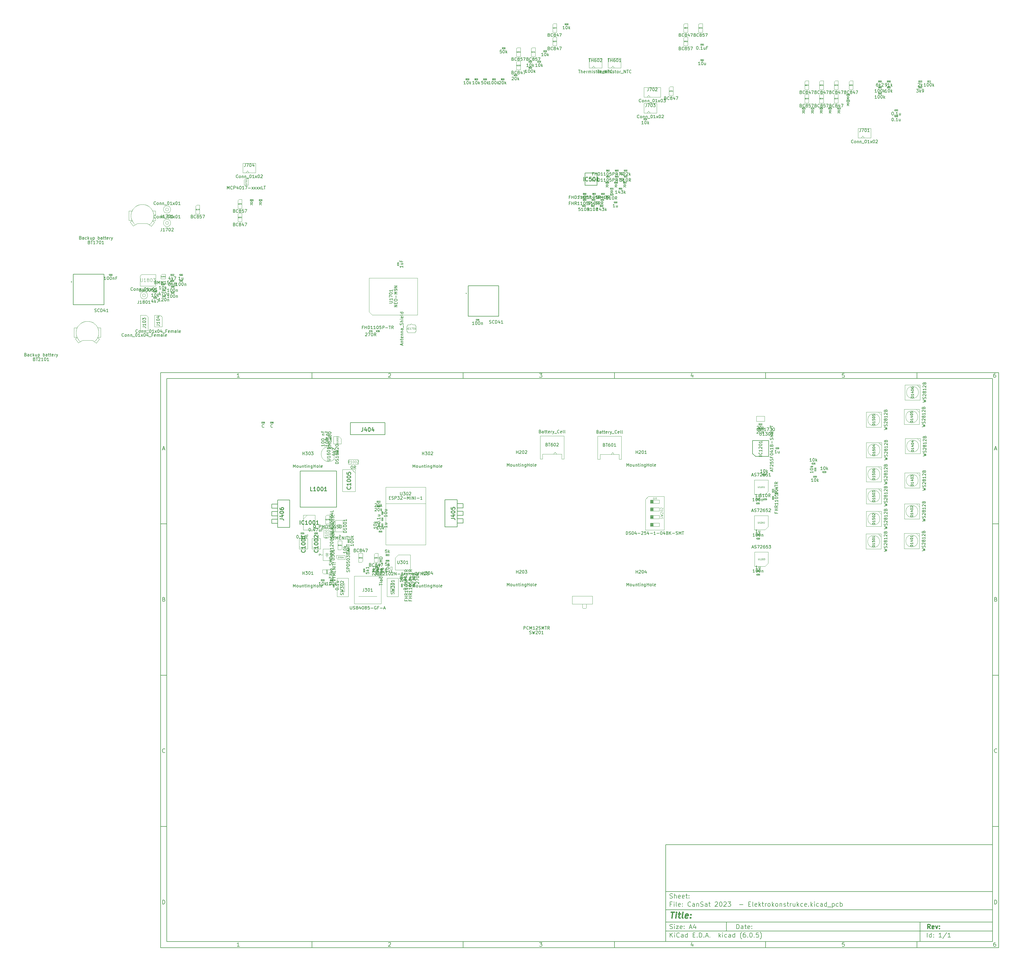
<source format=gbr>
%TF.GenerationSoftware,KiCad,Pcbnew,(6.0.5)*%
%TF.CreationDate,2022-11-07T11:26:13+01:00*%
%TF.ProjectId,CanSat 2023  - Elektrokonstrukce,43616e53-6174-4203-9230-323320202d20,rev?*%
%TF.SameCoordinates,Original*%
%TF.FileFunction,AssemblyDrawing,Top*%
%FSLAX46Y46*%
G04 Gerber Fmt 4.6, Leading zero omitted, Abs format (unit mm)*
G04 Created by KiCad (PCBNEW (6.0.5)) date 2022-11-07 11:26:13*
%MOMM*%
%LPD*%
G01*
G04 APERTURE LIST*
%ADD10C,0.100000*%
%ADD11C,0.150000*%
%ADD12C,0.300000*%
%ADD13C,0.400000*%
%ADD14C,0.110000*%
%ADD15C,0.040000*%
%ADD16C,0.254000*%
%ADD17C,0.050000*%
%ADD18C,0.120000*%
%ADD19C,0.090000*%
%ADD20C,0.075000*%
%ADD21C,0.045000*%
%ADD22C,0.127000*%
%ADD23C,0.200000*%
G04 APERTURE END LIST*
D10*
D11*
X177002200Y-166007200D02*
X177002200Y-198007200D01*
X285002200Y-198007200D01*
X285002200Y-166007200D01*
X177002200Y-166007200D01*
D10*
D11*
X10000000Y-10000000D02*
X10000000Y-200007200D01*
X287002200Y-200007200D01*
X287002200Y-10000000D01*
X10000000Y-10000000D01*
D10*
D11*
X12000000Y-12000000D02*
X12000000Y-198007200D01*
X285002200Y-198007200D01*
X285002200Y-12000000D01*
X12000000Y-12000000D01*
D10*
D11*
X60000000Y-12000000D02*
X60000000Y-10000000D01*
D10*
D11*
X110000000Y-12000000D02*
X110000000Y-10000000D01*
D10*
D11*
X160000000Y-12000000D02*
X160000000Y-10000000D01*
D10*
D11*
X210000000Y-12000000D02*
X210000000Y-10000000D01*
D10*
D11*
X260000000Y-12000000D02*
X260000000Y-10000000D01*
D10*
D11*
X36065476Y-11588095D02*
X35322619Y-11588095D01*
X35694047Y-11588095D02*
X35694047Y-10288095D01*
X35570238Y-10473809D01*
X35446428Y-10597619D01*
X35322619Y-10659523D01*
D10*
D11*
X85322619Y-10411904D02*
X85384523Y-10350000D01*
X85508333Y-10288095D01*
X85817857Y-10288095D01*
X85941666Y-10350000D01*
X86003571Y-10411904D01*
X86065476Y-10535714D01*
X86065476Y-10659523D01*
X86003571Y-10845238D01*
X85260714Y-11588095D01*
X86065476Y-11588095D01*
D10*
D11*
X135260714Y-10288095D02*
X136065476Y-10288095D01*
X135632142Y-10783333D01*
X135817857Y-10783333D01*
X135941666Y-10845238D01*
X136003571Y-10907142D01*
X136065476Y-11030952D01*
X136065476Y-11340476D01*
X136003571Y-11464285D01*
X135941666Y-11526190D01*
X135817857Y-11588095D01*
X135446428Y-11588095D01*
X135322619Y-11526190D01*
X135260714Y-11464285D01*
D10*
D11*
X185941666Y-10721428D02*
X185941666Y-11588095D01*
X185632142Y-10226190D02*
X185322619Y-11154761D01*
X186127380Y-11154761D01*
D10*
D11*
X236003571Y-10288095D02*
X235384523Y-10288095D01*
X235322619Y-10907142D01*
X235384523Y-10845238D01*
X235508333Y-10783333D01*
X235817857Y-10783333D01*
X235941666Y-10845238D01*
X236003571Y-10907142D01*
X236065476Y-11030952D01*
X236065476Y-11340476D01*
X236003571Y-11464285D01*
X235941666Y-11526190D01*
X235817857Y-11588095D01*
X235508333Y-11588095D01*
X235384523Y-11526190D01*
X235322619Y-11464285D01*
D10*
D11*
X285941666Y-10288095D02*
X285694047Y-10288095D01*
X285570238Y-10350000D01*
X285508333Y-10411904D01*
X285384523Y-10597619D01*
X285322619Y-10845238D01*
X285322619Y-11340476D01*
X285384523Y-11464285D01*
X285446428Y-11526190D01*
X285570238Y-11588095D01*
X285817857Y-11588095D01*
X285941666Y-11526190D01*
X286003571Y-11464285D01*
X286065476Y-11340476D01*
X286065476Y-11030952D01*
X286003571Y-10907142D01*
X285941666Y-10845238D01*
X285817857Y-10783333D01*
X285570238Y-10783333D01*
X285446428Y-10845238D01*
X285384523Y-10907142D01*
X285322619Y-11030952D01*
D10*
D11*
X60000000Y-198007200D02*
X60000000Y-200007200D01*
D10*
D11*
X110000000Y-198007200D02*
X110000000Y-200007200D01*
D10*
D11*
X160000000Y-198007200D02*
X160000000Y-200007200D01*
D10*
D11*
X210000000Y-198007200D02*
X210000000Y-200007200D01*
D10*
D11*
X260000000Y-198007200D02*
X260000000Y-200007200D01*
D10*
D11*
X36065476Y-199595295D02*
X35322619Y-199595295D01*
X35694047Y-199595295D02*
X35694047Y-198295295D01*
X35570238Y-198481009D01*
X35446428Y-198604819D01*
X35322619Y-198666723D01*
D10*
D11*
X85322619Y-198419104D02*
X85384523Y-198357200D01*
X85508333Y-198295295D01*
X85817857Y-198295295D01*
X85941666Y-198357200D01*
X86003571Y-198419104D01*
X86065476Y-198542914D01*
X86065476Y-198666723D01*
X86003571Y-198852438D01*
X85260714Y-199595295D01*
X86065476Y-199595295D01*
D10*
D11*
X135260714Y-198295295D02*
X136065476Y-198295295D01*
X135632142Y-198790533D01*
X135817857Y-198790533D01*
X135941666Y-198852438D01*
X136003571Y-198914342D01*
X136065476Y-199038152D01*
X136065476Y-199347676D01*
X136003571Y-199471485D01*
X135941666Y-199533390D01*
X135817857Y-199595295D01*
X135446428Y-199595295D01*
X135322619Y-199533390D01*
X135260714Y-199471485D01*
D10*
D11*
X185941666Y-198728628D02*
X185941666Y-199595295D01*
X185632142Y-198233390D02*
X185322619Y-199161961D01*
X186127380Y-199161961D01*
D10*
D11*
X236003571Y-198295295D02*
X235384523Y-198295295D01*
X235322619Y-198914342D01*
X235384523Y-198852438D01*
X235508333Y-198790533D01*
X235817857Y-198790533D01*
X235941666Y-198852438D01*
X236003571Y-198914342D01*
X236065476Y-199038152D01*
X236065476Y-199347676D01*
X236003571Y-199471485D01*
X235941666Y-199533390D01*
X235817857Y-199595295D01*
X235508333Y-199595295D01*
X235384523Y-199533390D01*
X235322619Y-199471485D01*
D10*
D11*
X285941666Y-198295295D02*
X285694047Y-198295295D01*
X285570238Y-198357200D01*
X285508333Y-198419104D01*
X285384523Y-198604819D01*
X285322619Y-198852438D01*
X285322619Y-199347676D01*
X285384523Y-199471485D01*
X285446428Y-199533390D01*
X285570238Y-199595295D01*
X285817857Y-199595295D01*
X285941666Y-199533390D01*
X286003571Y-199471485D01*
X286065476Y-199347676D01*
X286065476Y-199038152D01*
X286003571Y-198914342D01*
X285941666Y-198852438D01*
X285817857Y-198790533D01*
X285570238Y-198790533D01*
X285446428Y-198852438D01*
X285384523Y-198914342D01*
X285322619Y-199038152D01*
D10*
D11*
X10000000Y-60000000D02*
X12000000Y-60000000D01*
D10*
D11*
X10000000Y-110000000D02*
X12000000Y-110000000D01*
D10*
D11*
X10000000Y-160000000D02*
X12000000Y-160000000D01*
D10*
D11*
X10690476Y-35216666D02*
X11309523Y-35216666D01*
X10566666Y-35588095D02*
X11000000Y-34288095D01*
X11433333Y-35588095D01*
D10*
D11*
X11092857Y-84907142D02*
X11278571Y-84969047D01*
X11340476Y-85030952D01*
X11402380Y-85154761D01*
X11402380Y-85340476D01*
X11340476Y-85464285D01*
X11278571Y-85526190D01*
X11154761Y-85588095D01*
X10659523Y-85588095D01*
X10659523Y-84288095D01*
X11092857Y-84288095D01*
X11216666Y-84350000D01*
X11278571Y-84411904D01*
X11340476Y-84535714D01*
X11340476Y-84659523D01*
X11278571Y-84783333D01*
X11216666Y-84845238D01*
X11092857Y-84907142D01*
X10659523Y-84907142D01*
D10*
D11*
X11402380Y-135464285D02*
X11340476Y-135526190D01*
X11154761Y-135588095D01*
X11030952Y-135588095D01*
X10845238Y-135526190D01*
X10721428Y-135402380D01*
X10659523Y-135278571D01*
X10597619Y-135030952D01*
X10597619Y-134845238D01*
X10659523Y-134597619D01*
X10721428Y-134473809D01*
X10845238Y-134350000D01*
X11030952Y-134288095D01*
X11154761Y-134288095D01*
X11340476Y-134350000D01*
X11402380Y-134411904D01*
D10*
D11*
X10659523Y-185588095D02*
X10659523Y-184288095D01*
X10969047Y-184288095D01*
X11154761Y-184350000D01*
X11278571Y-184473809D01*
X11340476Y-184597619D01*
X11402380Y-184845238D01*
X11402380Y-185030952D01*
X11340476Y-185278571D01*
X11278571Y-185402380D01*
X11154761Y-185526190D01*
X10969047Y-185588095D01*
X10659523Y-185588095D01*
D10*
D11*
X287002200Y-60000000D02*
X285002200Y-60000000D01*
D10*
D11*
X287002200Y-110000000D02*
X285002200Y-110000000D01*
D10*
D11*
X287002200Y-160000000D02*
X285002200Y-160000000D01*
D10*
D11*
X285692676Y-35216666D02*
X286311723Y-35216666D01*
X285568866Y-35588095D02*
X286002200Y-34288095D01*
X286435533Y-35588095D01*
D10*
D11*
X286095057Y-84907142D02*
X286280771Y-84969047D01*
X286342676Y-85030952D01*
X286404580Y-85154761D01*
X286404580Y-85340476D01*
X286342676Y-85464285D01*
X286280771Y-85526190D01*
X286156961Y-85588095D01*
X285661723Y-85588095D01*
X285661723Y-84288095D01*
X286095057Y-84288095D01*
X286218866Y-84350000D01*
X286280771Y-84411904D01*
X286342676Y-84535714D01*
X286342676Y-84659523D01*
X286280771Y-84783333D01*
X286218866Y-84845238D01*
X286095057Y-84907142D01*
X285661723Y-84907142D01*
D10*
D11*
X286404580Y-135464285D02*
X286342676Y-135526190D01*
X286156961Y-135588095D01*
X286033152Y-135588095D01*
X285847438Y-135526190D01*
X285723628Y-135402380D01*
X285661723Y-135278571D01*
X285599819Y-135030952D01*
X285599819Y-134845238D01*
X285661723Y-134597619D01*
X285723628Y-134473809D01*
X285847438Y-134350000D01*
X286033152Y-134288095D01*
X286156961Y-134288095D01*
X286342676Y-134350000D01*
X286404580Y-134411904D01*
D10*
D11*
X285661723Y-185588095D02*
X285661723Y-184288095D01*
X285971247Y-184288095D01*
X286156961Y-184350000D01*
X286280771Y-184473809D01*
X286342676Y-184597619D01*
X286404580Y-184845238D01*
X286404580Y-185030952D01*
X286342676Y-185278571D01*
X286280771Y-185402380D01*
X286156961Y-185526190D01*
X285971247Y-185588095D01*
X285661723Y-185588095D01*
D10*
D11*
X200434342Y-193785771D02*
X200434342Y-192285771D01*
X200791485Y-192285771D01*
X201005771Y-192357200D01*
X201148628Y-192500057D01*
X201220057Y-192642914D01*
X201291485Y-192928628D01*
X201291485Y-193142914D01*
X201220057Y-193428628D01*
X201148628Y-193571485D01*
X201005771Y-193714342D01*
X200791485Y-193785771D01*
X200434342Y-193785771D01*
X202577200Y-193785771D02*
X202577200Y-193000057D01*
X202505771Y-192857200D01*
X202362914Y-192785771D01*
X202077200Y-192785771D01*
X201934342Y-192857200D01*
X202577200Y-193714342D02*
X202434342Y-193785771D01*
X202077200Y-193785771D01*
X201934342Y-193714342D01*
X201862914Y-193571485D01*
X201862914Y-193428628D01*
X201934342Y-193285771D01*
X202077200Y-193214342D01*
X202434342Y-193214342D01*
X202577200Y-193142914D01*
X203077200Y-192785771D02*
X203648628Y-192785771D01*
X203291485Y-192285771D02*
X203291485Y-193571485D01*
X203362914Y-193714342D01*
X203505771Y-193785771D01*
X203648628Y-193785771D01*
X204720057Y-193714342D02*
X204577200Y-193785771D01*
X204291485Y-193785771D01*
X204148628Y-193714342D01*
X204077200Y-193571485D01*
X204077200Y-193000057D01*
X204148628Y-192857200D01*
X204291485Y-192785771D01*
X204577200Y-192785771D01*
X204720057Y-192857200D01*
X204791485Y-193000057D01*
X204791485Y-193142914D01*
X204077200Y-193285771D01*
X205434342Y-193642914D02*
X205505771Y-193714342D01*
X205434342Y-193785771D01*
X205362914Y-193714342D01*
X205434342Y-193642914D01*
X205434342Y-193785771D01*
X205434342Y-192857200D02*
X205505771Y-192928628D01*
X205434342Y-193000057D01*
X205362914Y-192928628D01*
X205434342Y-192857200D01*
X205434342Y-193000057D01*
D10*
D11*
X177002200Y-194507200D02*
X285002200Y-194507200D01*
D10*
D11*
X178434342Y-196585771D02*
X178434342Y-195085771D01*
X179291485Y-196585771D02*
X178648628Y-195728628D01*
X179291485Y-195085771D02*
X178434342Y-195942914D01*
X179934342Y-196585771D02*
X179934342Y-195585771D01*
X179934342Y-195085771D02*
X179862914Y-195157200D01*
X179934342Y-195228628D01*
X180005771Y-195157200D01*
X179934342Y-195085771D01*
X179934342Y-195228628D01*
X181505771Y-196442914D02*
X181434342Y-196514342D01*
X181220057Y-196585771D01*
X181077200Y-196585771D01*
X180862914Y-196514342D01*
X180720057Y-196371485D01*
X180648628Y-196228628D01*
X180577200Y-195942914D01*
X180577200Y-195728628D01*
X180648628Y-195442914D01*
X180720057Y-195300057D01*
X180862914Y-195157200D01*
X181077200Y-195085771D01*
X181220057Y-195085771D01*
X181434342Y-195157200D01*
X181505771Y-195228628D01*
X182791485Y-196585771D02*
X182791485Y-195800057D01*
X182720057Y-195657200D01*
X182577200Y-195585771D01*
X182291485Y-195585771D01*
X182148628Y-195657200D01*
X182791485Y-196514342D02*
X182648628Y-196585771D01*
X182291485Y-196585771D01*
X182148628Y-196514342D01*
X182077200Y-196371485D01*
X182077200Y-196228628D01*
X182148628Y-196085771D01*
X182291485Y-196014342D01*
X182648628Y-196014342D01*
X182791485Y-195942914D01*
X184148628Y-196585771D02*
X184148628Y-195085771D01*
X184148628Y-196514342D02*
X184005771Y-196585771D01*
X183720057Y-196585771D01*
X183577200Y-196514342D01*
X183505771Y-196442914D01*
X183434342Y-196300057D01*
X183434342Y-195871485D01*
X183505771Y-195728628D01*
X183577200Y-195657200D01*
X183720057Y-195585771D01*
X184005771Y-195585771D01*
X184148628Y-195657200D01*
X186005771Y-195800057D02*
X186505771Y-195800057D01*
X186720057Y-196585771D02*
X186005771Y-196585771D01*
X186005771Y-195085771D01*
X186720057Y-195085771D01*
X187362914Y-196442914D02*
X187434342Y-196514342D01*
X187362914Y-196585771D01*
X187291485Y-196514342D01*
X187362914Y-196442914D01*
X187362914Y-196585771D01*
X188077200Y-196585771D02*
X188077200Y-195085771D01*
X188434342Y-195085771D01*
X188648628Y-195157200D01*
X188791485Y-195300057D01*
X188862914Y-195442914D01*
X188934342Y-195728628D01*
X188934342Y-195942914D01*
X188862914Y-196228628D01*
X188791485Y-196371485D01*
X188648628Y-196514342D01*
X188434342Y-196585771D01*
X188077200Y-196585771D01*
X189577200Y-196442914D02*
X189648628Y-196514342D01*
X189577200Y-196585771D01*
X189505771Y-196514342D01*
X189577200Y-196442914D01*
X189577200Y-196585771D01*
X190220057Y-196157200D02*
X190934342Y-196157200D01*
X190077200Y-196585771D02*
X190577200Y-195085771D01*
X191077200Y-196585771D01*
X191577200Y-196442914D02*
X191648628Y-196514342D01*
X191577200Y-196585771D01*
X191505771Y-196514342D01*
X191577200Y-196442914D01*
X191577200Y-196585771D01*
X194577200Y-196585771D02*
X194577200Y-195085771D01*
X194720057Y-196014342D02*
X195148628Y-196585771D01*
X195148628Y-195585771D02*
X194577200Y-196157200D01*
X195791485Y-196585771D02*
X195791485Y-195585771D01*
X195791485Y-195085771D02*
X195720057Y-195157200D01*
X195791485Y-195228628D01*
X195862914Y-195157200D01*
X195791485Y-195085771D01*
X195791485Y-195228628D01*
X197148628Y-196514342D02*
X197005771Y-196585771D01*
X196720057Y-196585771D01*
X196577200Y-196514342D01*
X196505771Y-196442914D01*
X196434342Y-196300057D01*
X196434342Y-195871485D01*
X196505771Y-195728628D01*
X196577200Y-195657200D01*
X196720057Y-195585771D01*
X197005771Y-195585771D01*
X197148628Y-195657200D01*
X198434342Y-196585771D02*
X198434342Y-195800057D01*
X198362914Y-195657200D01*
X198220057Y-195585771D01*
X197934342Y-195585771D01*
X197791485Y-195657200D01*
X198434342Y-196514342D02*
X198291485Y-196585771D01*
X197934342Y-196585771D01*
X197791485Y-196514342D01*
X197720057Y-196371485D01*
X197720057Y-196228628D01*
X197791485Y-196085771D01*
X197934342Y-196014342D01*
X198291485Y-196014342D01*
X198434342Y-195942914D01*
X199791485Y-196585771D02*
X199791485Y-195085771D01*
X199791485Y-196514342D02*
X199648628Y-196585771D01*
X199362914Y-196585771D01*
X199220057Y-196514342D01*
X199148628Y-196442914D01*
X199077200Y-196300057D01*
X199077200Y-195871485D01*
X199148628Y-195728628D01*
X199220057Y-195657200D01*
X199362914Y-195585771D01*
X199648628Y-195585771D01*
X199791485Y-195657200D01*
X202077200Y-197157200D02*
X202005771Y-197085771D01*
X201862914Y-196871485D01*
X201791485Y-196728628D01*
X201720057Y-196514342D01*
X201648628Y-196157200D01*
X201648628Y-195871485D01*
X201720057Y-195514342D01*
X201791485Y-195300057D01*
X201862914Y-195157200D01*
X202005771Y-194942914D01*
X202077200Y-194871485D01*
X203291485Y-195085771D02*
X203005771Y-195085771D01*
X202862914Y-195157200D01*
X202791485Y-195228628D01*
X202648628Y-195442914D01*
X202577200Y-195728628D01*
X202577200Y-196300057D01*
X202648628Y-196442914D01*
X202720057Y-196514342D01*
X202862914Y-196585771D01*
X203148628Y-196585771D01*
X203291485Y-196514342D01*
X203362914Y-196442914D01*
X203434342Y-196300057D01*
X203434342Y-195942914D01*
X203362914Y-195800057D01*
X203291485Y-195728628D01*
X203148628Y-195657200D01*
X202862914Y-195657200D01*
X202720057Y-195728628D01*
X202648628Y-195800057D01*
X202577200Y-195942914D01*
X204077200Y-196442914D02*
X204148628Y-196514342D01*
X204077200Y-196585771D01*
X204005771Y-196514342D01*
X204077200Y-196442914D01*
X204077200Y-196585771D01*
X205077200Y-195085771D02*
X205220057Y-195085771D01*
X205362914Y-195157200D01*
X205434342Y-195228628D01*
X205505771Y-195371485D01*
X205577200Y-195657200D01*
X205577200Y-196014342D01*
X205505771Y-196300057D01*
X205434342Y-196442914D01*
X205362914Y-196514342D01*
X205220057Y-196585771D01*
X205077200Y-196585771D01*
X204934342Y-196514342D01*
X204862914Y-196442914D01*
X204791485Y-196300057D01*
X204720057Y-196014342D01*
X204720057Y-195657200D01*
X204791485Y-195371485D01*
X204862914Y-195228628D01*
X204934342Y-195157200D01*
X205077200Y-195085771D01*
X206220057Y-196442914D02*
X206291485Y-196514342D01*
X206220057Y-196585771D01*
X206148628Y-196514342D01*
X206220057Y-196442914D01*
X206220057Y-196585771D01*
X207648628Y-195085771D02*
X206934342Y-195085771D01*
X206862914Y-195800057D01*
X206934342Y-195728628D01*
X207077200Y-195657200D01*
X207434342Y-195657200D01*
X207577200Y-195728628D01*
X207648628Y-195800057D01*
X207720057Y-195942914D01*
X207720057Y-196300057D01*
X207648628Y-196442914D01*
X207577200Y-196514342D01*
X207434342Y-196585771D01*
X207077200Y-196585771D01*
X206934342Y-196514342D01*
X206862914Y-196442914D01*
X208220057Y-197157200D02*
X208291485Y-197085771D01*
X208434342Y-196871485D01*
X208505771Y-196728628D01*
X208577200Y-196514342D01*
X208648628Y-196157200D01*
X208648628Y-195871485D01*
X208577200Y-195514342D01*
X208505771Y-195300057D01*
X208434342Y-195157200D01*
X208291485Y-194942914D01*
X208220057Y-194871485D01*
D10*
D11*
X177002200Y-191507200D02*
X285002200Y-191507200D01*
D10*
D12*
X264411485Y-193785771D02*
X263911485Y-193071485D01*
X263554342Y-193785771D02*
X263554342Y-192285771D01*
X264125771Y-192285771D01*
X264268628Y-192357200D01*
X264340057Y-192428628D01*
X264411485Y-192571485D01*
X264411485Y-192785771D01*
X264340057Y-192928628D01*
X264268628Y-193000057D01*
X264125771Y-193071485D01*
X263554342Y-193071485D01*
X265625771Y-193714342D02*
X265482914Y-193785771D01*
X265197200Y-193785771D01*
X265054342Y-193714342D01*
X264982914Y-193571485D01*
X264982914Y-193000057D01*
X265054342Y-192857200D01*
X265197200Y-192785771D01*
X265482914Y-192785771D01*
X265625771Y-192857200D01*
X265697200Y-193000057D01*
X265697200Y-193142914D01*
X264982914Y-193285771D01*
X266197200Y-192785771D02*
X266554342Y-193785771D01*
X266911485Y-192785771D01*
X267482914Y-193642914D02*
X267554342Y-193714342D01*
X267482914Y-193785771D01*
X267411485Y-193714342D01*
X267482914Y-193642914D01*
X267482914Y-193785771D01*
X267482914Y-192857200D02*
X267554342Y-192928628D01*
X267482914Y-193000057D01*
X267411485Y-192928628D01*
X267482914Y-192857200D01*
X267482914Y-193000057D01*
D10*
D11*
X178362914Y-193714342D02*
X178577200Y-193785771D01*
X178934342Y-193785771D01*
X179077200Y-193714342D01*
X179148628Y-193642914D01*
X179220057Y-193500057D01*
X179220057Y-193357200D01*
X179148628Y-193214342D01*
X179077200Y-193142914D01*
X178934342Y-193071485D01*
X178648628Y-193000057D01*
X178505771Y-192928628D01*
X178434342Y-192857200D01*
X178362914Y-192714342D01*
X178362914Y-192571485D01*
X178434342Y-192428628D01*
X178505771Y-192357200D01*
X178648628Y-192285771D01*
X179005771Y-192285771D01*
X179220057Y-192357200D01*
X179862914Y-193785771D02*
X179862914Y-192785771D01*
X179862914Y-192285771D02*
X179791485Y-192357200D01*
X179862914Y-192428628D01*
X179934342Y-192357200D01*
X179862914Y-192285771D01*
X179862914Y-192428628D01*
X180434342Y-192785771D02*
X181220057Y-192785771D01*
X180434342Y-193785771D01*
X181220057Y-193785771D01*
X182362914Y-193714342D02*
X182220057Y-193785771D01*
X181934342Y-193785771D01*
X181791485Y-193714342D01*
X181720057Y-193571485D01*
X181720057Y-193000057D01*
X181791485Y-192857200D01*
X181934342Y-192785771D01*
X182220057Y-192785771D01*
X182362914Y-192857200D01*
X182434342Y-193000057D01*
X182434342Y-193142914D01*
X181720057Y-193285771D01*
X183077200Y-193642914D02*
X183148628Y-193714342D01*
X183077200Y-193785771D01*
X183005771Y-193714342D01*
X183077200Y-193642914D01*
X183077200Y-193785771D01*
X183077200Y-192857200D02*
X183148628Y-192928628D01*
X183077200Y-193000057D01*
X183005771Y-192928628D01*
X183077200Y-192857200D01*
X183077200Y-193000057D01*
X184862914Y-193357200D02*
X185577200Y-193357200D01*
X184720057Y-193785771D02*
X185220057Y-192285771D01*
X185720057Y-193785771D01*
X186862914Y-192785771D02*
X186862914Y-193785771D01*
X186505771Y-192214342D02*
X186148628Y-193285771D01*
X187077200Y-193285771D01*
D10*
D11*
X263434342Y-196585771D02*
X263434342Y-195085771D01*
X264791485Y-196585771D02*
X264791485Y-195085771D01*
X264791485Y-196514342D02*
X264648628Y-196585771D01*
X264362914Y-196585771D01*
X264220057Y-196514342D01*
X264148628Y-196442914D01*
X264077200Y-196300057D01*
X264077200Y-195871485D01*
X264148628Y-195728628D01*
X264220057Y-195657200D01*
X264362914Y-195585771D01*
X264648628Y-195585771D01*
X264791485Y-195657200D01*
X265505771Y-196442914D02*
X265577200Y-196514342D01*
X265505771Y-196585771D01*
X265434342Y-196514342D01*
X265505771Y-196442914D01*
X265505771Y-196585771D01*
X265505771Y-195657200D02*
X265577200Y-195728628D01*
X265505771Y-195800057D01*
X265434342Y-195728628D01*
X265505771Y-195657200D01*
X265505771Y-195800057D01*
X268148628Y-196585771D02*
X267291485Y-196585771D01*
X267720057Y-196585771D02*
X267720057Y-195085771D01*
X267577200Y-195300057D01*
X267434342Y-195442914D01*
X267291485Y-195514342D01*
X269862914Y-195014342D02*
X268577200Y-196942914D01*
X271148628Y-196585771D02*
X270291485Y-196585771D01*
X270720057Y-196585771D02*
X270720057Y-195085771D01*
X270577200Y-195300057D01*
X270434342Y-195442914D01*
X270291485Y-195514342D01*
D10*
D11*
X177002200Y-187507200D02*
X285002200Y-187507200D01*
D10*
D13*
X178714580Y-188211961D02*
X179857438Y-188211961D01*
X179036009Y-190211961D02*
X179286009Y-188211961D01*
X180274104Y-190211961D02*
X180440771Y-188878628D01*
X180524104Y-188211961D02*
X180416961Y-188307200D01*
X180500295Y-188402438D01*
X180607438Y-188307200D01*
X180524104Y-188211961D01*
X180500295Y-188402438D01*
X181107438Y-188878628D02*
X181869342Y-188878628D01*
X181476485Y-188211961D02*
X181262200Y-189926247D01*
X181333628Y-190116723D01*
X181512200Y-190211961D01*
X181702676Y-190211961D01*
X182655057Y-190211961D02*
X182476485Y-190116723D01*
X182405057Y-189926247D01*
X182619342Y-188211961D01*
X184190771Y-190116723D02*
X183988390Y-190211961D01*
X183607438Y-190211961D01*
X183428866Y-190116723D01*
X183357438Y-189926247D01*
X183452676Y-189164342D01*
X183571723Y-188973866D01*
X183774104Y-188878628D01*
X184155057Y-188878628D01*
X184333628Y-188973866D01*
X184405057Y-189164342D01*
X184381247Y-189354819D01*
X183405057Y-189545295D01*
X185155057Y-190021485D02*
X185238390Y-190116723D01*
X185131247Y-190211961D01*
X185047914Y-190116723D01*
X185155057Y-190021485D01*
X185131247Y-190211961D01*
X185286009Y-188973866D02*
X185369342Y-189069104D01*
X185262200Y-189164342D01*
X185178866Y-189069104D01*
X185286009Y-188973866D01*
X185262200Y-189164342D01*
D10*
D11*
X178934342Y-185600057D02*
X178434342Y-185600057D01*
X178434342Y-186385771D02*
X178434342Y-184885771D01*
X179148628Y-184885771D01*
X179720057Y-186385771D02*
X179720057Y-185385771D01*
X179720057Y-184885771D02*
X179648628Y-184957200D01*
X179720057Y-185028628D01*
X179791485Y-184957200D01*
X179720057Y-184885771D01*
X179720057Y-185028628D01*
X180648628Y-186385771D02*
X180505771Y-186314342D01*
X180434342Y-186171485D01*
X180434342Y-184885771D01*
X181791485Y-186314342D02*
X181648628Y-186385771D01*
X181362914Y-186385771D01*
X181220057Y-186314342D01*
X181148628Y-186171485D01*
X181148628Y-185600057D01*
X181220057Y-185457200D01*
X181362914Y-185385771D01*
X181648628Y-185385771D01*
X181791485Y-185457200D01*
X181862914Y-185600057D01*
X181862914Y-185742914D01*
X181148628Y-185885771D01*
X182505771Y-186242914D02*
X182577200Y-186314342D01*
X182505771Y-186385771D01*
X182434342Y-186314342D01*
X182505771Y-186242914D01*
X182505771Y-186385771D01*
X182505771Y-185457200D02*
X182577200Y-185528628D01*
X182505771Y-185600057D01*
X182434342Y-185528628D01*
X182505771Y-185457200D01*
X182505771Y-185600057D01*
X185220057Y-186242914D02*
X185148628Y-186314342D01*
X184934342Y-186385771D01*
X184791485Y-186385771D01*
X184577200Y-186314342D01*
X184434342Y-186171485D01*
X184362914Y-186028628D01*
X184291485Y-185742914D01*
X184291485Y-185528628D01*
X184362914Y-185242914D01*
X184434342Y-185100057D01*
X184577200Y-184957200D01*
X184791485Y-184885771D01*
X184934342Y-184885771D01*
X185148628Y-184957200D01*
X185220057Y-185028628D01*
X186505771Y-186385771D02*
X186505771Y-185600057D01*
X186434342Y-185457200D01*
X186291485Y-185385771D01*
X186005771Y-185385771D01*
X185862914Y-185457200D01*
X186505771Y-186314342D02*
X186362914Y-186385771D01*
X186005771Y-186385771D01*
X185862914Y-186314342D01*
X185791485Y-186171485D01*
X185791485Y-186028628D01*
X185862914Y-185885771D01*
X186005771Y-185814342D01*
X186362914Y-185814342D01*
X186505771Y-185742914D01*
X187220057Y-185385771D02*
X187220057Y-186385771D01*
X187220057Y-185528628D02*
X187291485Y-185457200D01*
X187434342Y-185385771D01*
X187648628Y-185385771D01*
X187791485Y-185457200D01*
X187862914Y-185600057D01*
X187862914Y-186385771D01*
X188505771Y-186314342D02*
X188720057Y-186385771D01*
X189077200Y-186385771D01*
X189220057Y-186314342D01*
X189291485Y-186242914D01*
X189362914Y-186100057D01*
X189362914Y-185957200D01*
X189291485Y-185814342D01*
X189220057Y-185742914D01*
X189077200Y-185671485D01*
X188791485Y-185600057D01*
X188648628Y-185528628D01*
X188577200Y-185457200D01*
X188505771Y-185314342D01*
X188505771Y-185171485D01*
X188577200Y-185028628D01*
X188648628Y-184957200D01*
X188791485Y-184885771D01*
X189148628Y-184885771D01*
X189362914Y-184957200D01*
X190648628Y-186385771D02*
X190648628Y-185600057D01*
X190577200Y-185457200D01*
X190434342Y-185385771D01*
X190148628Y-185385771D01*
X190005771Y-185457200D01*
X190648628Y-186314342D02*
X190505771Y-186385771D01*
X190148628Y-186385771D01*
X190005771Y-186314342D01*
X189934342Y-186171485D01*
X189934342Y-186028628D01*
X190005771Y-185885771D01*
X190148628Y-185814342D01*
X190505771Y-185814342D01*
X190648628Y-185742914D01*
X191148628Y-185385771D02*
X191720057Y-185385771D01*
X191362914Y-184885771D02*
X191362914Y-186171485D01*
X191434342Y-186314342D01*
X191577200Y-186385771D01*
X191720057Y-186385771D01*
X193291485Y-185028628D02*
X193362914Y-184957200D01*
X193505771Y-184885771D01*
X193862914Y-184885771D01*
X194005771Y-184957200D01*
X194077200Y-185028628D01*
X194148628Y-185171485D01*
X194148628Y-185314342D01*
X194077200Y-185528628D01*
X193220057Y-186385771D01*
X194148628Y-186385771D01*
X195077200Y-184885771D02*
X195220057Y-184885771D01*
X195362914Y-184957200D01*
X195434342Y-185028628D01*
X195505771Y-185171485D01*
X195577200Y-185457200D01*
X195577200Y-185814342D01*
X195505771Y-186100057D01*
X195434342Y-186242914D01*
X195362914Y-186314342D01*
X195220057Y-186385771D01*
X195077200Y-186385771D01*
X194934342Y-186314342D01*
X194862914Y-186242914D01*
X194791485Y-186100057D01*
X194720057Y-185814342D01*
X194720057Y-185457200D01*
X194791485Y-185171485D01*
X194862914Y-185028628D01*
X194934342Y-184957200D01*
X195077200Y-184885771D01*
X196148628Y-185028628D02*
X196220057Y-184957200D01*
X196362914Y-184885771D01*
X196720057Y-184885771D01*
X196862914Y-184957200D01*
X196934342Y-185028628D01*
X197005771Y-185171485D01*
X197005771Y-185314342D01*
X196934342Y-185528628D01*
X196077200Y-186385771D01*
X197005771Y-186385771D01*
X197505771Y-184885771D02*
X198434342Y-184885771D01*
X197934342Y-185457200D01*
X198148628Y-185457200D01*
X198291485Y-185528628D01*
X198362914Y-185600057D01*
X198434342Y-185742914D01*
X198434342Y-186100057D01*
X198362914Y-186242914D01*
X198291485Y-186314342D01*
X198148628Y-186385771D01*
X197720057Y-186385771D01*
X197577200Y-186314342D01*
X197505771Y-186242914D01*
X201362914Y-185814342D02*
X202505771Y-185814342D01*
X204362914Y-185600057D02*
X204862914Y-185600057D01*
X205077200Y-186385771D02*
X204362914Y-186385771D01*
X204362914Y-184885771D01*
X205077200Y-184885771D01*
X205934342Y-186385771D02*
X205791485Y-186314342D01*
X205720057Y-186171485D01*
X205720057Y-184885771D01*
X207077200Y-186314342D02*
X206934342Y-186385771D01*
X206648628Y-186385771D01*
X206505771Y-186314342D01*
X206434342Y-186171485D01*
X206434342Y-185600057D01*
X206505771Y-185457200D01*
X206648628Y-185385771D01*
X206934342Y-185385771D01*
X207077200Y-185457200D01*
X207148628Y-185600057D01*
X207148628Y-185742914D01*
X206434342Y-185885771D01*
X207791485Y-186385771D02*
X207791485Y-184885771D01*
X207934342Y-185814342D02*
X208362914Y-186385771D01*
X208362914Y-185385771D02*
X207791485Y-185957200D01*
X208791485Y-185385771D02*
X209362914Y-185385771D01*
X209005771Y-184885771D02*
X209005771Y-186171485D01*
X209077200Y-186314342D01*
X209220057Y-186385771D01*
X209362914Y-186385771D01*
X209862914Y-186385771D02*
X209862914Y-185385771D01*
X209862914Y-185671485D02*
X209934342Y-185528628D01*
X210005771Y-185457200D01*
X210148628Y-185385771D01*
X210291485Y-185385771D01*
X211005771Y-186385771D02*
X210862914Y-186314342D01*
X210791485Y-186242914D01*
X210720057Y-186100057D01*
X210720057Y-185671485D01*
X210791485Y-185528628D01*
X210862914Y-185457200D01*
X211005771Y-185385771D01*
X211220057Y-185385771D01*
X211362914Y-185457200D01*
X211434342Y-185528628D01*
X211505771Y-185671485D01*
X211505771Y-186100057D01*
X211434342Y-186242914D01*
X211362914Y-186314342D01*
X211220057Y-186385771D01*
X211005771Y-186385771D01*
X212148628Y-186385771D02*
X212148628Y-184885771D01*
X212291485Y-185814342D02*
X212720057Y-186385771D01*
X212720057Y-185385771D02*
X212148628Y-185957200D01*
X213577200Y-186385771D02*
X213434342Y-186314342D01*
X213362914Y-186242914D01*
X213291485Y-186100057D01*
X213291485Y-185671485D01*
X213362914Y-185528628D01*
X213434342Y-185457200D01*
X213577200Y-185385771D01*
X213791485Y-185385771D01*
X213934342Y-185457200D01*
X214005771Y-185528628D01*
X214077200Y-185671485D01*
X214077200Y-186100057D01*
X214005771Y-186242914D01*
X213934342Y-186314342D01*
X213791485Y-186385771D01*
X213577200Y-186385771D01*
X214720057Y-185385771D02*
X214720057Y-186385771D01*
X214720057Y-185528628D02*
X214791485Y-185457200D01*
X214934342Y-185385771D01*
X215148628Y-185385771D01*
X215291485Y-185457200D01*
X215362914Y-185600057D01*
X215362914Y-186385771D01*
X216005771Y-186314342D02*
X216148628Y-186385771D01*
X216434342Y-186385771D01*
X216577200Y-186314342D01*
X216648628Y-186171485D01*
X216648628Y-186100057D01*
X216577200Y-185957200D01*
X216434342Y-185885771D01*
X216220057Y-185885771D01*
X216077200Y-185814342D01*
X216005771Y-185671485D01*
X216005771Y-185600057D01*
X216077200Y-185457200D01*
X216220057Y-185385771D01*
X216434342Y-185385771D01*
X216577200Y-185457200D01*
X217077200Y-185385771D02*
X217648628Y-185385771D01*
X217291485Y-184885771D02*
X217291485Y-186171485D01*
X217362914Y-186314342D01*
X217505771Y-186385771D01*
X217648628Y-186385771D01*
X218148628Y-186385771D02*
X218148628Y-185385771D01*
X218148628Y-185671485D02*
X218220057Y-185528628D01*
X218291485Y-185457200D01*
X218434342Y-185385771D01*
X218577200Y-185385771D01*
X219720057Y-185385771D02*
X219720057Y-186385771D01*
X219077200Y-185385771D02*
X219077200Y-186171485D01*
X219148628Y-186314342D01*
X219291485Y-186385771D01*
X219505771Y-186385771D01*
X219648628Y-186314342D01*
X219720057Y-186242914D01*
X220434342Y-186385771D02*
X220434342Y-184885771D01*
X220577200Y-185814342D02*
X221005771Y-186385771D01*
X221005771Y-185385771D02*
X220434342Y-185957200D01*
X222291485Y-186314342D02*
X222148628Y-186385771D01*
X221862914Y-186385771D01*
X221720057Y-186314342D01*
X221648628Y-186242914D01*
X221577200Y-186100057D01*
X221577200Y-185671485D01*
X221648628Y-185528628D01*
X221720057Y-185457200D01*
X221862914Y-185385771D01*
X222148628Y-185385771D01*
X222291485Y-185457200D01*
X223505771Y-186314342D02*
X223362914Y-186385771D01*
X223077200Y-186385771D01*
X222934342Y-186314342D01*
X222862914Y-186171485D01*
X222862914Y-185600057D01*
X222934342Y-185457200D01*
X223077200Y-185385771D01*
X223362914Y-185385771D01*
X223505771Y-185457200D01*
X223577200Y-185600057D01*
X223577200Y-185742914D01*
X222862914Y-185885771D01*
X224220057Y-186242914D02*
X224291485Y-186314342D01*
X224220057Y-186385771D01*
X224148628Y-186314342D01*
X224220057Y-186242914D01*
X224220057Y-186385771D01*
X224934342Y-186385771D02*
X224934342Y-184885771D01*
X225077200Y-185814342D02*
X225505771Y-186385771D01*
X225505771Y-185385771D02*
X224934342Y-185957200D01*
X226148628Y-186385771D02*
X226148628Y-185385771D01*
X226148628Y-184885771D02*
X226077200Y-184957200D01*
X226148628Y-185028628D01*
X226220057Y-184957200D01*
X226148628Y-184885771D01*
X226148628Y-185028628D01*
X227505771Y-186314342D02*
X227362914Y-186385771D01*
X227077200Y-186385771D01*
X226934342Y-186314342D01*
X226862914Y-186242914D01*
X226791485Y-186100057D01*
X226791485Y-185671485D01*
X226862914Y-185528628D01*
X226934342Y-185457200D01*
X227077200Y-185385771D01*
X227362914Y-185385771D01*
X227505771Y-185457200D01*
X228791485Y-186385771D02*
X228791485Y-185600057D01*
X228720057Y-185457200D01*
X228577200Y-185385771D01*
X228291485Y-185385771D01*
X228148628Y-185457200D01*
X228791485Y-186314342D02*
X228648628Y-186385771D01*
X228291485Y-186385771D01*
X228148628Y-186314342D01*
X228077200Y-186171485D01*
X228077200Y-186028628D01*
X228148628Y-185885771D01*
X228291485Y-185814342D01*
X228648628Y-185814342D01*
X228791485Y-185742914D01*
X230148628Y-186385771D02*
X230148628Y-184885771D01*
X230148628Y-186314342D02*
X230005771Y-186385771D01*
X229720057Y-186385771D01*
X229577200Y-186314342D01*
X229505771Y-186242914D01*
X229434342Y-186100057D01*
X229434342Y-185671485D01*
X229505771Y-185528628D01*
X229577200Y-185457200D01*
X229720057Y-185385771D01*
X230005771Y-185385771D01*
X230148628Y-185457200D01*
X230505771Y-186528628D02*
X231648628Y-186528628D01*
X232005771Y-185385771D02*
X232005771Y-186885771D01*
X232005771Y-185457200D02*
X232148628Y-185385771D01*
X232434342Y-185385771D01*
X232577200Y-185457200D01*
X232648628Y-185528628D01*
X232720057Y-185671485D01*
X232720057Y-186100057D01*
X232648628Y-186242914D01*
X232577200Y-186314342D01*
X232434342Y-186385771D01*
X232148628Y-186385771D01*
X232005771Y-186314342D01*
X234005771Y-186314342D02*
X233862914Y-186385771D01*
X233577200Y-186385771D01*
X233434342Y-186314342D01*
X233362914Y-186242914D01*
X233291485Y-186100057D01*
X233291485Y-185671485D01*
X233362914Y-185528628D01*
X233434342Y-185457200D01*
X233577200Y-185385771D01*
X233862914Y-185385771D01*
X234005771Y-185457200D01*
X234648628Y-186385771D02*
X234648628Y-184885771D01*
X234648628Y-185457200D02*
X234791485Y-185385771D01*
X235077200Y-185385771D01*
X235220057Y-185457200D01*
X235291485Y-185528628D01*
X235362914Y-185671485D01*
X235362914Y-186100057D01*
X235291485Y-186242914D01*
X235220057Y-186314342D01*
X235077200Y-186385771D01*
X234791485Y-186385771D01*
X234648628Y-186314342D01*
D10*
D11*
X177002200Y-181507200D02*
X285002200Y-181507200D01*
D10*
D11*
X178362914Y-183614342D02*
X178577200Y-183685771D01*
X178934342Y-183685771D01*
X179077200Y-183614342D01*
X179148628Y-183542914D01*
X179220057Y-183400057D01*
X179220057Y-183257200D01*
X179148628Y-183114342D01*
X179077200Y-183042914D01*
X178934342Y-182971485D01*
X178648628Y-182900057D01*
X178505771Y-182828628D01*
X178434342Y-182757200D01*
X178362914Y-182614342D01*
X178362914Y-182471485D01*
X178434342Y-182328628D01*
X178505771Y-182257200D01*
X178648628Y-182185771D01*
X179005771Y-182185771D01*
X179220057Y-182257200D01*
X179862914Y-183685771D02*
X179862914Y-182185771D01*
X180505771Y-183685771D02*
X180505771Y-182900057D01*
X180434342Y-182757200D01*
X180291485Y-182685771D01*
X180077200Y-182685771D01*
X179934342Y-182757200D01*
X179862914Y-182828628D01*
X181791485Y-183614342D02*
X181648628Y-183685771D01*
X181362914Y-183685771D01*
X181220057Y-183614342D01*
X181148628Y-183471485D01*
X181148628Y-182900057D01*
X181220057Y-182757200D01*
X181362914Y-182685771D01*
X181648628Y-182685771D01*
X181791485Y-182757200D01*
X181862914Y-182900057D01*
X181862914Y-183042914D01*
X181148628Y-183185771D01*
X183077200Y-183614342D02*
X182934342Y-183685771D01*
X182648628Y-183685771D01*
X182505771Y-183614342D01*
X182434342Y-183471485D01*
X182434342Y-182900057D01*
X182505771Y-182757200D01*
X182648628Y-182685771D01*
X182934342Y-182685771D01*
X183077200Y-182757200D01*
X183148628Y-182900057D01*
X183148628Y-183042914D01*
X182434342Y-183185771D01*
X183577200Y-182685771D02*
X184148628Y-182685771D01*
X183791485Y-182185771D02*
X183791485Y-183471485D01*
X183862914Y-183614342D01*
X184005771Y-183685771D01*
X184148628Y-183685771D01*
X184648628Y-183542914D02*
X184720057Y-183614342D01*
X184648628Y-183685771D01*
X184577200Y-183614342D01*
X184648628Y-183542914D01*
X184648628Y-183685771D01*
X184648628Y-182757200D02*
X184720057Y-182828628D01*
X184648628Y-182900057D01*
X184577200Y-182828628D01*
X184648628Y-182757200D01*
X184648628Y-182900057D01*
D10*
D12*
D10*
D11*
D10*
D11*
D10*
D11*
D10*
D11*
D10*
D11*
X197002200Y-191507200D02*
X197002200Y-194507200D01*
D10*
D11*
X261002200Y-191507200D02*
X261002200Y-198007200D01*
%TO.C,SW301*%
X82289880Y-80288095D02*
X82289880Y-79716666D01*
X83289880Y-80002380D02*
X82289880Y-80002380D01*
X83289880Y-79240476D02*
X83242261Y-79335714D01*
X83147023Y-79383333D01*
X82289880Y-79383333D01*
X83289880Y-78430952D02*
X82766071Y-78430952D01*
X82670833Y-78478571D01*
X82623214Y-78573809D01*
X82623214Y-78764285D01*
X82670833Y-78859523D01*
X83242261Y-78430952D02*
X83289880Y-78526190D01*
X83289880Y-78764285D01*
X83242261Y-78859523D01*
X83147023Y-78907142D01*
X83051785Y-78907142D01*
X82956547Y-78859523D01*
X82908928Y-78764285D01*
X82908928Y-78526190D01*
X82861309Y-78430952D01*
X83242261Y-77526190D02*
X83289880Y-77621428D01*
X83289880Y-77811904D01*
X83242261Y-77907142D01*
X83194642Y-77954761D01*
X83099404Y-78002380D01*
X82813690Y-78002380D01*
X82718452Y-77954761D01*
X82670833Y-77907142D01*
X82623214Y-77811904D01*
X82623214Y-77621428D01*
X82670833Y-77526190D01*
X82242261Y-77907142D02*
X82385119Y-77716666D01*
X82242261Y-77526190D01*
X83289880Y-77097619D02*
X82623214Y-77097619D01*
X82242261Y-77002380D02*
X82385119Y-77145238D01*
X82623214Y-76764285D02*
X82623214Y-76383333D01*
X82289880Y-76621428D02*
X83147023Y-76621428D01*
X83242261Y-76573809D01*
X83289880Y-76478571D01*
X83289880Y-76383333D01*
X83289880Y-76050000D02*
X82289880Y-76050000D01*
X82908928Y-75954761D02*
X83289880Y-75669047D01*
X82623214Y-75669047D02*
X83004166Y-76050000D01*
X83289880Y-75097619D02*
X83242261Y-75192857D01*
X83194642Y-75240476D01*
X83099404Y-75288095D01*
X82813690Y-75288095D01*
X82718452Y-75240476D01*
X82670833Y-75192857D01*
X82623214Y-75097619D01*
X82623214Y-74954761D01*
X82670833Y-74859523D01*
X82718452Y-74811904D01*
X82813690Y-74764285D01*
X83099404Y-74764285D01*
X83194642Y-74811904D01*
X83242261Y-74859523D01*
X83289880Y-74954761D01*
X83289880Y-75097619D01*
X83242261Y-73621428D02*
X83289880Y-73478571D01*
X83289880Y-73240476D01*
X83242261Y-73145238D01*
X83194642Y-73097619D01*
X83099404Y-73050000D01*
X83004166Y-73050000D01*
X82908928Y-73097619D01*
X82861309Y-73145238D01*
X82813690Y-73240476D01*
X82766071Y-73430952D01*
X82718452Y-73526190D01*
X82670833Y-73573809D01*
X82575595Y-73621428D01*
X82480357Y-73621428D01*
X82385119Y-73573809D01*
X82337500Y-73526190D01*
X82289880Y-73430952D01*
X82289880Y-73192857D01*
X82337500Y-73050000D01*
X83289880Y-72621428D02*
X82289880Y-72621428D01*
X83004166Y-72288095D01*
X82289880Y-71954761D01*
X83289880Y-71954761D01*
X83289880Y-71478571D02*
X82289880Y-71478571D01*
X82289880Y-71240476D01*
X82337500Y-71097619D01*
X82432738Y-71002380D01*
X82527976Y-70954761D01*
X82718452Y-70907142D01*
X82861309Y-70907142D01*
X83051785Y-70954761D01*
X83147023Y-71002380D01*
X83242261Y-71097619D01*
X83289880Y-71240476D01*
X83289880Y-71478571D01*
X87142261Y-83185714D02*
X87189880Y-83042857D01*
X87189880Y-82804761D01*
X87142261Y-82709523D01*
X87094642Y-82661904D01*
X86999404Y-82614285D01*
X86904166Y-82614285D01*
X86808928Y-82661904D01*
X86761309Y-82709523D01*
X86713690Y-82804761D01*
X86666071Y-82995238D01*
X86618452Y-83090476D01*
X86570833Y-83138095D01*
X86475595Y-83185714D01*
X86380357Y-83185714D01*
X86285119Y-83138095D01*
X86237500Y-83090476D01*
X86189880Y-82995238D01*
X86189880Y-82757142D01*
X86237500Y-82614285D01*
X86189880Y-82280952D02*
X87189880Y-82042857D01*
X86475595Y-81852380D01*
X87189880Y-81661904D01*
X86189880Y-81423809D01*
X86189880Y-81138095D02*
X86189880Y-80519047D01*
X86570833Y-80852380D01*
X86570833Y-80709523D01*
X86618452Y-80614285D01*
X86666071Y-80566666D01*
X86761309Y-80519047D01*
X86999404Y-80519047D01*
X87094642Y-80566666D01*
X87142261Y-80614285D01*
X87189880Y-80709523D01*
X87189880Y-80995238D01*
X87142261Y-81090476D01*
X87094642Y-81138095D01*
X86189880Y-79900000D02*
X86189880Y-79804761D01*
X86237500Y-79709523D01*
X86285119Y-79661904D01*
X86380357Y-79614285D01*
X86570833Y-79566666D01*
X86808928Y-79566666D01*
X86999404Y-79614285D01*
X87094642Y-79661904D01*
X87142261Y-79709523D01*
X87189880Y-79804761D01*
X87189880Y-79900000D01*
X87142261Y-79995238D01*
X87094642Y-80042857D01*
X86999404Y-80090476D01*
X86808928Y-80138095D01*
X86570833Y-80138095D01*
X86380357Y-80090476D01*
X86285119Y-80042857D01*
X86237500Y-79995238D01*
X86189880Y-79900000D01*
X87189880Y-78614285D02*
X87189880Y-79185714D01*
X87189880Y-78900000D02*
X86189880Y-78900000D01*
X86332738Y-78995238D01*
X86427976Y-79090476D01*
X86475595Y-79185714D01*
%TO.C,U1803*%
X3385238Y17276767D02*
X3528095Y17229148D01*
X3575714Y17181529D01*
X3623333Y17086291D01*
X3623333Y16943434D01*
X3575714Y16848196D01*
X3528095Y16800577D01*
X3432857Y16752958D01*
X3051904Y16752958D01*
X3051904Y17752958D01*
X3385238Y17752958D01*
X3480476Y17705339D01*
X3528095Y17657719D01*
X3575714Y17562481D01*
X3575714Y17467243D01*
X3528095Y17372005D01*
X3480476Y17324386D01*
X3385238Y17276767D01*
X3051904Y17276767D01*
X4051904Y16752958D02*
X4051904Y17752958D01*
X4623333Y16752958D01*
X4623333Y17752958D01*
X5290000Y17752958D02*
X5480476Y17752958D01*
X5575714Y17705339D01*
X5670952Y17610100D01*
X5718571Y17419624D01*
X5718571Y17086291D01*
X5670952Y16895815D01*
X5575714Y16800577D01*
X5480476Y16752958D01*
X5290000Y16752958D01*
X5194761Y16800577D01*
X5099523Y16895815D01*
X5051904Y17086291D01*
X5051904Y17419624D01*
X5099523Y17610100D01*
X5194761Y17705339D01*
X5290000Y17752958D01*
X6337619Y17752958D02*
X6432857Y17752958D01*
X6528095Y17705339D01*
X6575714Y17657719D01*
X6623333Y17562481D01*
X6670952Y17372005D01*
X6670952Y17133910D01*
X6623333Y16943434D01*
X6575714Y16848196D01*
X6528095Y16800577D01*
X6432857Y16752958D01*
X6337619Y16752958D01*
X6242380Y16800577D01*
X6194761Y16848196D01*
X6147142Y16943434D01*
X6099523Y17133910D01*
X6099523Y17372005D01*
X6147142Y17562481D01*
X6194761Y17657719D01*
X6242380Y17705339D01*
X6337619Y17752958D01*
X7575714Y17752958D02*
X7099523Y17752958D01*
X7051904Y17276767D01*
X7099523Y17324386D01*
X7194761Y17372005D01*
X7432857Y17372005D01*
X7528095Y17324386D01*
X7575714Y17276767D01*
X7623333Y17181529D01*
X7623333Y16943434D01*
X7575714Y16848196D01*
X7528095Y16800577D01*
X7432857Y16752958D01*
X7194761Y16752958D01*
X7099523Y16800577D01*
X7051904Y16848196D01*
X8528095Y17752958D02*
X8051904Y17752958D01*
X8004285Y17276767D01*
X8051904Y17324386D01*
X8147142Y17372005D01*
X8385238Y17372005D01*
X8480476Y17324386D01*
X8528095Y17276767D01*
X8575714Y17181529D01*
X8575714Y16943434D01*
X8528095Y16848196D01*
X8480476Y16800577D01*
X8385238Y16752958D01*
X8147142Y16752958D01*
X8051904Y16800577D01*
X8004285Y16848196D01*
D14*
X3380476Y21107719D02*
X3380476Y20217243D01*
X3432857Y20112481D01*
X3485238Y20060100D01*
X3590000Y20007719D01*
X3799523Y20007719D01*
X3904285Y20060100D01*
X3956666Y20112481D01*
X4009047Y20217243D01*
X4009047Y21107719D01*
X5109047Y20007719D02*
X4480476Y20007719D01*
X4794761Y20007719D02*
X4794761Y21107719D01*
X4690000Y20950577D01*
X4585238Y20845815D01*
X4480476Y20793434D01*
X5737619Y20636291D02*
X5632857Y20688672D01*
X5580476Y20741053D01*
X5528095Y20845815D01*
X5528095Y20898196D01*
X5580476Y21002958D01*
X5632857Y21055339D01*
X5737619Y21107719D01*
X5947142Y21107719D01*
X6051904Y21055339D01*
X6104285Y21002958D01*
X6156666Y20898196D01*
X6156666Y20845815D01*
X6104285Y20741053D01*
X6051904Y20688672D01*
X5947142Y20636291D01*
X5737619Y20636291D01*
X5632857Y20583910D01*
X5580476Y20531529D01*
X5528095Y20426767D01*
X5528095Y20217243D01*
X5580476Y20112481D01*
X5632857Y20060100D01*
X5737619Y20007719D01*
X5947142Y20007719D01*
X6051904Y20060100D01*
X6104285Y20112481D01*
X6156666Y20217243D01*
X6156666Y20426767D01*
X6104285Y20531529D01*
X6051904Y20583910D01*
X5947142Y20636291D01*
X6837619Y21107719D02*
X6942380Y21107719D01*
X7047142Y21055339D01*
X7099523Y21002958D01*
X7151904Y20898196D01*
X7204285Y20688672D01*
X7204285Y20426767D01*
X7151904Y20217243D01*
X7099523Y20112481D01*
X7047142Y20060100D01*
X6942380Y20007719D01*
X6837619Y20007719D01*
X6732857Y20060100D01*
X6680476Y20112481D01*
X6628095Y20217243D01*
X6575714Y20426767D01*
X6575714Y20688672D01*
X6628095Y20898196D01*
X6680476Y21002958D01*
X6732857Y21055339D01*
X6837619Y21107719D01*
X7570952Y21107719D02*
X8251904Y21107719D01*
X7885238Y20688672D01*
X8042380Y20688672D01*
X8147142Y20636291D01*
X8199523Y20583910D01*
X8251904Y20479148D01*
X8251904Y20217243D01*
X8199523Y20112481D01*
X8147142Y20060100D01*
X8042380Y20007719D01*
X7728095Y20007719D01*
X7623333Y20060100D01*
X7570952Y20112481D01*
D11*
%TO.C,D1403*%
X261902380Y-48959523D02*
X262902380Y-48721428D01*
X262188095Y-48530952D01*
X262902380Y-48340476D01*
X261902380Y-48102380D01*
X262854761Y-47769047D02*
X262902380Y-47626190D01*
X262902380Y-47388095D01*
X262854761Y-47292857D01*
X262807142Y-47245238D01*
X262711904Y-47197619D01*
X262616666Y-47197619D01*
X262521428Y-47245238D01*
X262473809Y-47292857D01*
X262426190Y-47388095D01*
X262378571Y-47578571D01*
X262330952Y-47673809D01*
X262283333Y-47721428D01*
X262188095Y-47769047D01*
X262092857Y-47769047D01*
X261997619Y-47721428D01*
X261950000Y-47673809D01*
X261902380Y-47578571D01*
X261902380Y-47340476D01*
X261950000Y-47197619D01*
X261997619Y-46816666D02*
X261950000Y-46769047D01*
X261902380Y-46673809D01*
X261902380Y-46435714D01*
X261950000Y-46340476D01*
X261997619Y-46292857D01*
X262092857Y-46245238D01*
X262188095Y-46245238D01*
X262330952Y-46292857D01*
X262902380Y-46864285D01*
X262902380Y-46245238D01*
X262330952Y-45673809D02*
X262283333Y-45769047D01*
X262235714Y-45816666D01*
X262140476Y-45864285D01*
X262092857Y-45864285D01*
X261997619Y-45816666D01*
X261950000Y-45769047D01*
X261902380Y-45673809D01*
X261902380Y-45483333D01*
X261950000Y-45388095D01*
X261997619Y-45340476D01*
X262092857Y-45292857D01*
X262140476Y-45292857D01*
X262235714Y-45340476D01*
X262283333Y-45388095D01*
X262330952Y-45483333D01*
X262330952Y-45673809D01*
X262378571Y-45769047D01*
X262426190Y-45816666D01*
X262521428Y-45864285D01*
X262711904Y-45864285D01*
X262807142Y-45816666D01*
X262854761Y-45769047D01*
X262902380Y-45673809D01*
X262902380Y-45483333D01*
X262854761Y-45388095D01*
X262807142Y-45340476D01*
X262711904Y-45292857D01*
X262521428Y-45292857D01*
X262426190Y-45340476D01*
X262378571Y-45388095D01*
X262330952Y-45483333D01*
X262902380Y-44340476D02*
X262902380Y-44911904D01*
X262902380Y-44626190D02*
X261902380Y-44626190D01*
X262045238Y-44721428D01*
X262140476Y-44816666D01*
X262188095Y-44911904D01*
X261997619Y-43959523D02*
X261950000Y-43911904D01*
X261902380Y-43816666D01*
X261902380Y-43578571D01*
X261950000Y-43483333D01*
X261997619Y-43435714D01*
X262092857Y-43388095D01*
X262188095Y-43388095D01*
X262330952Y-43435714D01*
X262902380Y-44007142D01*
X262902380Y-43388095D01*
X262378571Y-42626190D02*
X262426190Y-42483333D01*
X262473809Y-42435714D01*
X262569047Y-42388095D01*
X262711904Y-42388095D01*
X262807142Y-42435714D01*
X262854761Y-42483333D01*
X262902380Y-42578571D01*
X262902380Y-42959523D01*
X261902380Y-42959523D01*
X261902380Y-42626190D01*
X261950000Y-42530952D01*
X261997619Y-42483333D01*
X262092857Y-42435714D01*
X262188095Y-42435714D01*
X262283333Y-42483333D01*
X262330952Y-42530952D01*
X262378571Y-42626190D01*
X262378571Y-42959523D01*
X258811904Y-47383333D02*
X258011904Y-47383333D01*
X258011904Y-47192857D01*
X258050000Y-47078571D01*
X258126190Y-47002380D01*
X258202380Y-46964285D01*
X258354761Y-46926190D01*
X258469047Y-46926190D01*
X258621428Y-46964285D01*
X258697619Y-47002380D01*
X258773809Y-47078571D01*
X258811904Y-47192857D01*
X258811904Y-47383333D01*
X258811904Y-46164285D02*
X258811904Y-46621428D01*
X258811904Y-46392857D02*
X258011904Y-46392857D01*
X258126190Y-46469047D01*
X258202380Y-46545238D01*
X258240476Y-46621428D01*
X258278571Y-45478571D02*
X258811904Y-45478571D01*
X257973809Y-45669047D02*
X258545238Y-45859523D01*
X258545238Y-45364285D01*
X258011904Y-44907142D02*
X258011904Y-44830952D01*
X258050000Y-44754761D01*
X258088095Y-44716666D01*
X258164285Y-44678571D01*
X258316666Y-44640476D01*
X258507142Y-44640476D01*
X258659523Y-44678571D01*
X258735714Y-44716666D01*
X258773809Y-44754761D01*
X258811904Y-44830952D01*
X258811904Y-44907142D01*
X258773809Y-44983333D01*
X258735714Y-45021428D01*
X258659523Y-45059523D01*
X258507142Y-45097619D01*
X258316666Y-45097619D01*
X258164285Y-45059523D01*
X258088095Y-45021428D01*
X258050000Y-44983333D01*
X258011904Y-44907142D01*
X258011904Y-44373809D02*
X258011904Y-43878571D01*
X258316666Y-44145238D01*
X258316666Y-44030952D01*
X258354761Y-43954761D01*
X258392857Y-43916666D01*
X258469047Y-43878571D01*
X258659523Y-43878571D01*
X258735714Y-43916666D01*
X258773809Y-43954761D01*
X258811904Y-44030952D01*
X258811904Y-44259523D01*
X258773809Y-44335714D01*
X258735714Y-44373809D01*
%TO.C,R210*%
X260399523Y85492380D02*
X260447142Y85540000D01*
X260542380Y85587619D01*
X260780476Y85587619D01*
X260875714Y85540000D01*
X260923333Y85492380D01*
X260970952Y85397142D01*
X260970952Y85301904D01*
X260923333Y85159047D01*
X260351904Y84587619D01*
X260970952Y84587619D01*
X261399523Y84587619D02*
X261399523Y85587619D01*
X261494761Y84968571D02*
X261780476Y84587619D01*
X261780476Y85254285D02*
X261399523Y84873333D01*
D15*
X260799047Y86092380D02*
X260712380Y86216190D01*
X260650476Y86092380D02*
X260650476Y86352380D01*
X260749523Y86352380D01*
X260774285Y86340000D01*
X260786666Y86327619D01*
X260799047Y86302857D01*
X260799047Y86265714D01*
X260786666Y86240952D01*
X260774285Y86228571D01*
X260749523Y86216190D01*
X260650476Y86216190D01*
X260898095Y86327619D02*
X260910476Y86340000D01*
X260935238Y86352380D01*
X260997142Y86352380D01*
X261021904Y86340000D01*
X261034285Y86327619D01*
X261046666Y86302857D01*
X261046666Y86278095D01*
X261034285Y86240952D01*
X260885714Y86092380D01*
X261046666Y86092380D01*
X261294285Y86092380D02*
X261145714Y86092380D01*
X261220000Y86092380D02*
X261220000Y86352380D01*
X261195238Y86315238D01*
X261170476Y86290476D01*
X261145714Y86278095D01*
X261455238Y86352380D02*
X261480000Y86352380D01*
X261504761Y86340000D01*
X261517142Y86327619D01*
X261529523Y86302857D01*
X261541904Y86253333D01*
X261541904Y86191428D01*
X261529523Y86141904D01*
X261517142Y86117142D01*
X261504761Y86104761D01*
X261480000Y86092380D01*
X261455238Y86092380D01*
X261430476Y86104761D01*
X261418095Y86117142D01*
X261405714Y86141904D01*
X261393333Y86191428D01*
X261393333Y86253333D01*
X261405714Y86302857D01*
X261418095Y86327619D01*
X261430476Y86340000D01*
X261455238Y86352380D01*
D11*
%TO.C,R316*%
X82054761Y-61782380D02*
X81483333Y-61782380D01*
X81769047Y-61782380D02*
X81769047Y-60782380D01*
X81673809Y-60925238D01*
X81578571Y-61020476D01*
X81483333Y-61068095D01*
X82673809Y-60782380D02*
X82769047Y-60782380D01*
X82864285Y-60830000D01*
X82911904Y-60877619D01*
X82959523Y-60972857D01*
X83007142Y-61163333D01*
X83007142Y-61401428D01*
X82959523Y-61591904D01*
X82911904Y-61687142D01*
X82864285Y-61734761D01*
X82769047Y-61782380D01*
X82673809Y-61782380D01*
X82578571Y-61734761D01*
X82530952Y-61687142D01*
X82483333Y-61591904D01*
X82435714Y-61401428D01*
X82435714Y-61163333D01*
X82483333Y-60972857D01*
X82530952Y-60877619D01*
X82578571Y-60830000D01*
X82673809Y-60782380D01*
X83435714Y-61782380D02*
X83435714Y-60782380D01*
X83530952Y-61401428D02*
X83816666Y-61782380D01*
X83816666Y-61115714D02*
X83435714Y-61496666D01*
D15*
X82359047Y-62617619D02*
X82272380Y-62493809D01*
X82210476Y-62617619D02*
X82210476Y-62357619D01*
X82309523Y-62357619D01*
X82334285Y-62370000D01*
X82346666Y-62382380D01*
X82359047Y-62407142D01*
X82359047Y-62444285D01*
X82346666Y-62469047D01*
X82334285Y-62481428D01*
X82309523Y-62493809D01*
X82210476Y-62493809D01*
X82445714Y-62357619D02*
X82606666Y-62357619D01*
X82520000Y-62456666D01*
X82557142Y-62456666D01*
X82581904Y-62469047D01*
X82594285Y-62481428D01*
X82606666Y-62506190D01*
X82606666Y-62568095D01*
X82594285Y-62592857D01*
X82581904Y-62605238D01*
X82557142Y-62617619D01*
X82482857Y-62617619D01*
X82458095Y-62605238D01*
X82445714Y-62592857D01*
X82854285Y-62617619D02*
X82705714Y-62617619D01*
X82780000Y-62617619D02*
X82780000Y-62357619D01*
X82755238Y-62394761D01*
X82730476Y-62419523D01*
X82705714Y-62431904D01*
X83077142Y-62357619D02*
X83027619Y-62357619D01*
X83002857Y-62370000D01*
X82990476Y-62382380D01*
X82965714Y-62419523D01*
X82953333Y-62469047D01*
X82953333Y-62568095D01*
X82965714Y-62592857D01*
X82978095Y-62605238D01*
X83002857Y-62617619D01*
X83052380Y-62617619D01*
X83077142Y-62605238D01*
X83089523Y-62592857D01*
X83101904Y-62568095D01*
X83101904Y-62506190D01*
X83089523Y-62481428D01*
X83077142Y-62469047D01*
X83052380Y-62456666D01*
X83002857Y-62456666D01*
X82978095Y-62469047D01*
X82965714Y-62481428D01*
X82953333Y-62506190D01*
D11*
%TO.C,U2201*%
X-11795095Y10115577D02*
X-11652238Y10067958D01*
X-11414142Y10067958D01*
X-11318904Y10115577D01*
X-11271285Y10163196D01*
X-11223666Y10258434D01*
X-11223666Y10353672D01*
X-11271285Y10448910D01*
X-11318904Y10496529D01*
X-11414142Y10544148D01*
X-11604619Y10591767D01*
X-11699857Y10639386D01*
X-11747476Y10687005D01*
X-11795095Y10782243D01*
X-11795095Y10877481D01*
X-11747476Y10972719D01*
X-11699857Y11020339D01*
X-11604619Y11067958D01*
X-11366523Y11067958D01*
X-11223666Y11020339D01*
X-10223666Y10163196D02*
X-10271285Y10115577D01*
X-10414142Y10067958D01*
X-10509380Y10067958D01*
X-10652238Y10115577D01*
X-10747476Y10210815D01*
X-10795095Y10306053D01*
X-10842714Y10496529D01*
X-10842714Y10639386D01*
X-10795095Y10829862D01*
X-10747476Y10925100D01*
X-10652238Y11020339D01*
X-10509380Y11067958D01*
X-10414142Y11067958D01*
X-10271285Y11020339D01*
X-10223666Y10972719D01*
X-9795095Y10067958D02*
X-9795095Y11067958D01*
X-9557000Y11067958D01*
X-9414142Y11020339D01*
X-9318904Y10925100D01*
X-9271285Y10829862D01*
X-9223666Y10639386D01*
X-9223666Y10496529D01*
X-9271285Y10306053D01*
X-9318904Y10210815D01*
X-9414142Y10115577D01*
X-9557000Y10067958D01*
X-9795095Y10067958D01*
X-8366523Y10734624D02*
X-8366523Y10067958D01*
X-8604619Y11115577D02*
X-8842714Y10401291D01*
X-8223666Y10401291D01*
X-7318904Y10067958D02*
X-7890333Y10067958D01*
X-7604619Y10067958D02*
X-7604619Y11067958D01*
X-7699857Y10925100D01*
X-7795095Y10829862D01*
X-7890333Y10782243D01*
%TO.C,R208*%
X122712142Y96532619D02*
X122235952Y96532619D01*
X122188333Y96056428D01*
X122235952Y96104047D01*
X122331190Y96151666D01*
X122569285Y96151666D01*
X122664523Y96104047D01*
X122712142Y96056428D01*
X122759761Y95961190D01*
X122759761Y95723095D01*
X122712142Y95627857D01*
X122664523Y95580238D01*
X122569285Y95532619D01*
X122331190Y95532619D01*
X122235952Y95580238D01*
X122188333Y95627857D01*
X123378809Y96532619D02*
X123474047Y96532619D01*
X123569285Y96485000D01*
X123616904Y96437380D01*
X123664523Y96342142D01*
X123712142Y96151666D01*
X123712142Y95913571D01*
X123664523Y95723095D01*
X123616904Y95627857D01*
X123569285Y95580238D01*
X123474047Y95532619D01*
X123378809Y95532619D01*
X123283571Y95580238D01*
X123235952Y95627857D01*
X123188333Y95723095D01*
X123140714Y95913571D01*
X123140714Y96151666D01*
X123188333Y96342142D01*
X123235952Y96437380D01*
X123283571Y96485000D01*
X123378809Y96532619D01*
X124140714Y95532619D02*
X124140714Y96532619D01*
X124235952Y95913571D02*
X124521666Y95532619D01*
X124521666Y96199285D02*
X124140714Y95818333D01*
D15*
X123064047Y97037380D02*
X122977380Y97161190D01*
X122915476Y97037380D02*
X122915476Y97297380D01*
X123014523Y97297380D01*
X123039285Y97285000D01*
X123051666Y97272619D01*
X123064047Y97247857D01*
X123064047Y97210714D01*
X123051666Y97185952D01*
X123039285Y97173571D01*
X123014523Y97161190D01*
X122915476Y97161190D01*
X123163095Y97272619D02*
X123175476Y97285000D01*
X123200238Y97297380D01*
X123262142Y97297380D01*
X123286904Y97285000D01*
X123299285Y97272619D01*
X123311666Y97247857D01*
X123311666Y97223095D01*
X123299285Y97185952D01*
X123150714Y97037380D01*
X123311666Y97037380D01*
X123472619Y97297380D02*
X123497380Y97297380D01*
X123522142Y97285000D01*
X123534523Y97272619D01*
X123546904Y97247857D01*
X123559285Y97198333D01*
X123559285Y97136428D01*
X123546904Y97086904D01*
X123534523Y97062142D01*
X123522142Y97049761D01*
X123497380Y97037380D01*
X123472619Y97037380D01*
X123447857Y97049761D01*
X123435476Y97062142D01*
X123423095Y97086904D01*
X123410714Y97136428D01*
X123410714Y97198333D01*
X123423095Y97247857D01*
X123435476Y97272619D01*
X123447857Y97285000D01*
X123472619Y97297380D01*
X123707857Y97185952D02*
X123683095Y97198333D01*
X123670714Y97210714D01*
X123658333Y97235476D01*
X123658333Y97247857D01*
X123670714Y97272619D01*
X123683095Y97285000D01*
X123707857Y97297380D01*
X123757380Y97297380D01*
X123782142Y97285000D01*
X123794523Y97272619D01*
X123806904Y97247857D01*
X123806904Y97235476D01*
X123794523Y97210714D01*
X123782142Y97198333D01*
X123757380Y97185952D01*
X123707857Y97185952D01*
X123683095Y97173571D01*
X123670714Y97161190D01*
X123658333Y97136428D01*
X123658333Y97086904D01*
X123670714Y97062142D01*
X123683095Y97049761D01*
X123707857Y97037380D01*
X123757380Y97037380D01*
X123782142Y97049761D01*
X123794523Y97062142D01*
X123806904Y97086904D01*
X123806904Y97136428D01*
X123794523Y97161190D01*
X123782142Y97173571D01*
X123757380Y97185952D01*
D11*
%TO.C,R511*%
X159404523Y49162619D02*
X159071190Y49638809D01*
X158833095Y49162619D02*
X158833095Y50162619D01*
X159214047Y50162619D01*
X159309285Y50115000D01*
X159356904Y50067380D01*
X159404523Y49972142D01*
X159404523Y49829285D01*
X159356904Y49734047D01*
X159309285Y49686428D01*
X159214047Y49638809D01*
X158833095Y49638809D01*
D15*
X158804047Y50667380D02*
X158717380Y50791190D01*
X158655476Y50667380D02*
X158655476Y50927380D01*
X158754523Y50927380D01*
X158779285Y50915000D01*
X158791666Y50902619D01*
X158804047Y50877857D01*
X158804047Y50840714D01*
X158791666Y50815952D01*
X158779285Y50803571D01*
X158754523Y50791190D01*
X158655476Y50791190D01*
X159039285Y50927380D02*
X158915476Y50927380D01*
X158903095Y50803571D01*
X158915476Y50815952D01*
X158940238Y50828333D01*
X159002142Y50828333D01*
X159026904Y50815952D01*
X159039285Y50803571D01*
X159051666Y50778809D01*
X159051666Y50716904D01*
X159039285Y50692142D01*
X159026904Y50679761D01*
X159002142Y50667380D01*
X158940238Y50667380D01*
X158915476Y50679761D01*
X158903095Y50692142D01*
X159299285Y50667380D02*
X159150714Y50667380D01*
X159225000Y50667380D02*
X159225000Y50927380D01*
X159200238Y50890238D01*
X159175476Y50865476D01*
X159150714Y50853095D01*
X159546904Y50667380D02*
X159398333Y50667380D01*
X159472619Y50667380D02*
X159472619Y50927380D01*
X159447857Y50890238D01*
X159423095Y50865476D01*
X159398333Y50853095D01*
D11*
%TO.C,H204*%
X164074285Y-80512380D02*
X164074285Y-79512380D01*
X164407619Y-80226666D01*
X164740952Y-79512380D01*
X164740952Y-80512380D01*
X165360000Y-80512380D02*
X165264761Y-80464761D01*
X165217142Y-80417142D01*
X165169523Y-80321904D01*
X165169523Y-80036190D01*
X165217142Y-79940952D01*
X165264761Y-79893333D01*
X165360000Y-79845714D01*
X165502857Y-79845714D01*
X165598095Y-79893333D01*
X165645714Y-79940952D01*
X165693333Y-80036190D01*
X165693333Y-80321904D01*
X165645714Y-80417142D01*
X165598095Y-80464761D01*
X165502857Y-80512380D01*
X165360000Y-80512380D01*
X166550476Y-79845714D02*
X166550476Y-80512380D01*
X166121904Y-79845714D02*
X166121904Y-80369523D01*
X166169523Y-80464761D01*
X166264761Y-80512380D01*
X166407619Y-80512380D01*
X166502857Y-80464761D01*
X166550476Y-80417142D01*
X167026666Y-79845714D02*
X167026666Y-80512380D01*
X167026666Y-79940952D02*
X167074285Y-79893333D01*
X167169523Y-79845714D01*
X167312380Y-79845714D01*
X167407619Y-79893333D01*
X167455238Y-79988571D01*
X167455238Y-80512380D01*
X167788571Y-79845714D02*
X168169523Y-79845714D01*
X167931428Y-79512380D02*
X167931428Y-80369523D01*
X167979047Y-80464761D01*
X168074285Y-80512380D01*
X168169523Y-80512380D01*
X168502857Y-80512380D02*
X168502857Y-79845714D01*
X168502857Y-79512380D02*
X168455238Y-79560000D01*
X168502857Y-79607619D01*
X168550476Y-79560000D01*
X168502857Y-79512380D01*
X168502857Y-79607619D01*
X168979047Y-79845714D02*
X168979047Y-80512380D01*
X168979047Y-79940952D02*
X169026666Y-79893333D01*
X169121904Y-79845714D01*
X169264761Y-79845714D01*
X169360000Y-79893333D01*
X169407619Y-79988571D01*
X169407619Y-80512380D01*
X170312380Y-79845714D02*
X170312380Y-80655238D01*
X170264761Y-80750476D01*
X170217142Y-80798095D01*
X170121904Y-80845714D01*
X169979047Y-80845714D01*
X169883809Y-80798095D01*
X170312380Y-80464761D02*
X170217142Y-80512380D01*
X170026666Y-80512380D01*
X169931428Y-80464761D01*
X169883809Y-80417142D01*
X169836190Y-80321904D01*
X169836190Y-80036190D01*
X169883809Y-79940952D01*
X169931428Y-79893333D01*
X170026666Y-79845714D01*
X170217142Y-79845714D01*
X170312380Y-79893333D01*
X170788571Y-80512380D02*
X170788571Y-79512380D01*
X170788571Y-79988571D02*
X171360000Y-79988571D01*
X171360000Y-80512380D02*
X171360000Y-79512380D01*
X171979047Y-80512380D02*
X171883809Y-80464761D01*
X171836190Y-80417142D01*
X171788571Y-80321904D01*
X171788571Y-80036190D01*
X171836190Y-79940952D01*
X171883809Y-79893333D01*
X171979047Y-79845714D01*
X172121904Y-79845714D01*
X172217142Y-79893333D01*
X172264761Y-79940952D01*
X172312380Y-80036190D01*
X172312380Y-80321904D01*
X172264761Y-80417142D01*
X172217142Y-80464761D01*
X172121904Y-80512380D01*
X171979047Y-80512380D01*
X172883809Y-80512380D02*
X172788571Y-80464761D01*
X172740952Y-80369523D01*
X172740952Y-79512380D01*
X173645714Y-80464761D02*
X173550476Y-80512380D01*
X173360000Y-80512380D01*
X173264761Y-80464761D01*
X173217142Y-80369523D01*
X173217142Y-79988571D01*
X173264761Y-79893333D01*
X173360000Y-79845714D01*
X173550476Y-79845714D01*
X173645714Y-79893333D01*
X173693333Y-79988571D01*
X173693333Y-80083809D01*
X173217142Y-80179047D01*
X167145714Y-76312380D02*
X167145714Y-75312380D01*
X167145714Y-75788571D02*
X167717142Y-75788571D01*
X167717142Y-76312380D02*
X167717142Y-75312380D01*
X168145714Y-75407619D02*
X168193333Y-75360000D01*
X168288571Y-75312380D01*
X168526666Y-75312380D01*
X168621904Y-75360000D01*
X168669523Y-75407619D01*
X168717142Y-75502857D01*
X168717142Y-75598095D01*
X168669523Y-75740952D01*
X168098095Y-76312380D01*
X168717142Y-76312380D01*
X169336190Y-75312380D02*
X169431428Y-75312380D01*
X169526666Y-75360000D01*
X169574285Y-75407619D01*
X169621904Y-75502857D01*
X169669523Y-75693333D01*
X169669523Y-75931428D01*
X169621904Y-76121904D01*
X169574285Y-76217142D01*
X169526666Y-76264761D01*
X169431428Y-76312380D01*
X169336190Y-76312380D01*
X169240952Y-76264761D01*
X169193333Y-76217142D01*
X169145714Y-76121904D01*
X169098095Y-75931428D01*
X169098095Y-75693333D01*
X169145714Y-75502857D01*
X169193333Y-75407619D01*
X169240952Y-75360000D01*
X169336190Y-75312380D01*
X170526666Y-75645714D02*
X170526666Y-76312380D01*
X170288571Y-75264761D02*
X170050476Y-75979047D01*
X170669523Y-75979047D01*
D16*
%TO.C,J404*%
X76817142Y-28129523D02*
X76817142Y-29036666D01*
X76756666Y-29218095D01*
X76635714Y-29339047D01*
X76454285Y-29399523D01*
X76333333Y-29399523D01*
X77966190Y-28552857D02*
X77966190Y-29399523D01*
X77663809Y-28069047D02*
X77361428Y-28976190D01*
X78147619Y-28976190D01*
X78873333Y-28129523D02*
X78994285Y-28129523D01*
X79115238Y-28190000D01*
X79175714Y-28250476D01*
X79236190Y-28371428D01*
X79296666Y-28613333D01*
X79296666Y-28915714D01*
X79236190Y-29157619D01*
X79175714Y-29278571D01*
X79115238Y-29339047D01*
X78994285Y-29399523D01*
X78873333Y-29399523D01*
X78752380Y-29339047D01*
X78691904Y-29278571D01*
X78631428Y-29157619D01*
X78570952Y-28915714D01*
X78570952Y-28613333D01*
X78631428Y-28371428D01*
X78691904Y-28250476D01*
X78752380Y-28190000D01*
X78873333Y-28129523D01*
X80385238Y-28552857D02*
X80385238Y-29399523D01*
X80082857Y-28069047D02*
X79780476Y-28976190D01*
X80566666Y-28976190D01*
D11*
%TO.C,C306*%
X81554880Y-59644285D02*
X81554880Y-59549047D01*
X81602500Y-59453809D01*
X81650119Y-59406190D01*
X81745357Y-59358571D01*
X81935833Y-59310952D01*
X82173928Y-59310952D01*
X82364404Y-59358571D01*
X82459642Y-59406190D01*
X82507261Y-59453809D01*
X82554880Y-59549047D01*
X82554880Y-59644285D01*
X82507261Y-59739523D01*
X82459642Y-59787142D01*
X82364404Y-59834761D01*
X82173928Y-59882380D01*
X81935833Y-59882380D01*
X81745357Y-59834761D01*
X81650119Y-59787142D01*
X81602500Y-59739523D01*
X81554880Y-59644285D01*
X82459642Y-58882380D02*
X82507261Y-58834761D01*
X82554880Y-58882380D01*
X82507261Y-58930000D01*
X82459642Y-58882380D01*
X82554880Y-58882380D01*
X82554880Y-57882380D02*
X82554880Y-58453809D01*
X82554880Y-58168095D02*
X81554880Y-58168095D01*
X81697738Y-58263333D01*
X81792976Y-58358571D01*
X81840595Y-58453809D01*
X81888214Y-57025238D02*
X82554880Y-57025238D01*
X81888214Y-57453809D02*
X82412023Y-57453809D01*
X82507261Y-57406190D01*
X82554880Y-57310952D01*
X82554880Y-57168095D01*
X82507261Y-57072857D01*
X82459642Y-57025238D01*
D15*
X83351785Y-58709761D02*
X83363690Y-58721666D01*
X83375595Y-58757380D01*
X83375595Y-58781190D01*
X83363690Y-58816904D01*
X83339880Y-58840714D01*
X83316071Y-58852619D01*
X83268452Y-58864523D01*
X83232738Y-58864523D01*
X83185119Y-58852619D01*
X83161309Y-58840714D01*
X83137500Y-58816904D01*
X83125595Y-58781190D01*
X83125595Y-58757380D01*
X83137500Y-58721666D01*
X83149404Y-58709761D01*
X83125595Y-58626428D02*
X83125595Y-58471666D01*
X83220833Y-58555000D01*
X83220833Y-58519285D01*
X83232738Y-58495476D01*
X83244642Y-58483571D01*
X83268452Y-58471666D01*
X83327976Y-58471666D01*
X83351785Y-58483571D01*
X83363690Y-58495476D01*
X83375595Y-58519285D01*
X83375595Y-58590714D01*
X83363690Y-58614523D01*
X83351785Y-58626428D01*
X83125595Y-58316904D02*
X83125595Y-58293095D01*
X83137500Y-58269285D01*
X83149404Y-58257380D01*
X83173214Y-58245476D01*
X83220833Y-58233571D01*
X83280357Y-58233571D01*
X83327976Y-58245476D01*
X83351785Y-58257380D01*
X83363690Y-58269285D01*
X83375595Y-58293095D01*
X83375595Y-58316904D01*
X83363690Y-58340714D01*
X83351785Y-58352619D01*
X83327976Y-58364523D01*
X83280357Y-58376428D01*
X83220833Y-58376428D01*
X83173214Y-58364523D01*
X83149404Y-58352619D01*
X83137500Y-58340714D01*
X83125595Y-58316904D01*
X83125595Y-58019285D02*
X83125595Y-58066904D01*
X83137500Y-58090714D01*
X83149404Y-58102619D01*
X83185119Y-58126428D01*
X83232738Y-58138333D01*
X83327976Y-58138333D01*
X83351785Y-58126428D01*
X83363690Y-58114523D01*
X83375595Y-58090714D01*
X83375595Y-58043095D01*
X83363690Y-58019285D01*
X83351785Y-58007380D01*
X83327976Y-57995476D01*
X83268452Y-57995476D01*
X83244642Y-58007380D01*
X83232738Y-58019285D01*
X83220833Y-58043095D01*
X83220833Y-58090714D01*
X83232738Y-58114523D01*
X83244642Y-58126428D01*
X83268452Y-58138333D01*
D11*
%TO.C,Q602*%
X34352857Y38946767D02*
X34495714Y38899148D01*
X34543333Y38851529D01*
X34590952Y38756291D01*
X34590952Y38613434D01*
X34543333Y38518196D01*
X34495714Y38470577D01*
X34400476Y38422958D01*
X34019523Y38422958D01*
X34019523Y39422958D01*
X34352857Y39422958D01*
X34448095Y39375339D01*
X34495714Y39327719D01*
X34543333Y39232481D01*
X34543333Y39137243D01*
X34495714Y39042005D01*
X34448095Y38994386D01*
X34352857Y38946767D01*
X34019523Y38946767D01*
X35590952Y38518196D02*
X35543333Y38470577D01*
X35400476Y38422958D01*
X35305238Y38422958D01*
X35162380Y38470577D01*
X35067142Y38565815D01*
X35019523Y38661053D01*
X34971904Y38851529D01*
X34971904Y38994386D01*
X35019523Y39184862D01*
X35067142Y39280100D01*
X35162380Y39375339D01*
X35305238Y39422958D01*
X35400476Y39422958D01*
X35543333Y39375339D01*
X35590952Y39327719D01*
X36162380Y38994386D02*
X36067142Y39042005D01*
X36019523Y39089624D01*
X35971904Y39184862D01*
X35971904Y39232481D01*
X36019523Y39327719D01*
X36067142Y39375339D01*
X36162380Y39422958D01*
X36352857Y39422958D01*
X36448095Y39375339D01*
X36495714Y39327719D01*
X36543333Y39232481D01*
X36543333Y39184862D01*
X36495714Y39089624D01*
X36448095Y39042005D01*
X36352857Y38994386D01*
X36162380Y38994386D01*
X36067142Y38946767D01*
X36019523Y38899148D01*
X35971904Y38803910D01*
X35971904Y38613434D01*
X36019523Y38518196D01*
X36067142Y38470577D01*
X36162380Y38422958D01*
X36352857Y38422958D01*
X36448095Y38470577D01*
X36495714Y38518196D01*
X36543333Y38613434D01*
X36543333Y38803910D01*
X36495714Y38899148D01*
X36448095Y38946767D01*
X36352857Y38994386D01*
X37400476Y39089624D02*
X37400476Y38422958D01*
X37162380Y39470577D02*
X36924285Y38756291D01*
X37543333Y38756291D01*
X37829047Y39422958D02*
X38495714Y39422958D01*
X38067142Y38422958D01*
D17*
X35874761Y41100100D02*
X35844285Y41115339D01*
X35813809Y41145815D01*
X35768095Y41191529D01*
X35737619Y41206767D01*
X35707142Y41206767D01*
X35722380Y41130577D02*
X35691904Y41145815D01*
X35661428Y41176291D01*
X35646190Y41237243D01*
X35646190Y41343910D01*
X35661428Y41404862D01*
X35691904Y41435339D01*
X35722380Y41450577D01*
X35783333Y41450577D01*
X35813809Y41435339D01*
X35844285Y41404862D01*
X35859523Y41343910D01*
X35859523Y41237243D01*
X35844285Y41176291D01*
X35813809Y41145815D01*
X35783333Y41130577D01*
X35722380Y41130577D01*
X36133809Y41450577D02*
X36072857Y41450577D01*
X36042380Y41435339D01*
X36027142Y41420100D01*
X35996666Y41374386D01*
X35981428Y41313434D01*
X35981428Y41191529D01*
X35996666Y41161053D01*
X36011904Y41145815D01*
X36042380Y41130577D01*
X36103333Y41130577D01*
X36133809Y41145815D01*
X36149047Y41161053D01*
X36164285Y41191529D01*
X36164285Y41267719D01*
X36149047Y41298196D01*
X36133809Y41313434D01*
X36103333Y41328672D01*
X36042380Y41328672D01*
X36011904Y41313434D01*
X35996666Y41298196D01*
X35981428Y41267719D01*
X36362380Y41450577D02*
X36392857Y41450577D01*
X36423333Y41435339D01*
X36438571Y41420100D01*
X36453809Y41389624D01*
X36469047Y41328672D01*
X36469047Y41252481D01*
X36453809Y41191529D01*
X36438571Y41161053D01*
X36423333Y41145815D01*
X36392857Y41130577D01*
X36362380Y41130577D01*
X36331904Y41145815D01*
X36316666Y41161053D01*
X36301428Y41191529D01*
X36286190Y41252481D01*
X36286190Y41328672D01*
X36301428Y41389624D01*
X36316666Y41420100D01*
X36331904Y41435339D01*
X36362380Y41450577D01*
X36590952Y41420100D02*
X36606190Y41435339D01*
X36636666Y41450577D01*
X36712857Y41450577D01*
X36743333Y41435339D01*
X36758571Y41420100D01*
X36773809Y41389624D01*
X36773809Y41359148D01*
X36758571Y41313434D01*
X36575714Y41130577D01*
X36773809Y41130577D01*
D11*
%TO.C,R512*%
X162440714Y54142619D02*
X161964523Y54142619D01*
X161916904Y53666428D01*
X161964523Y53714047D01*
X162059761Y53761666D01*
X162297857Y53761666D01*
X162393095Y53714047D01*
X162440714Y53666428D01*
X162488333Y53571190D01*
X162488333Y53333095D01*
X162440714Y53237857D01*
X162393095Y53190238D01*
X162297857Y53142619D01*
X162059761Y53142619D01*
X161964523Y53190238D01*
X161916904Y53237857D01*
X163440714Y53142619D02*
X162869285Y53142619D01*
X163155000Y53142619D02*
X163155000Y54142619D01*
X163059761Y53999761D01*
X162964523Y53904523D01*
X162869285Y53856904D01*
X164059761Y54142619D02*
X164155000Y54142619D01*
X164250238Y54095000D01*
X164297857Y54047380D01*
X164345476Y53952142D01*
X164393095Y53761666D01*
X164393095Y53523571D01*
X164345476Y53333095D01*
X164297857Y53237857D01*
X164250238Y53190238D01*
X164155000Y53142619D01*
X164059761Y53142619D01*
X163964523Y53190238D01*
X163916904Y53237857D01*
X163869285Y53333095D01*
X163821666Y53523571D01*
X163821666Y53761666D01*
X163869285Y53952142D01*
X163916904Y54047380D01*
X163964523Y54095000D01*
X164059761Y54142619D01*
X165393095Y53142619D02*
X165059761Y53618809D01*
X164821666Y53142619D02*
X164821666Y54142619D01*
X165202619Y54142619D01*
X165297857Y54095000D01*
X165345476Y54047380D01*
X165393095Y53952142D01*
X165393095Y53809285D01*
X165345476Y53714047D01*
X165297857Y53666428D01*
X165202619Y53618809D01*
X164821666Y53618809D01*
D15*
X163364047Y54647380D02*
X163277380Y54771190D01*
X163215476Y54647380D02*
X163215476Y54907380D01*
X163314523Y54907380D01*
X163339285Y54895000D01*
X163351666Y54882619D01*
X163364047Y54857857D01*
X163364047Y54820714D01*
X163351666Y54795952D01*
X163339285Y54783571D01*
X163314523Y54771190D01*
X163215476Y54771190D01*
X163599285Y54907380D02*
X163475476Y54907380D01*
X163463095Y54783571D01*
X163475476Y54795952D01*
X163500238Y54808333D01*
X163562142Y54808333D01*
X163586904Y54795952D01*
X163599285Y54783571D01*
X163611666Y54758809D01*
X163611666Y54696904D01*
X163599285Y54672142D01*
X163586904Y54659761D01*
X163562142Y54647380D01*
X163500238Y54647380D01*
X163475476Y54659761D01*
X163463095Y54672142D01*
X163859285Y54647380D02*
X163710714Y54647380D01*
X163785000Y54647380D02*
X163785000Y54907380D01*
X163760238Y54870238D01*
X163735476Y54845476D01*
X163710714Y54833095D01*
X163958333Y54882619D02*
X163970714Y54895000D01*
X163995476Y54907380D01*
X164057380Y54907380D01*
X164082142Y54895000D01*
X164094523Y54882619D01*
X164106904Y54857857D01*
X164106904Y54833095D01*
X164094523Y54795952D01*
X163945952Y54647380D01*
X164106904Y54647380D01*
D11*
%TO.C,D1402*%
X261802380Y-59159523D02*
X262802380Y-58921428D01*
X262088095Y-58730952D01*
X262802380Y-58540476D01*
X261802380Y-58302380D01*
X262754761Y-57969047D02*
X262802380Y-57826190D01*
X262802380Y-57588095D01*
X262754761Y-57492857D01*
X262707142Y-57445238D01*
X262611904Y-57397619D01*
X262516666Y-57397619D01*
X262421428Y-57445238D01*
X262373809Y-57492857D01*
X262326190Y-57588095D01*
X262278571Y-57778571D01*
X262230952Y-57873809D01*
X262183333Y-57921428D01*
X262088095Y-57969047D01*
X261992857Y-57969047D01*
X261897619Y-57921428D01*
X261850000Y-57873809D01*
X261802380Y-57778571D01*
X261802380Y-57540476D01*
X261850000Y-57397619D01*
X261897619Y-57016666D02*
X261850000Y-56969047D01*
X261802380Y-56873809D01*
X261802380Y-56635714D01*
X261850000Y-56540476D01*
X261897619Y-56492857D01*
X261992857Y-56445238D01*
X262088095Y-56445238D01*
X262230952Y-56492857D01*
X262802380Y-57064285D01*
X262802380Y-56445238D01*
X262230952Y-55873809D02*
X262183333Y-55969047D01*
X262135714Y-56016666D01*
X262040476Y-56064285D01*
X261992857Y-56064285D01*
X261897619Y-56016666D01*
X261850000Y-55969047D01*
X261802380Y-55873809D01*
X261802380Y-55683333D01*
X261850000Y-55588095D01*
X261897619Y-55540476D01*
X261992857Y-55492857D01*
X262040476Y-55492857D01*
X262135714Y-55540476D01*
X262183333Y-55588095D01*
X262230952Y-55683333D01*
X262230952Y-55873809D01*
X262278571Y-55969047D01*
X262326190Y-56016666D01*
X262421428Y-56064285D01*
X262611904Y-56064285D01*
X262707142Y-56016666D01*
X262754761Y-55969047D01*
X262802380Y-55873809D01*
X262802380Y-55683333D01*
X262754761Y-55588095D01*
X262707142Y-55540476D01*
X262611904Y-55492857D01*
X262421428Y-55492857D01*
X262326190Y-55540476D01*
X262278571Y-55588095D01*
X262230952Y-55683333D01*
X262802380Y-54540476D02*
X262802380Y-55111904D01*
X262802380Y-54826190D02*
X261802380Y-54826190D01*
X261945238Y-54921428D01*
X262040476Y-55016666D01*
X262088095Y-55111904D01*
X261897619Y-54159523D02*
X261850000Y-54111904D01*
X261802380Y-54016666D01*
X261802380Y-53778571D01*
X261850000Y-53683333D01*
X261897619Y-53635714D01*
X261992857Y-53588095D01*
X262088095Y-53588095D01*
X262230952Y-53635714D01*
X262802380Y-54207142D01*
X262802380Y-53588095D01*
X262278571Y-52826190D02*
X262326190Y-52683333D01*
X262373809Y-52635714D01*
X262469047Y-52588095D01*
X262611904Y-52588095D01*
X262707142Y-52635714D01*
X262754761Y-52683333D01*
X262802380Y-52778571D01*
X262802380Y-53159523D01*
X261802380Y-53159523D01*
X261802380Y-52826190D01*
X261850000Y-52730952D01*
X261897619Y-52683333D01*
X261992857Y-52635714D01*
X262088095Y-52635714D01*
X262183333Y-52683333D01*
X262230952Y-52730952D01*
X262278571Y-52826190D01*
X262278571Y-53159523D01*
X258711904Y-57583333D02*
X257911904Y-57583333D01*
X257911904Y-57392857D01*
X257950000Y-57278571D01*
X258026190Y-57202380D01*
X258102380Y-57164285D01*
X258254761Y-57126190D01*
X258369047Y-57126190D01*
X258521428Y-57164285D01*
X258597619Y-57202380D01*
X258673809Y-57278571D01*
X258711904Y-57392857D01*
X258711904Y-57583333D01*
X258711904Y-56364285D02*
X258711904Y-56821428D01*
X258711904Y-56592857D02*
X257911904Y-56592857D01*
X258026190Y-56669047D01*
X258102380Y-56745238D01*
X258140476Y-56821428D01*
X258178571Y-55678571D02*
X258711904Y-55678571D01*
X257873809Y-55869047D02*
X258445238Y-56059523D01*
X258445238Y-55564285D01*
X257911904Y-55107142D02*
X257911904Y-55030952D01*
X257950000Y-54954761D01*
X257988095Y-54916666D01*
X258064285Y-54878571D01*
X258216666Y-54840476D01*
X258407142Y-54840476D01*
X258559523Y-54878571D01*
X258635714Y-54916666D01*
X258673809Y-54954761D01*
X258711904Y-55030952D01*
X258711904Y-55107142D01*
X258673809Y-55183333D01*
X258635714Y-55221428D01*
X258559523Y-55259523D01*
X258407142Y-55297619D01*
X258216666Y-55297619D01*
X258064285Y-55259523D01*
X257988095Y-55221428D01*
X257950000Y-55183333D01*
X257911904Y-55107142D01*
X257988095Y-54535714D02*
X257950000Y-54497619D01*
X257911904Y-54421428D01*
X257911904Y-54230952D01*
X257950000Y-54154761D01*
X257988095Y-54116666D01*
X258064285Y-54078571D01*
X258140476Y-54078571D01*
X258254761Y-54116666D01*
X258711904Y-54573809D01*
X258711904Y-54078571D01*
%TO.C,R521*%
X222869523Y75687619D02*
X222536190Y76163809D01*
X222298095Y75687619D02*
X222298095Y76687619D01*
X222679047Y76687619D01*
X222774285Y76640000D01*
X222821904Y76592380D01*
X222869523Y76497142D01*
X222869523Y76354285D01*
X222821904Y76259047D01*
X222774285Y76211428D01*
X222679047Y76163809D01*
X222298095Y76163809D01*
D15*
X222269047Y77192380D02*
X222182380Y77316190D01*
X222120476Y77192380D02*
X222120476Y77452380D01*
X222219523Y77452380D01*
X222244285Y77440000D01*
X222256666Y77427619D01*
X222269047Y77402857D01*
X222269047Y77365714D01*
X222256666Y77340952D01*
X222244285Y77328571D01*
X222219523Y77316190D01*
X222120476Y77316190D01*
X222504285Y77452380D02*
X222380476Y77452380D01*
X222368095Y77328571D01*
X222380476Y77340952D01*
X222405238Y77353333D01*
X222467142Y77353333D01*
X222491904Y77340952D01*
X222504285Y77328571D01*
X222516666Y77303809D01*
X222516666Y77241904D01*
X222504285Y77217142D01*
X222491904Y77204761D01*
X222467142Y77192380D01*
X222405238Y77192380D01*
X222380476Y77204761D01*
X222368095Y77217142D01*
X222615714Y77427619D02*
X222628095Y77440000D01*
X222652857Y77452380D01*
X222714761Y77452380D01*
X222739523Y77440000D01*
X222751904Y77427619D01*
X222764285Y77402857D01*
X222764285Y77378095D01*
X222751904Y77340952D01*
X222603333Y77192380D01*
X222764285Y77192380D01*
X223011904Y77192380D02*
X222863333Y77192380D01*
X222937619Y77192380D02*
X222937619Y77452380D01*
X222912857Y77415238D01*
X222888095Y77390476D01*
X222863333Y77378095D01*
D11*
%TO.C,J103*%
X-2175714Y2013196D02*
X-2223333Y1965577D01*
X-2366190Y1917958D01*
X-2461428Y1917958D01*
X-2604285Y1965577D01*
X-2699523Y2060815D01*
X-2747142Y2156053D01*
X-2794761Y2346529D01*
X-2794761Y2489386D01*
X-2747142Y2679862D01*
X-2699523Y2775100D01*
X-2604285Y2870339D01*
X-2461428Y2917958D01*
X-2366190Y2917958D01*
X-2223333Y2870339D01*
X-2175714Y2822719D01*
X-1604285Y1917958D02*
X-1699523Y1965577D01*
X-1747142Y2013196D01*
X-1794761Y2108434D01*
X-1794761Y2394148D01*
X-1747142Y2489386D01*
X-1699523Y2537005D01*
X-1604285Y2584624D01*
X-1461428Y2584624D01*
X-1366190Y2537005D01*
X-1318571Y2489386D01*
X-1270952Y2394148D01*
X-1270952Y2108434D01*
X-1318571Y2013196D01*
X-1366190Y1965577D01*
X-1461428Y1917958D01*
X-1604285Y1917958D01*
X-842380Y2584624D02*
X-842380Y1917958D01*
X-842380Y2489386D02*
X-794761Y2537005D01*
X-699523Y2584624D01*
X-556666Y2584624D01*
X-461428Y2537005D01*
X-413809Y2441767D01*
X-413809Y1917958D01*
X62380Y2584624D02*
X62380Y1917958D01*
X62380Y2489386D02*
X109999Y2537005D01*
X205238Y2584624D01*
X348095Y2584624D01*
X443333Y2537005D01*
X490952Y2441767D01*
X490952Y1917958D01*
X729047Y1822719D02*
X1490952Y1822719D01*
X1919523Y2917958D02*
X2014761Y2917958D01*
X2109999Y2870339D01*
X2157619Y2822719D01*
X2205238Y2727481D01*
X2252857Y2537005D01*
X2252857Y2298910D01*
X2205238Y2108434D01*
X2157619Y2013196D01*
X2109999Y1965577D01*
X2014761Y1917958D01*
X1919523Y1917958D01*
X1824285Y1965577D01*
X1776666Y2013196D01*
X1729047Y2108434D01*
X1681428Y2298910D01*
X1681428Y2537005D01*
X1729047Y2727481D01*
X1776666Y2822719D01*
X1824285Y2870339D01*
X1919523Y2917958D01*
X3205238Y1917958D02*
X2633809Y1917958D01*
X2919523Y1917958D02*
X2919523Y2917958D01*
X2824285Y2775100D01*
X2729047Y2679862D01*
X2633809Y2632243D01*
X3538571Y1917958D02*
X4062380Y2584624D01*
X3538571Y2584624D02*
X4062380Y1917958D01*
X4633809Y2917958D02*
X4729047Y2917958D01*
X4824285Y2870339D01*
X4871904Y2822719D01*
X4919523Y2727481D01*
X4967142Y2537005D01*
X4967142Y2298910D01*
X4919523Y2108434D01*
X4871904Y2013196D01*
X4824285Y1965577D01*
X4729047Y1917958D01*
X4633809Y1917958D01*
X4538571Y1965577D01*
X4490952Y2013196D01*
X4443333Y2108434D01*
X4395714Y2298910D01*
X4395714Y2537005D01*
X4443333Y2727481D01*
X4490952Y2822719D01*
X4538571Y2870339D01*
X4633809Y2917958D01*
X5824285Y2584624D02*
X5824285Y1917958D01*
X5586190Y2965577D02*
X5348095Y2251291D01*
X5967142Y2251291D01*
X6109999Y1822719D02*
X6871904Y1822719D01*
X7443333Y2441767D02*
X7109999Y2441767D01*
X7109999Y1917958D02*
X7109999Y2917958D01*
X7586190Y2917958D01*
X8348095Y1965577D02*
X8252857Y1917958D01*
X8062380Y1917958D01*
X7967142Y1965577D01*
X7919523Y2060815D01*
X7919523Y2441767D01*
X7967142Y2537005D01*
X8062380Y2584624D01*
X8252857Y2584624D01*
X8348095Y2537005D01*
X8395714Y2441767D01*
X8395714Y2346529D01*
X7919523Y2251291D01*
X8824285Y1917958D02*
X8824285Y2584624D01*
X8824285Y2489386D02*
X8871904Y2537005D01*
X8967142Y2584624D01*
X9109999Y2584624D01*
X9205238Y2537005D01*
X9252857Y2441767D01*
X9252857Y1917958D01*
X9252857Y2441767D02*
X9300476Y2537005D01*
X9395714Y2584624D01*
X9538571Y2584624D01*
X9633809Y2537005D01*
X9681428Y2441767D01*
X9681428Y1917958D01*
X10586190Y1917958D02*
X10586190Y2441767D01*
X10538571Y2537005D01*
X10443333Y2584624D01*
X10252857Y2584624D01*
X10157619Y2537005D01*
X10586190Y1965577D02*
X10490952Y1917958D01*
X10252857Y1917958D01*
X10157619Y1965577D01*
X10109999Y2060815D01*
X10109999Y2156053D01*
X10157619Y2251291D01*
X10252857Y2298910D01*
X10490952Y2298910D01*
X10586190Y2346529D01*
X11205238Y1917958D02*
X11109999Y1965577D01*
X11062380Y2060815D01*
X11062380Y2917958D01*
X11967142Y1965577D02*
X11871904Y1917958D01*
X11681428Y1917958D01*
X11586190Y1965577D01*
X11538571Y2060815D01*
X11538571Y2441767D01*
X11586190Y2537005D01*
X11681428Y2584624D01*
X11871904Y2584624D01*
X11967142Y2537005D01*
X12014761Y2441767D01*
X12014761Y2346529D01*
X11538571Y2251291D01*
X4062380Y5124624D02*
X4776666Y5124624D01*
X4919523Y5077005D01*
X5014761Y4981767D01*
X5062380Y4838910D01*
X5062380Y4743672D01*
X5062380Y6124624D02*
X5062380Y5553196D01*
X5062380Y5838910D02*
X4062380Y5838910D01*
X4205238Y5743672D01*
X4300476Y5648434D01*
X4348095Y5553196D01*
X4062380Y6743672D02*
X4062380Y6838910D01*
X4110000Y6934148D01*
X4157619Y6981767D01*
X4252857Y7029386D01*
X4443333Y7077005D01*
X4681428Y7077005D01*
X4871904Y7029386D01*
X4967142Y6981767D01*
X5014761Y6934148D01*
X5062380Y6838910D01*
X5062380Y6743672D01*
X5014761Y6648434D01*
X4967142Y6600815D01*
X4871904Y6553196D01*
X4681428Y6505577D01*
X4443333Y6505577D01*
X4252857Y6553196D01*
X4157619Y6600815D01*
X4110000Y6648434D01*
X4062380Y6743672D01*
X4062380Y7410339D02*
X4062380Y8029386D01*
X4443333Y7696053D01*
X4443333Y7838910D01*
X4490952Y7934148D01*
X4538571Y7981767D01*
X4633809Y8029386D01*
X4871904Y8029386D01*
X4967142Y7981767D01*
X5014761Y7934148D01*
X5062380Y7838910D01*
X5062380Y7553196D01*
X5014761Y7457958D01*
X4967142Y7410339D01*
%TO.C,J702*%
X168796904Y79437857D02*
X168749285Y79390238D01*
X168606428Y79342619D01*
X168511190Y79342619D01*
X168368333Y79390238D01*
X168273095Y79485476D01*
X168225476Y79580714D01*
X168177857Y79771190D01*
X168177857Y79914047D01*
X168225476Y80104523D01*
X168273095Y80199761D01*
X168368333Y80295000D01*
X168511190Y80342619D01*
X168606428Y80342619D01*
X168749285Y80295000D01*
X168796904Y80247380D01*
X169368333Y79342619D02*
X169273095Y79390238D01*
X169225476Y79437857D01*
X169177857Y79533095D01*
X169177857Y79818809D01*
X169225476Y79914047D01*
X169273095Y79961666D01*
X169368333Y80009285D01*
X169511190Y80009285D01*
X169606428Y79961666D01*
X169654047Y79914047D01*
X169701666Y79818809D01*
X169701666Y79533095D01*
X169654047Y79437857D01*
X169606428Y79390238D01*
X169511190Y79342619D01*
X169368333Y79342619D01*
X170130238Y80009285D02*
X170130238Y79342619D01*
X170130238Y79914047D02*
X170177857Y79961666D01*
X170273095Y80009285D01*
X170415952Y80009285D01*
X170511190Y79961666D01*
X170558809Y79866428D01*
X170558809Y79342619D01*
X171035000Y80009285D02*
X171035000Y79342619D01*
X171035000Y79914047D02*
X171082619Y79961666D01*
X171177857Y80009285D01*
X171320714Y80009285D01*
X171415952Y79961666D01*
X171463571Y79866428D01*
X171463571Y79342619D01*
X171701666Y79247380D02*
X172463571Y79247380D01*
X172892142Y80342619D02*
X172987380Y80342619D01*
X173082619Y80295000D01*
X173130238Y80247380D01*
X173177857Y80152142D01*
X173225476Y79961666D01*
X173225476Y79723571D01*
X173177857Y79533095D01*
X173130238Y79437857D01*
X173082619Y79390238D01*
X172987380Y79342619D01*
X172892142Y79342619D01*
X172796904Y79390238D01*
X172749285Y79437857D01*
X172701666Y79533095D01*
X172654047Y79723571D01*
X172654047Y79961666D01*
X172701666Y80152142D01*
X172749285Y80247380D01*
X172796904Y80295000D01*
X172892142Y80342619D01*
X174177857Y79342619D02*
X173606428Y79342619D01*
X173892142Y79342619D02*
X173892142Y80342619D01*
X173796904Y80199761D01*
X173701666Y80104523D01*
X173606428Y80056904D01*
X174511190Y79342619D02*
X175035000Y80009285D01*
X174511190Y80009285D02*
X175035000Y79342619D01*
X175606428Y80342619D02*
X175701666Y80342619D01*
X175796904Y80295000D01*
X175844523Y80247380D01*
X175892142Y80152142D01*
X175939761Y79961666D01*
X175939761Y79723571D01*
X175892142Y79533095D01*
X175844523Y79437857D01*
X175796904Y79390238D01*
X175701666Y79342619D01*
X175606428Y79342619D01*
X175511190Y79390238D01*
X175463571Y79437857D01*
X175415952Y79533095D01*
X175368333Y79723571D01*
X175368333Y79961666D01*
X175415952Y80152142D01*
X175463571Y80247380D01*
X175511190Y80295000D01*
X175606428Y80342619D01*
X176273095Y80342619D02*
X176892142Y80342619D01*
X176558809Y79961666D01*
X176701666Y79961666D01*
X176796904Y79914047D01*
X176844523Y79866428D01*
X176892142Y79771190D01*
X176892142Y79533095D01*
X176844523Y79437857D01*
X176796904Y79390238D01*
X176701666Y79342619D01*
X176415952Y79342619D01*
X176320714Y79390238D01*
X176273095Y79437857D01*
X171249285Y84042619D02*
X171249285Y83328333D01*
X171201666Y83185476D01*
X171106428Y83090238D01*
X170963571Y83042619D01*
X170868333Y83042619D01*
X171630238Y84042619D02*
X172296904Y84042619D01*
X171868333Y83042619D01*
X172868333Y84042619D02*
X172963571Y84042619D01*
X173058809Y83995000D01*
X173106428Y83947380D01*
X173154047Y83852142D01*
X173201666Y83661666D01*
X173201666Y83423571D01*
X173154047Y83233095D01*
X173106428Y83137857D01*
X173058809Y83090238D01*
X172963571Y83042619D01*
X172868333Y83042619D01*
X172773095Y83090238D01*
X172725476Y83137857D01*
X172677857Y83233095D01*
X172630238Y83423571D01*
X172630238Y83661666D01*
X172677857Y83852142D01*
X172725476Y83947380D01*
X172773095Y83995000D01*
X172868333Y84042619D01*
X173582619Y83947380D02*
X173630238Y83995000D01*
X173725476Y84042619D01*
X173963571Y84042619D01*
X174058809Y83995000D01*
X174106428Y83947380D01*
X174154047Y83852142D01*
X174154047Y83756904D01*
X174106428Y83614047D01*
X173535000Y83042619D01*
X174154047Y83042619D01*
%TO.C,H202*%
X124549285Y-40987380D02*
X124549285Y-39987380D01*
X124882619Y-40701666D01*
X125215952Y-39987380D01*
X125215952Y-40987380D01*
X125835000Y-40987380D02*
X125739761Y-40939761D01*
X125692142Y-40892142D01*
X125644523Y-40796904D01*
X125644523Y-40511190D01*
X125692142Y-40415952D01*
X125739761Y-40368333D01*
X125835000Y-40320714D01*
X125977857Y-40320714D01*
X126073095Y-40368333D01*
X126120714Y-40415952D01*
X126168333Y-40511190D01*
X126168333Y-40796904D01*
X126120714Y-40892142D01*
X126073095Y-40939761D01*
X125977857Y-40987380D01*
X125835000Y-40987380D01*
X127025476Y-40320714D02*
X127025476Y-40987380D01*
X126596904Y-40320714D02*
X126596904Y-40844523D01*
X126644523Y-40939761D01*
X126739761Y-40987380D01*
X126882619Y-40987380D01*
X126977857Y-40939761D01*
X127025476Y-40892142D01*
X127501666Y-40320714D02*
X127501666Y-40987380D01*
X127501666Y-40415952D02*
X127549285Y-40368333D01*
X127644523Y-40320714D01*
X127787380Y-40320714D01*
X127882619Y-40368333D01*
X127930238Y-40463571D01*
X127930238Y-40987380D01*
X128263571Y-40320714D02*
X128644523Y-40320714D01*
X128406428Y-39987380D02*
X128406428Y-40844523D01*
X128454047Y-40939761D01*
X128549285Y-40987380D01*
X128644523Y-40987380D01*
X128977857Y-40987380D02*
X128977857Y-40320714D01*
X128977857Y-39987380D02*
X128930238Y-40035000D01*
X128977857Y-40082619D01*
X129025476Y-40035000D01*
X128977857Y-39987380D01*
X128977857Y-40082619D01*
X129454047Y-40320714D02*
X129454047Y-40987380D01*
X129454047Y-40415952D02*
X129501666Y-40368333D01*
X129596904Y-40320714D01*
X129739761Y-40320714D01*
X129835000Y-40368333D01*
X129882619Y-40463571D01*
X129882619Y-40987380D01*
X130787380Y-40320714D02*
X130787380Y-41130238D01*
X130739761Y-41225476D01*
X130692142Y-41273095D01*
X130596904Y-41320714D01*
X130454047Y-41320714D01*
X130358809Y-41273095D01*
X130787380Y-40939761D02*
X130692142Y-40987380D01*
X130501666Y-40987380D01*
X130406428Y-40939761D01*
X130358809Y-40892142D01*
X130311190Y-40796904D01*
X130311190Y-40511190D01*
X130358809Y-40415952D01*
X130406428Y-40368333D01*
X130501666Y-40320714D01*
X130692142Y-40320714D01*
X130787380Y-40368333D01*
X131263571Y-40987380D02*
X131263571Y-39987380D01*
X131263571Y-40463571D02*
X131835000Y-40463571D01*
X131835000Y-40987380D02*
X131835000Y-39987380D01*
X132454047Y-40987380D02*
X132358809Y-40939761D01*
X132311190Y-40892142D01*
X132263571Y-40796904D01*
X132263571Y-40511190D01*
X132311190Y-40415952D01*
X132358809Y-40368333D01*
X132454047Y-40320714D01*
X132596904Y-40320714D01*
X132692142Y-40368333D01*
X132739761Y-40415952D01*
X132787380Y-40511190D01*
X132787380Y-40796904D01*
X132739761Y-40892142D01*
X132692142Y-40939761D01*
X132596904Y-40987380D01*
X132454047Y-40987380D01*
X133358809Y-40987380D02*
X133263571Y-40939761D01*
X133215952Y-40844523D01*
X133215952Y-39987380D01*
X134120714Y-40939761D02*
X134025476Y-40987380D01*
X133835000Y-40987380D01*
X133739761Y-40939761D01*
X133692142Y-40844523D01*
X133692142Y-40463571D01*
X133739761Y-40368333D01*
X133835000Y-40320714D01*
X134025476Y-40320714D01*
X134120714Y-40368333D01*
X134168333Y-40463571D01*
X134168333Y-40558809D01*
X133692142Y-40654047D01*
X127620714Y-36787380D02*
X127620714Y-35787380D01*
X127620714Y-36263571D02*
X128192142Y-36263571D01*
X128192142Y-36787380D02*
X128192142Y-35787380D01*
X128620714Y-35882619D02*
X128668333Y-35835000D01*
X128763571Y-35787380D01*
X129001666Y-35787380D01*
X129096904Y-35835000D01*
X129144523Y-35882619D01*
X129192142Y-35977857D01*
X129192142Y-36073095D01*
X129144523Y-36215952D01*
X128573095Y-36787380D01*
X129192142Y-36787380D01*
X129811190Y-35787380D02*
X129906428Y-35787380D01*
X130001666Y-35835000D01*
X130049285Y-35882619D01*
X130096904Y-35977857D01*
X130144523Y-36168333D01*
X130144523Y-36406428D01*
X130096904Y-36596904D01*
X130049285Y-36692142D01*
X130001666Y-36739761D01*
X129906428Y-36787380D01*
X129811190Y-36787380D01*
X129715952Y-36739761D01*
X129668333Y-36692142D01*
X129620714Y-36596904D01*
X129573095Y-36406428D01*
X129573095Y-36168333D01*
X129620714Y-35977857D01*
X129668333Y-35882619D01*
X129715952Y-35835000D01*
X129811190Y-35787380D01*
X130525476Y-35882619D02*
X130573095Y-35835000D01*
X130668333Y-35787380D01*
X130906428Y-35787380D01*
X131001666Y-35835000D01*
X131049285Y-35882619D01*
X131096904Y-35977857D01*
X131096904Y-36073095D01*
X131049285Y-36215952D01*
X130477857Y-36787380D01*
X131096904Y-36787380D01*
%TO.C,BT601*%
X154495238Y-29578571D02*
X154638095Y-29626190D01*
X154685714Y-29673809D01*
X154733333Y-29769047D01*
X154733333Y-29911904D01*
X154685714Y-30007142D01*
X154638095Y-30054761D01*
X154542857Y-30102380D01*
X154161904Y-30102380D01*
X154161904Y-29102380D01*
X154495238Y-29102380D01*
X154590476Y-29150000D01*
X154638095Y-29197619D01*
X154685714Y-29292857D01*
X154685714Y-29388095D01*
X154638095Y-29483333D01*
X154590476Y-29530952D01*
X154495238Y-29578571D01*
X154161904Y-29578571D01*
X155590476Y-30102380D02*
X155590476Y-29578571D01*
X155542857Y-29483333D01*
X155447619Y-29435714D01*
X155257142Y-29435714D01*
X155161904Y-29483333D01*
X155590476Y-30054761D02*
X155495238Y-30102380D01*
X155257142Y-30102380D01*
X155161904Y-30054761D01*
X155114285Y-29959523D01*
X155114285Y-29864285D01*
X155161904Y-29769047D01*
X155257142Y-29721428D01*
X155495238Y-29721428D01*
X155590476Y-29673809D01*
X155923809Y-29435714D02*
X156304761Y-29435714D01*
X156066666Y-29102380D02*
X156066666Y-29959523D01*
X156114285Y-30054761D01*
X156209523Y-30102380D01*
X156304761Y-30102380D01*
X156495238Y-29435714D02*
X156876190Y-29435714D01*
X156638095Y-29102380D02*
X156638095Y-29959523D01*
X156685714Y-30054761D01*
X156780952Y-30102380D01*
X156876190Y-30102380D01*
X157590476Y-30054761D02*
X157495238Y-30102380D01*
X157304761Y-30102380D01*
X157209523Y-30054761D01*
X157161904Y-29959523D01*
X157161904Y-29578571D01*
X157209523Y-29483333D01*
X157304761Y-29435714D01*
X157495238Y-29435714D01*
X157590476Y-29483333D01*
X157638095Y-29578571D01*
X157638095Y-29673809D01*
X157161904Y-29769047D01*
X158066666Y-30102380D02*
X158066666Y-29435714D01*
X158066666Y-29626190D02*
X158114285Y-29530952D01*
X158161904Y-29483333D01*
X158257142Y-29435714D01*
X158352380Y-29435714D01*
X158590476Y-29435714D02*
X158828571Y-30102380D01*
X159066666Y-29435714D02*
X158828571Y-30102380D01*
X158733333Y-30340476D01*
X158685714Y-30388095D01*
X158590476Y-30435714D01*
X159209523Y-30197619D02*
X159971428Y-30197619D01*
X160780952Y-30007142D02*
X160733333Y-30054761D01*
X160590476Y-30102380D01*
X160495238Y-30102380D01*
X160352380Y-30054761D01*
X160257142Y-29959523D01*
X160209523Y-29864285D01*
X160161904Y-29673809D01*
X160161904Y-29530952D01*
X160209523Y-29340476D01*
X160257142Y-29245238D01*
X160352380Y-29150000D01*
X160495238Y-29102380D01*
X160590476Y-29102380D01*
X160733333Y-29150000D01*
X160780952Y-29197619D01*
X161590476Y-30054761D02*
X161495238Y-30102380D01*
X161304761Y-30102380D01*
X161209523Y-30054761D01*
X161161904Y-29959523D01*
X161161904Y-29578571D01*
X161209523Y-29483333D01*
X161304761Y-29435714D01*
X161495238Y-29435714D01*
X161590476Y-29483333D01*
X161638095Y-29578571D01*
X161638095Y-29673809D01*
X161161904Y-29769047D01*
X162209523Y-30102380D02*
X162114285Y-30054761D01*
X162066666Y-29959523D01*
X162066666Y-29102380D01*
X162733333Y-30102380D02*
X162638095Y-30054761D01*
X162590476Y-29959523D01*
X162590476Y-29102380D01*
X156661904Y-33878571D02*
X156804761Y-33926190D01*
X156852380Y-33973809D01*
X156900000Y-34069047D01*
X156900000Y-34211904D01*
X156852380Y-34307142D01*
X156804761Y-34354761D01*
X156709523Y-34402380D01*
X156328571Y-34402380D01*
X156328571Y-33402380D01*
X156661904Y-33402380D01*
X156757142Y-33450000D01*
X156804761Y-33497619D01*
X156852380Y-33592857D01*
X156852380Y-33688095D01*
X156804761Y-33783333D01*
X156757142Y-33830952D01*
X156661904Y-33878571D01*
X156328571Y-33878571D01*
X157185714Y-33402380D02*
X157757142Y-33402380D01*
X157471428Y-34402380D02*
X157471428Y-33402380D01*
X158519047Y-33402380D02*
X158328571Y-33402380D01*
X158233333Y-33450000D01*
X158185714Y-33497619D01*
X158090476Y-33640476D01*
X158042857Y-33830952D01*
X158042857Y-34211904D01*
X158090476Y-34307142D01*
X158138095Y-34354761D01*
X158233333Y-34402380D01*
X158423809Y-34402380D01*
X158519047Y-34354761D01*
X158566666Y-34307142D01*
X158614285Y-34211904D01*
X158614285Y-33973809D01*
X158566666Y-33878571D01*
X158519047Y-33830952D01*
X158423809Y-33783333D01*
X158233333Y-33783333D01*
X158138095Y-33830952D01*
X158090476Y-33878571D01*
X158042857Y-33973809D01*
X159233333Y-33402380D02*
X159328571Y-33402380D01*
X159423809Y-33450000D01*
X159471428Y-33497619D01*
X159519047Y-33592857D01*
X159566666Y-33783333D01*
X159566666Y-34021428D01*
X159519047Y-34211904D01*
X159471428Y-34307142D01*
X159423809Y-34354761D01*
X159328571Y-34402380D01*
X159233333Y-34402380D01*
X159138095Y-34354761D01*
X159090476Y-34307142D01*
X159042857Y-34211904D01*
X158995238Y-34021428D01*
X158995238Y-33783333D01*
X159042857Y-33592857D01*
X159090476Y-33497619D01*
X159138095Y-33450000D01*
X159233333Y-33402380D01*
X160519047Y-34402380D02*
X159947619Y-34402380D01*
X160233333Y-34402380D02*
X160233333Y-33402380D01*
X160138095Y-33545238D01*
X160042857Y-33640476D01*
X159947619Y-33688095D01*
%TO.C,R502*%
X162488333Y55799285D02*
X162488333Y55132619D01*
X162250238Y56180238D02*
X162012142Y55465952D01*
X162631190Y55465952D01*
X162964523Y56037380D02*
X163012142Y56085000D01*
X163107380Y56132619D01*
X163345476Y56132619D01*
X163440714Y56085000D01*
X163488333Y56037380D01*
X163535952Y55942142D01*
X163535952Y55846904D01*
X163488333Y55704047D01*
X162916904Y55132619D01*
X163535952Y55132619D01*
X163916904Y56037380D02*
X163964523Y56085000D01*
X164059761Y56132619D01*
X164297857Y56132619D01*
X164393095Y56085000D01*
X164440714Y56037380D01*
X164488333Y55942142D01*
X164488333Y55846904D01*
X164440714Y55704047D01*
X163869285Y55132619D01*
X164488333Y55132619D01*
X164916904Y55132619D02*
X164916904Y56132619D01*
X165012142Y55513571D02*
X165297857Y55132619D01*
X165297857Y55799285D02*
X164916904Y55418333D01*
D15*
X163364047Y56637380D02*
X163277380Y56761190D01*
X163215476Y56637380D02*
X163215476Y56897380D01*
X163314523Y56897380D01*
X163339285Y56885000D01*
X163351666Y56872619D01*
X163364047Y56847857D01*
X163364047Y56810714D01*
X163351666Y56785952D01*
X163339285Y56773571D01*
X163314523Y56761190D01*
X163215476Y56761190D01*
X163599285Y56897380D02*
X163475476Y56897380D01*
X163463095Y56773571D01*
X163475476Y56785952D01*
X163500238Y56798333D01*
X163562142Y56798333D01*
X163586904Y56785952D01*
X163599285Y56773571D01*
X163611666Y56748809D01*
X163611666Y56686904D01*
X163599285Y56662142D01*
X163586904Y56649761D01*
X163562142Y56637380D01*
X163500238Y56637380D01*
X163475476Y56649761D01*
X163463095Y56662142D01*
X163772619Y56897380D02*
X163797380Y56897380D01*
X163822142Y56885000D01*
X163834523Y56872619D01*
X163846904Y56847857D01*
X163859285Y56798333D01*
X163859285Y56736428D01*
X163846904Y56686904D01*
X163834523Y56662142D01*
X163822142Y56649761D01*
X163797380Y56637380D01*
X163772619Y56637380D01*
X163747857Y56649761D01*
X163735476Y56662142D01*
X163723095Y56686904D01*
X163710714Y56736428D01*
X163710714Y56798333D01*
X163723095Y56847857D01*
X163735476Y56872619D01*
X163747857Y56885000D01*
X163772619Y56897380D01*
X163958333Y56872619D02*
X163970714Y56885000D01*
X163995476Y56897380D01*
X164057380Y56897380D01*
X164082142Y56885000D01*
X164094523Y56872619D01*
X164106904Y56847857D01*
X164106904Y56823095D01*
X164094523Y56785952D01*
X163945952Y56637380D01*
X164106904Y56637380D01*
D11*
%TO.C,Q701*%
X176897857Y80666428D02*
X177040714Y80618809D01*
X177088333Y80571190D01*
X177135952Y80475952D01*
X177135952Y80333095D01*
X177088333Y80237857D01*
X177040714Y80190238D01*
X176945476Y80142619D01*
X176564523Y80142619D01*
X176564523Y81142619D01*
X176897857Y81142619D01*
X176993095Y81095000D01*
X177040714Y81047380D01*
X177088333Y80952142D01*
X177088333Y80856904D01*
X177040714Y80761666D01*
X176993095Y80714047D01*
X176897857Y80666428D01*
X176564523Y80666428D01*
X178135952Y80237857D02*
X178088333Y80190238D01*
X177945476Y80142619D01*
X177850238Y80142619D01*
X177707380Y80190238D01*
X177612142Y80285476D01*
X177564523Y80380714D01*
X177516904Y80571190D01*
X177516904Y80714047D01*
X177564523Y80904523D01*
X177612142Y80999761D01*
X177707380Y81095000D01*
X177850238Y81142619D01*
X177945476Y81142619D01*
X178088333Y81095000D01*
X178135952Y81047380D01*
X178707380Y80714047D02*
X178612142Y80761666D01*
X178564523Y80809285D01*
X178516904Y80904523D01*
X178516904Y80952142D01*
X178564523Y81047380D01*
X178612142Y81095000D01*
X178707380Y81142619D01*
X178897857Y81142619D01*
X178993095Y81095000D01*
X179040714Y81047380D01*
X179088333Y80952142D01*
X179088333Y80904523D01*
X179040714Y80809285D01*
X178993095Y80761666D01*
X178897857Y80714047D01*
X178707380Y80714047D01*
X178612142Y80666428D01*
X178564523Y80618809D01*
X178516904Y80523571D01*
X178516904Y80333095D01*
X178564523Y80237857D01*
X178612142Y80190238D01*
X178707380Y80142619D01*
X178897857Y80142619D01*
X178993095Y80190238D01*
X179040714Y80237857D01*
X179088333Y80333095D01*
X179088333Y80523571D01*
X179040714Y80618809D01*
X178993095Y80666428D01*
X178897857Y80714047D01*
X179945476Y80809285D02*
X179945476Y80142619D01*
X179707380Y81190238D02*
X179469285Y80475952D01*
X180088333Y80475952D01*
X180374047Y81142619D02*
X181040714Y81142619D01*
X180612142Y80142619D01*
D17*
X178419761Y82819761D02*
X178389285Y82835000D01*
X178358809Y82865476D01*
X178313095Y82911190D01*
X178282619Y82926428D01*
X178252142Y82926428D01*
X178267380Y82850238D02*
X178236904Y82865476D01*
X178206428Y82895952D01*
X178191190Y82956904D01*
X178191190Y83063571D01*
X178206428Y83124523D01*
X178236904Y83155000D01*
X178267380Y83170238D01*
X178328333Y83170238D01*
X178358809Y83155000D01*
X178389285Y83124523D01*
X178404523Y83063571D01*
X178404523Y82956904D01*
X178389285Y82895952D01*
X178358809Y82865476D01*
X178328333Y82850238D01*
X178267380Y82850238D01*
X178511190Y83170238D02*
X178724523Y83170238D01*
X178587380Y82850238D01*
X178907380Y83170238D02*
X178937857Y83170238D01*
X178968333Y83155000D01*
X178983571Y83139761D01*
X178998809Y83109285D01*
X179014047Y83048333D01*
X179014047Y82972142D01*
X178998809Y82911190D01*
X178983571Y82880714D01*
X178968333Y82865476D01*
X178937857Y82850238D01*
X178907380Y82850238D01*
X178876904Y82865476D01*
X178861666Y82880714D01*
X178846428Y82911190D01*
X178831190Y82972142D01*
X178831190Y83048333D01*
X178846428Y83109285D01*
X178861666Y83139761D01*
X178876904Y83155000D01*
X178907380Y83170238D01*
X179318809Y82850238D02*
X179135952Y82850238D01*
X179227380Y82850238D02*
X179227380Y83170238D01*
X179196904Y83124523D01*
X179166428Y83094047D01*
X179135952Y83078809D01*
D11*
%TO.C,R515*%
X157880714Y48172619D02*
X157404523Y48172619D01*
X157356904Y47696428D01*
X157404523Y47744047D01*
X157499761Y47791666D01*
X157737857Y47791666D01*
X157833095Y47744047D01*
X157880714Y47696428D01*
X157928333Y47601190D01*
X157928333Y47363095D01*
X157880714Y47267857D01*
X157833095Y47220238D01*
X157737857Y47172619D01*
X157499761Y47172619D01*
X157404523Y47220238D01*
X157356904Y47267857D01*
X158880714Y47172619D02*
X158309285Y47172619D01*
X158595000Y47172619D02*
X158595000Y48172619D01*
X158499761Y48029761D01*
X158404523Y47934523D01*
X158309285Y47886904D01*
X159499761Y48172619D02*
X159595000Y48172619D01*
X159690238Y48125000D01*
X159737857Y48077380D01*
X159785476Y47982142D01*
X159833095Y47791666D01*
X159833095Y47553571D01*
X159785476Y47363095D01*
X159737857Y47267857D01*
X159690238Y47220238D01*
X159595000Y47172619D01*
X159499761Y47172619D01*
X159404523Y47220238D01*
X159356904Y47267857D01*
X159309285Y47363095D01*
X159261666Y47553571D01*
X159261666Y47791666D01*
X159309285Y47982142D01*
X159356904Y48077380D01*
X159404523Y48125000D01*
X159499761Y48172619D01*
X160833095Y47172619D02*
X160499761Y47648809D01*
X160261666Y47172619D02*
X160261666Y48172619D01*
X160642619Y48172619D01*
X160737857Y48125000D01*
X160785476Y48077380D01*
X160833095Y47982142D01*
X160833095Y47839285D01*
X160785476Y47744047D01*
X160737857Y47696428D01*
X160642619Y47648809D01*
X160261666Y47648809D01*
D15*
X158804047Y48677380D02*
X158717380Y48801190D01*
X158655476Y48677380D02*
X158655476Y48937380D01*
X158754523Y48937380D01*
X158779285Y48925000D01*
X158791666Y48912619D01*
X158804047Y48887857D01*
X158804047Y48850714D01*
X158791666Y48825952D01*
X158779285Y48813571D01*
X158754523Y48801190D01*
X158655476Y48801190D01*
X159039285Y48937380D02*
X158915476Y48937380D01*
X158903095Y48813571D01*
X158915476Y48825952D01*
X158940238Y48838333D01*
X159002142Y48838333D01*
X159026904Y48825952D01*
X159039285Y48813571D01*
X159051666Y48788809D01*
X159051666Y48726904D01*
X159039285Y48702142D01*
X159026904Y48689761D01*
X159002142Y48677380D01*
X158940238Y48677380D01*
X158915476Y48689761D01*
X158903095Y48702142D01*
X159299285Y48677380D02*
X159150714Y48677380D01*
X159225000Y48677380D02*
X159225000Y48937380D01*
X159200238Y48900238D01*
X159175476Y48875476D01*
X159150714Y48863095D01*
X159534523Y48937380D02*
X159410714Y48937380D01*
X159398333Y48813571D01*
X159410714Y48825952D01*
X159435476Y48838333D01*
X159497380Y48838333D01*
X159522142Y48825952D01*
X159534523Y48813571D01*
X159546904Y48788809D01*
X159546904Y48726904D01*
X159534523Y48702142D01*
X159522142Y48689761D01*
X159497380Y48677380D01*
X159435476Y48677380D01*
X159410714Y48689761D01*
X159398333Y48702142D01*
D11*
%TO.C,R304*%
X90119880Y-78595238D02*
X90119880Y-79166666D01*
X90119880Y-78880952D02*
X89119880Y-78880952D01*
X89262738Y-78976190D01*
X89357976Y-79071428D01*
X89405595Y-79166666D01*
X89119880Y-77976190D02*
X89119880Y-77880952D01*
X89167500Y-77785714D01*
X89215119Y-77738095D01*
X89310357Y-77690476D01*
X89500833Y-77642857D01*
X89738928Y-77642857D01*
X89929404Y-77690476D01*
X90024642Y-77738095D01*
X90072261Y-77785714D01*
X90119880Y-77880952D01*
X90119880Y-77976190D01*
X90072261Y-78071428D01*
X90024642Y-78119047D01*
X89929404Y-78166666D01*
X89738928Y-78214285D01*
X89500833Y-78214285D01*
X89310357Y-78166666D01*
X89215119Y-78119047D01*
X89167500Y-78071428D01*
X89119880Y-77976190D01*
X90119880Y-77214285D02*
X89119880Y-77214285D01*
X89738928Y-77119047D02*
X90119880Y-76833333D01*
X89453214Y-76833333D02*
X89834166Y-77214285D01*
D15*
X90955119Y-78290952D02*
X90831309Y-78377619D01*
X90955119Y-78439523D02*
X90695119Y-78439523D01*
X90695119Y-78340476D01*
X90707500Y-78315714D01*
X90719880Y-78303333D01*
X90744642Y-78290952D01*
X90781785Y-78290952D01*
X90806547Y-78303333D01*
X90818928Y-78315714D01*
X90831309Y-78340476D01*
X90831309Y-78439523D01*
X90695119Y-78204285D02*
X90695119Y-78043333D01*
X90794166Y-78130000D01*
X90794166Y-78092857D01*
X90806547Y-78068095D01*
X90818928Y-78055714D01*
X90843690Y-78043333D01*
X90905595Y-78043333D01*
X90930357Y-78055714D01*
X90942738Y-78068095D01*
X90955119Y-78092857D01*
X90955119Y-78167142D01*
X90942738Y-78191904D01*
X90930357Y-78204285D01*
X90695119Y-77882380D02*
X90695119Y-77857619D01*
X90707500Y-77832857D01*
X90719880Y-77820476D01*
X90744642Y-77808095D01*
X90794166Y-77795714D01*
X90856071Y-77795714D01*
X90905595Y-77808095D01*
X90930357Y-77820476D01*
X90942738Y-77832857D01*
X90955119Y-77857619D01*
X90955119Y-77882380D01*
X90942738Y-77907142D01*
X90930357Y-77919523D01*
X90905595Y-77931904D01*
X90856071Y-77944285D01*
X90794166Y-77944285D01*
X90744642Y-77931904D01*
X90719880Y-77919523D01*
X90707500Y-77907142D01*
X90695119Y-77882380D01*
X90781785Y-77572857D02*
X90955119Y-77572857D01*
X90682738Y-77634761D02*
X90868452Y-77696666D01*
X90868452Y-77535714D01*
D11*
%TO.C,C307*%
X84874880Y-60586666D02*
X84874880Y-61158095D01*
X84874880Y-60872380D02*
X83874880Y-60872380D01*
X84017738Y-60967619D01*
X84112976Y-61062857D01*
X84160595Y-61158095D01*
X84208214Y-59729523D02*
X84874880Y-59729523D01*
X84208214Y-60158095D02*
X84732023Y-60158095D01*
X84827261Y-60110476D01*
X84874880Y-60015238D01*
X84874880Y-59872380D01*
X84827261Y-59777142D01*
X84779642Y-59729523D01*
D15*
X83351785Y-60699761D02*
X83363690Y-60711666D01*
X83375595Y-60747380D01*
X83375595Y-60771190D01*
X83363690Y-60806904D01*
X83339880Y-60830714D01*
X83316071Y-60842619D01*
X83268452Y-60854523D01*
X83232738Y-60854523D01*
X83185119Y-60842619D01*
X83161309Y-60830714D01*
X83137500Y-60806904D01*
X83125595Y-60771190D01*
X83125595Y-60747380D01*
X83137500Y-60711666D01*
X83149404Y-60699761D01*
X83125595Y-60616428D02*
X83125595Y-60461666D01*
X83220833Y-60545000D01*
X83220833Y-60509285D01*
X83232738Y-60485476D01*
X83244642Y-60473571D01*
X83268452Y-60461666D01*
X83327976Y-60461666D01*
X83351785Y-60473571D01*
X83363690Y-60485476D01*
X83375595Y-60509285D01*
X83375595Y-60580714D01*
X83363690Y-60604523D01*
X83351785Y-60616428D01*
X83125595Y-60306904D02*
X83125595Y-60283095D01*
X83137500Y-60259285D01*
X83149404Y-60247380D01*
X83173214Y-60235476D01*
X83220833Y-60223571D01*
X83280357Y-60223571D01*
X83327976Y-60235476D01*
X83351785Y-60247380D01*
X83363690Y-60259285D01*
X83375595Y-60283095D01*
X83375595Y-60306904D01*
X83363690Y-60330714D01*
X83351785Y-60342619D01*
X83327976Y-60354523D01*
X83280357Y-60366428D01*
X83220833Y-60366428D01*
X83173214Y-60354523D01*
X83149404Y-60342619D01*
X83137500Y-60330714D01*
X83125595Y-60306904D01*
X83125595Y-60140238D02*
X83125595Y-59973571D01*
X83375595Y-60080714D01*
D11*
%TO.C,C2201*%
X-8077619Y20682958D02*
X-8649047Y20682958D01*
X-8363333Y20682958D02*
X-8363333Y21682958D01*
X-8458571Y21540100D01*
X-8553809Y21444862D01*
X-8649047Y21397243D01*
X-7458571Y21682958D02*
X-7363333Y21682958D01*
X-7268095Y21635339D01*
X-7220476Y21587719D01*
X-7172857Y21492481D01*
X-7125238Y21302005D01*
X-7125238Y21063910D01*
X-7172857Y20873434D01*
X-7220476Y20778196D01*
X-7268095Y20730577D01*
X-7363333Y20682958D01*
X-7458571Y20682958D01*
X-7553809Y20730577D01*
X-7601428Y20778196D01*
X-7649047Y20873434D01*
X-7696666Y21063910D01*
X-7696666Y21302005D01*
X-7649047Y21492481D01*
X-7601428Y21587719D01*
X-7553809Y21635339D01*
X-7458571Y21682958D01*
X-6506190Y21682958D02*
X-6410952Y21682958D01*
X-6315714Y21635339D01*
X-6268095Y21587719D01*
X-6220476Y21492481D01*
X-6172857Y21302005D01*
X-6172857Y21063910D01*
X-6220476Y20873434D01*
X-6268095Y20778196D01*
X-6315714Y20730577D01*
X-6410952Y20682958D01*
X-6506190Y20682958D01*
X-6601428Y20730577D01*
X-6649047Y20778196D01*
X-6696666Y20873434D01*
X-6744285Y21063910D01*
X-6744285Y21302005D01*
X-6696666Y21492481D01*
X-6649047Y21587719D01*
X-6601428Y21635339D01*
X-6506190Y21682958D01*
X-5744285Y21349624D02*
X-5744285Y20682958D01*
X-5744285Y21254386D02*
X-5696666Y21302005D01*
X-5601428Y21349624D01*
X-5458571Y21349624D01*
X-5363333Y21302005D01*
X-5315714Y21206767D01*
X-5315714Y20682958D01*
X-4506190Y21206767D02*
X-4839523Y21206767D01*
X-4839523Y20682958D02*
X-4839523Y21682958D01*
X-4363333Y21682958D01*
D15*
X-6928809Y22206053D02*
X-6940714Y22194148D01*
X-6976428Y22182243D01*
X-7000238Y22182243D01*
X-7035952Y22194148D01*
X-7059761Y22217958D01*
X-7071666Y22241767D01*
X-7083571Y22289386D01*
X-7083571Y22325100D01*
X-7071666Y22372719D01*
X-7059761Y22396529D01*
X-7035952Y22420339D01*
X-7000238Y22432243D01*
X-6976428Y22432243D01*
X-6940714Y22420339D01*
X-6928809Y22408434D01*
X-6833571Y22408434D02*
X-6821666Y22420339D01*
X-6797857Y22432243D01*
X-6738333Y22432243D01*
X-6714523Y22420339D01*
X-6702619Y22408434D01*
X-6690714Y22384624D01*
X-6690714Y22360815D01*
X-6702619Y22325100D01*
X-6845476Y22182243D01*
X-6690714Y22182243D01*
X-6595476Y22408434D02*
X-6583571Y22420339D01*
X-6559761Y22432243D01*
X-6500238Y22432243D01*
X-6476428Y22420339D01*
X-6464523Y22408434D01*
X-6452619Y22384624D01*
X-6452619Y22360815D01*
X-6464523Y22325100D01*
X-6607380Y22182243D01*
X-6452619Y22182243D01*
X-6297857Y22432243D02*
X-6274047Y22432243D01*
X-6250238Y22420339D01*
X-6238333Y22408434D01*
X-6226428Y22384624D01*
X-6214523Y22337005D01*
X-6214523Y22277481D01*
X-6226428Y22229862D01*
X-6238333Y22206053D01*
X-6250238Y22194148D01*
X-6274047Y22182243D01*
X-6297857Y22182243D01*
X-6321666Y22194148D01*
X-6333571Y22206053D01*
X-6345476Y22229862D01*
X-6357380Y22277481D01*
X-6357380Y22337005D01*
X-6345476Y22384624D01*
X-6333571Y22408434D01*
X-6321666Y22420339D01*
X-6297857Y22432243D01*
X-5976428Y22182243D02*
X-6119285Y22182243D01*
X-6047857Y22182243D02*
X-6047857Y22432243D01*
X-6071666Y22396529D01*
X-6095476Y22372719D01*
X-6119285Y22360815D01*
D11*
%TO.C,U302*%
X85571428Y-51378571D02*
X85904761Y-51378571D01*
X86047619Y-51902380D02*
X85571428Y-51902380D01*
X85571428Y-50902380D01*
X86047619Y-50902380D01*
X86428571Y-51854761D02*
X86571428Y-51902380D01*
X86809523Y-51902380D01*
X86904761Y-51854761D01*
X86952380Y-51807142D01*
X87000000Y-51711904D01*
X87000000Y-51616666D01*
X86952380Y-51521428D01*
X86904761Y-51473809D01*
X86809523Y-51426190D01*
X86619047Y-51378571D01*
X86523809Y-51330952D01*
X86476190Y-51283333D01*
X86428571Y-51188095D01*
X86428571Y-51092857D01*
X86476190Y-50997619D01*
X86523809Y-50950000D01*
X86619047Y-50902380D01*
X86857142Y-50902380D01*
X87000000Y-50950000D01*
X87428571Y-51902380D02*
X87428571Y-50902380D01*
X87809523Y-50902380D01*
X87904761Y-50950000D01*
X87952380Y-50997619D01*
X88000000Y-51092857D01*
X88000000Y-51235714D01*
X87952380Y-51330952D01*
X87904761Y-51378571D01*
X87809523Y-51426190D01*
X87428571Y-51426190D01*
X88333333Y-50902380D02*
X88952380Y-50902380D01*
X88619047Y-51283333D01*
X88761904Y-51283333D01*
X88857142Y-51330952D01*
X88904761Y-51378571D01*
X88952380Y-51473809D01*
X88952380Y-51711904D01*
X88904761Y-51807142D01*
X88857142Y-51854761D01*
X88761904Y-51902380D01*
X88476190Y-51902380D01*
X88380952Y-51854761D01*
X88333333Y-51807142D01*
X89333333Y-50997619D02*
X89380952Y-50950000D01*
X89476190Y-50902380D01*
X89714285Y-50902380D01*
X89809523Y-50950000D01*
X89857142Y-50997619D01*
X89904761Y-51092857D01*
X89904761Y-51188095D01*
X89857142Y-51330952D01*
X89285714Y-51902380D01*
X89904761Y-51902380D01*
X90333333Y-51521428D02*
X91095238Y-51521428D01*
X91571428Y-51902380D02*
X91571428Y-50902380D01*
X91904761Y-51616666D01*
X92238095Y-50902380D01*
X92238095Y-51902380D01*
X92714285Y-51902380D02*
X92714285Y-50902380D01*
X93190476Y-51902380D02*
X93190476Y-50902380D01*
X93761904Y-51902380D01*
X93761904Y-50902380D01*
X94238095Y-51902380D02*
X94238095Y-50902380D01*
X94714285Y-51521428D02*
X95476190Y-51521428D01*
X96476190Y-51902380D02*
X95904761Y-51902380D01*
X96190476Y-51902380D02*
X96190476Y-50902380D01*
X96095238Y-51045238D01*
X96000000Y-51140476D01*
X95904761Y-51188095D01*
X89285714Y-49502380D02*
X89285714Y-50311904D01*
X89333333Y-50407142D01*
X89380952Y-50454761D01*
X89476190Y-50502380D01*
X89666666Y-50502380D01*
X89761904Y-50454761D01*
X89809523Y-50407142D01*
X89857142Y-50311904D01*
X89857142Y-49502380D01*
X90238095Y-49502380D02*
X90857142Y-49502380D01*
X90523809Y-49883333D01*
X90666666Y-49883333D01*
X90761904Y-49930952D01*
X90809523Y-49978571D01*
X90857142Y-50073809D01*
X90857142Y-50311904D01*
X90809523Y-50407142D01*
X90761904Y-50454761D01*
X90666666Y-50502380D01*
X90380952Y-50502380D01*
X90285714Y-50454761D01*
X90238095Y-50407142D01*
X91476190Y-49502380D02*
X91571428Y-49502380D01*
X91666666Y-49550000D01*
X91714285Y-49597619D01*
X91761904Y-49692857D01*
X91809523Y-49883333D01*
X91809523Y-50121428D01*
X91761904Y-50311904D01*
X91714285Y-50407142D01*
X91666666Y-50454761D01*
X91571428Y-50502380D01*
X91476190Y-50502380D01*
X91380952Y-50454761D01*
X91333333Y-50407142D01*
X91285714Y-50311904D01*
X91238095Y-50121428D01*
X91238095Y-49883333D01*
X91285714Y-49692857D01*
X91333333Y-49597619D01*
X91380952Y-49550000D01*
X91476190Y-49502380D01*
X92190476Y-49597619D02*
X92238095Y-49550000D01*
X92333333Y-49502380D01*
X92571428Y-49502380D01*
X92666666Y-49550000D01*
X92714285Y-49597619D01*
X92761904Y-49692857D01*
X92761904Y-49788095D01*
X92714285Y-49930952D01*
X92142857Y-50502380D01*
X92761904Y-50502380D01*
%TO.C,SW202*%
X163897619Y-63512380D02*
X163897619Y-62512380D01*
X164135714Y-62512380D01*
X164278571Y-62560000D01*
X164373809Y-62655238D01*
X164421428Y-62750476D01*
X164469047Y-62940952D01*
X164469047Y-63083809D01*
X164421428Y-63274285D01*
X164373809Y-63369523D01*
X164278571Y-63464761D01*
X164135714Y-63512380D01*
X163897619Y-63512380D01*
X164850000Y-63464761D02*
X164992857Y-63512380D01*
X165230952Y-63512380D01*
X165326190Y-63464761D01*
X165373809Y-63417142D01*
X165421428Y-63321904D01*
X165421428Y-63226666D01*
X165373809Y-63131428D01*
X165326190Y-63083809D01*
X165230952Y-63036190D01*
X165040476Y-62988571D01*
X164945238Y-62940952D01*
X164897619Y-62893333D01*
X164850000Y-62798095D01*
X164850000Y-62702857D01*
X164897619Y-62607619D01*
X164945238Y-62560000D01*
X165040476Y-62512380D01*
X165278571Y-62512380D01*
X165421428Y-62560000D01*
X166040476Y-62512380D02*
X166135714Y-62512380D01*
X166230952Y-62560000D01*
X166278571Y-62607619D01*
X166326190Y-62702857D01*
X166373809Y-62893333D01*
X166373809Y-63131428D01*
X166326190Y-63321904D01*
X166278571Y-63417142D01*
X166230952Y-63464761D01*
X166135714Y-63512380D01*
X166040476Y-63512380D01*
X165945238Y-63464761D01*
X165897619Y-63417142D01*
X165850000Y-63321904D01*
X165802380Y-63131428D01*
X165802380Y-62893333D01*
X165850000Y-62702857D01*
X165897619Y-62607619D01*
X165945238Y-62560000D01*
X166040476Y-62512380D01*
X167230952Y-62845714D02*
X167230952Y-63512380D01*
X166992857Y-62464761D02*
X166754761Y-63179047D01*
X167373809Y-63179047D01*
X167754761Y-63131428D02*
X168516666Y-63131428D01*
X168945238Y-62607619D02*
X168992857Y-62560000D01*
X169088095Y-62512380D01*
X169326190Y-62512380D01*
X169421428Y-62560000D01*
X169469047Y-62607619D01*
X169516666Y-62702857D01*
X169516666Y-62798095D01*
X169469047Y-62940952D01*
X168897619Y-63512380D01*
X169516666Y-63512380D01*
X170421428Y-62512380D02*
X169945238Y-62512380D01*
X169897619Y-62988571D01*
X169945238Y-62940952D01*
X170040476Y-62893333D01*
X170278571Y-62893333D01*
X170373809Y-62940952D01*
X170421428Y-62988571D01*
X170469047Y-63083809D01*
X170469047Y-63321904D01*
X170421428Y-63417142D01*
X170373809Y-63464761D01*
X170278571Y-63512380D01*
X170040476Y-63512380D01*
X169945238Y-63464761D01*
X169897619Y-63417142D01*
X171326190Y-62845714D02*
X171326190Y-63512380D01*
X171088095Y-62464761D02*
X170850000Y-63179047D01*
X171469047Y-63179047D01*
X171850000Y-63131428D02*
X172611904Y-63131428D01*
X173611904Y-63512380D02*
X173040476Y-63512380D01*
X173326190Y-63512380D02*
X173326190Y-62512380D01*
X173230952Y-62655238D01*
X173135714Y-62750476D01*
X173040476Y-62798095D01*
X174040476Y-63131428D02*
X174802380Y-63131428D01*
X175469047Y-62512380D02*
X175564285Y-62512380D01*
X175659523Y-62560000D01*
X175707142Y-62607619D01*
X175754761Y-62702857D01*
X175802380Y-62893333D01*
X175802380Y-63131428D01*
X175754761Y-63321904D01*
X175707142Y-63417142D01*
X175659523Y-63464761D01*
X175564285Y-63512380D01*
X175469047Y-63512380D01*
X175373809Y-63464761D01*
X175326190Y-63417142D01*
X175278571Y-63321904D01*
X175230952Y-63131428D01*
X175230952Y-62893333D01*
X175278571Y-62702857D01*
X175326190Y-62607619D01*
X175373809Y-62560000D01*
X175469047Y-62512380D01*
X176659523Y-62845714D02*
X176659523Y-63512380D01*
X176421428Y-62464761D02*
X176183333Y-63179047D01*
X176802380Y-63179047D01*
X177516666Y-62988571D02*
X177659523Y-63036190D01*
X177707142Y-63083809D01*
X177754761Y-63179047D01*
X177754761Y-63321904D01*
X177707142Y-63417142D01*
X177659523Y-63464761D01*
X177564285Y-63512380D01*
X177183333Y-63512380D01*
X177183333Y-62512380D01*
X177516666Y-62512380D01*
X177611904Y-62560000D01*
X177659523Y-62607619D01*
X177707142Y-62702857D01*
X177707142Y-62798095D01*
X177659523Y-62893333D01*
X177611904Y-62940952D01*
X177516666Y-62988571D01*
X177183333Y-62988571D01*
X178183333Y-63512380D02*
X178183333Y-62512380D01*
X178754761Y-63512380D02*
X178326190Y-62940952D01*
X178754761Y-62512380D02*
X178183333Y-63083809D01*
X179183333Y-63131428D02*
X179945238Y-63131428D01*
X180373809Y-63464761D02*
X180516666Y-63512380D01*
X180754761Y-63512380D01*
X180850000Y-63464761D01*
X180897619Y-63417142D01*
X180945238Y-63321904D01*
X180945238Y-63226666D01*
X180897619Y-63131428D01*
X180850000Y-63083809D01*
X180754761Y-63036190D01*
X180564285Y-62988571D01*
X180469047Y-62940952D01*
X180421428Y-62893333D01*
X180373809Y-62798095D01*
X180373809Y-62702857D01*
X180421428Y-62607619D01*
X180469047Y-62560000D01*
X180564285Y-62512380D01*
X180802380Y-62512380D01*
X180945238Y-62560000D01*
X181373809Y-63512380D02*
X181373809Y-62512380D01*
X181707142Y-63226666D01*
X182040476Y-62512380D01*
X182040476Y-63512380D01*
X182373809Y-62512380D02*
X182945238Y-62512380D01*
X182659523Y-63512380D02*
X182659523Y-62512380D01*
D18*
X175973809Y-58278571D02*
X176011904Y-58164285D01*
X176011904Y-57973809D01*
X175973809Y-57897619D01*
X175935714Y-57859523D01*
X175859523Y-57821428D01*
X175783333Y-57821428D01*
X175707142Y-57859523D01*
X175669047Y-57897619D01*
X175630952Y-57973809D01*
X175592857Y-58126190D01*
X175554761Y-58202380D01*
X175516666Y-58240476D01*
X175440476Y-58278571D01*
X175364285Y-58278571D01*
X175288095Y-58240476D01*
X175250000Y-58202380D01*
X175211904Y-58126190D01*
X175211904Y-57935714D01*
X175250000Y-57821428D01*
X175211904Y-57554761D02*
X176011904Y-57364285D01*
X175440476Y-57211904D01*
X176011904Y-57059523D01*
X175211904Y-56869047D01*
X175288095Y-56602380D02*
X175250000Y-56564285D01*
X175211904Y-56488095D01*
X175211904Y-56297619D01*
X175250000Y-56221428D01*
X175288095Y-56183333D01*
X175364285Y-56145238D01*
X175440476Y-56145238D01*
X175554761Y-56183333D01*
X176011904Y-56640476D01*
X176011904Y-56145238D01*
X175211904Y-55650000D02*
X175211904Y-55573809D01*
X175250000Y-55497619D01*
X175288095Y-55459523D01*
X175364285Y-55421428D01*
X175516666Y-55383333D01*
X175707142Y-55383333D01*
X175859523Y-55421428D01*
X175935714Y-55459523D01*
X175973809Y-55497619D01*
X176011904Y-55573809D01*
X176011904Y-55650000D01*
X175973809Y-55726190D01*
X175935714Y-55764285D01*
X175859523Y-55802380D01*
X175707142Y-55840476D01*
X175516666Y-55840476D01*
X175364285Y-55802380D01*
X175288095Y-55764285D01*
X175250000Y-55726190D01*
X175211904Y-55650000D01*
X175288095Y-55078571D02*
X175250000Y-55040476D01*
X175211904Y-54964285D01*
X175211904Y-54773809D01*
X175250000Y-54697619D01*
X175288095Y-54659523D01*
X175364285Y-54621428D01*
X175440476Y-54621428D01*
X175554761Y-54659523D01*
X176011904Y-55116666D01*
X176011904Y-54621428D01*
X173005952Y-51856904D02*
X172929761Y-51818809D01*
X172891666Y-51780714D01*
X172853571Y-51704523D01*
X172853571Y-51475952D01*
X172891666Y-51399761D01*
X172929761Y-51361666D01*
X173005952Y-51323571D01*
X173120238Y-51323571D01*
X173196428Y-51361666D01*
X173234523Y-51399761D01*
X173272619Y-51475952D01*
X173272619Y-51704523D01*
X173234523Y-51780714D01*
X173196428Y-51818809D01*
X173120238Y-51856904D01*
X173005952Y-51856904D01*
X173615476Y-51323571D02*
X173615476Y-51856904D01*
X173615476Y-51399761D02*
X173653571Y-51361666D01*
X173729761Y-51323571D01*
X173844047Y-51323571D01*
X173920238Y-51361666D01*
X173958333Y-51437857D01*
X173958333Y-51856904D01*
D11*
%TO.C,R802*%
X246698571Y80607619D02*
X246127142Y80607619D01*
X246412857Y80607619D02*
X246412857Y81607619D01*
X246317619Y81464761D01*
X246222380Y81369523D01*
X246127142Y81321904D01*
X247317619Y81607619D02*
X247412857Y81607619D01*
X247508095Y81560000D01*
X247555714Y81512380D01*
X247603333Y81417142D01*
X247650952Y81226666D01*
X247650952Y80988571D01*
X247603333Y80798095D01*
X247555714Y80702857D01*
X247508095Y80655238D01*
X247412857Y80607619D01*
X247317619Y80607619D01*
X247222380Y80655238D01*
X247174761Y80702857D01*
X247127142Y80798095D01*
X247079523Y80988571D01*
X247079523Y81226666D01*
X247127142Y81417142D01*
X247174761Y81512380D01*
X247222380Y81560000D01*
X247317619Y81607619D01*
X248270000Y81607619D02*
X248365238Y81607619D01*
X248460476Y81560000D01*
X248508095Y81512380D01*
X248555714Y81417142D01*
X248603333Y81226666D01*
X248603333Y80988571D01*
X248555714Y80798095D01*
X248508095Y80702857D01*
X248460476Y80655238D01*
X248365238Y80607619D01*
X248270000Y80607619D01*
X248174761Y80655238D01*
X248127142Y80702857D01*
X248079523Y80798095D01*
X248031904Y80988571D01*
X248031904Y81226666D01*
X248079523Y81417142D01*
X248127142Y81512380D01*
X248174761Y81560000D01*
X248270000Y81607619D01*
X249031904Y80607619D02*
X249031904Y81607619D01*
X249127142Y80988571D02*
X249412857Y80607619D01*
X249412857Y81274285D02*
X249031904Y80893333D01*
D15*
X247479047Y82112380D02*
X247392380Y82236190D01*
X247330476Y82112380D02*
X247330476Y82372380D01*
X247429523Y82372380D01*
X247454285Y82360000D01*
X247466666Y82347619D01*
X247479047Y82322857D01*
X247479047Y82285714D01*
X247466666Y82260952D01*
X247454285Y82248571D01*
X247429523Y82236190D01*
X247330476Y82236190D01*
X247627619Y82260952D02*
X247602857Y82273333D01*
X247590476Y82285714D01*
X247578095Y82310476D01*
X247578095Y82322857D01*
X247590476Y82347619D01*
X247602857Y82360000D01*
X247627619Y82372380D01*
X247677142Y82372380D01*
X247701904Y82360000D01*
X247714285Y82347619D01*
X247726666Y82322857D01*
X247726666Y82310476D01*
X247714285Y82285714D01*
X247701904Y82273333D01*
X247677142Y82260952D01*
X247627619Y82260952D01*
X247602857Y82248571D01*
X247590476Y82236190D01*
X247578095Y82211428D01*
X247578095Y82161904D01*
X247590476Y82137142D01*
X247602857Y82124761D01*
X247627619Y82112380D01*
X247677142Y82112380D01*
X247701904Y82124761D01*
X247714285Y82137142D01*
X247726666Y82161904D01*
X247726666Y82211428D01*
X247714285Y82236190D01*
X247701904Y82248571D01*
X247677142Y82260952D01*
X247887619Y82372380D02*
X247912380Y82372380D01*
X247937142Y82360000D01*
X247949523Y82347619D01*
X247961904Y82322857D01*
X247974285Y82273333D01*
X247974285Y82211428D01*
X247961904Y82161904D01*
X247949523Y82137142D01*
X247937142Y82124761D01*
X247912380Y82112380D01*
X247887619Y82112380D01*
X247862857Y82124761D01*
X247850476Y82137142D01*
X247838095Y82161904D01*
X247825714Y82211428D01*
X247825714Y82273333D01*
X247838095Y82322857D01*
X247850476Y82347619D01*
X247862857Y82360000D01*
X247887619Y82372380D01*
X248073333Y82347619D02*
X248085714Y82360000D01*
X248110476Y82372380D01*
X248172380Y82372380D01*
X248197142Y82360000D01*
X248209523Y82347619D01*
X248221904Y82322857D01*
X248221904Y82298095D01*
X248209523Y82260952D01*
X248060952Y82112380D01*
X248221904Y82112380D01*
D11*
%TO.C,H304*%
X93429285Y-80917380D02*
X93429285Y-79917380D01*
X93762619Y-80631666D01*
X94095952Y-79917380D01*
X94095952Y-80917380D01*
X94715000Y-80917380D02*
X94619761Y-80869761D01*
X94572142Y-80822142D01*
X94524523Y-80726904D01*
X94524523Y-80441190D01*
X94572142Y-80345952D01*
X94619761Y-80298333D01*
X94715000Y-80250714D01*
X94857857Y-80250714D01*
X94953095Y-80298333D01*
X95000714Y-80345952D01*
X95048333Y-80441190D01*
X95048333Y-80726904D01*
X95000714Y-80822142D01*
X94953095Y-80869761D01*
X94857857Y-80917380D01*
X94715000Y-80917380D01*
X95905476Y-80250714D02*
X95905476Y-80917380D01*
X95476904Y-80250714D02*
X95476904Y-80774523D01*
X95524523Y-80869761D01*
X95619761Y-80917380D01*
X95762619Y-80917380D01*
X95857857Y-80869761D01*
X95905476Y-80822142D01*
X96381666Y-80250714D02*
X96381666Y-80917380D01*
X96381666Y-80345952D02*
X96429285Y-80298333D01*
X96524523Y-80250714D01*
X96667380Y-80250714D01*
X96762619Y-80298333D01*
X96810238Y-80393571D01*
X96810238Y-80917380D01*
X97143571Y-80250714D02*
X97524523Y-80250714D01*
X97286428Y-79917380D02*
X97286428Y-80774523D01*
X97334047Y-80869761D01*
X97429285Y-80917380D01*
X97524523Y-80917380D01*
X97857857Y-80917380D02*
X97857857Y-80250714D01*
X97857857Y-79917380D02*
X97810238Y-79965000D01*
X97857857Y-80012619D01*
X97905476Y-79965000D01*
X97857857Y-79917380D01*
X97857857Y-80012619D01*
X98334047Y-80250714D02*
X98334047Y-80917380D01*
X98334047Y-80345952D02*
X98381666Y-80298333D01*
X98476904Y-80250714D01*
X98619761Y-80250714D01*
X98715000Y-80298333D01*
X98762619Y-80393571D01*
X98762619Y-80917380D01*
X99667380Y-80250714D02*
X99667380Y-81060238D01*
X99619761Y-81155476D01*
X99572142Y-81203095D01*
X99476904Y-81250714D01*
X99334047Y-81250714D01*
X99238809Y-81203095D01*
X99667380Y-80869761D02*
X99572142Y-80917380D01*
X99381666Y-80917380D01*
X99286428Y-80869761D01*
X99238809Y-80822142D01*
X99191190Y-80726904D01*
X99191190Y-80441190D01*
X99238809Y-80345952D01*
X99286428Y-80298333D01*
X99381666Y-80250714D01*
X99572142Y-80250714D01*
X99667380Y-80298333D01*
X100143571Y-80917380D02*
X100143571Y-79917380D01*
X100143571Y-80393571D02*
X100715000Y-80393571D01*
X100715000Y-80917380D02*
X100715000Y-79917380D01*
X101334047Y-80917380D02*
X101238809Y-80869761D01*
X101191190Y-80822142D01*
X101143571Y-80726904D01*
X101143571Y-80441190D01*
X101191190Y-80345952D01*
X101238809Y-80298333D01*
X101334047Y-80250714D01*
X101476904Y-80250714D01*
X101572142Y-80298333D01*
X101619761Y-80345952D01*
X101667380Y-80441190D01*
X101667380Y-80726904D01*
X101619761Y-80822142D01*
X101572142Y-80869761D01*
X101476904Y-80917380D01*
X101334047Y-80917380D01*
X102238809Y-80917380D02*
X102143571Y-80869761D01*
X102095952Y-80774523D01*
X102095952Y-79917380D01*
X103000714Y-80869761D02*
X102905476Y-80917380D01*
X102715000Y-80917380D01*
X102619761Y-80869761D01*
X102572142Y-80774523D01*
X102572142Y-80393571D01*
X102619761Y-80298333D01*
X102715000Y-80250714D01*
X102905476Y-80250714D01*
X103000714Y-80298333D01*
X103048333Y-80393571D01*
X103048333Y-80488809D01*
X102572142Y-80584047D01*
X96500714Y-76717380D02*
X96500714Y-75717380D01*
X96500714Y-76193571D02*
X97072142Y-76193571D01*
X97072142Y-76717380D02*
X97072142Y-75717380D01*
X97453095Y-75717380D02*
X98072142Y-75717380D01*
X97738809Y-76098333D01*
X97881666Y-76098333D01*
X97976904Y-76145952D01*
X98024523Y-76193571D01*
X98072142Y-76288809D01*
X98072142Y-76526904D01*
X98024523Y-76622142D01*
X97976904Y-76669761D01*
X97881666Y-76717380D01*
X97595952Y-76717380D01*
X97500714Y-76669761D01*
X97453095Y-76622142D01*
X98691190Y-75717380D02*
X98786428Y-75717380D01*
X98881666Y-75765000D01*
X98929285Y-75812619D01*
X98976904Y-75907857D01*
X99024523Y-76098333D01*
X99024523Y-76336428D01*
X98976904Y-76526904D01*
X98929285Y-76622142D01*
X98881666Y-76669761D01*
X98786428Y-76717380D01*
X98691190Y-76717380D01*
X98595952Y-76669761D01*
X98548333Y-76622142D01*
X98500714Y-76526904D01*
X98453095Y-76336428D01*
X98453095Y-76098333D01*
X98500714Y-75907857D01*
X98548333Y-75812619D01*
X98595952Y-75765000D01*
X98691190Y-75717380D01*
X99881666Y-76050714D02*
X99881666Y-76717380D01*
X99643571Y-75669761D02*
X99405476Y-76384047D01*
X100024523Y-76384047D01*
%TO.C,R519*%
X228689523Y75687619D02*
X228356190Y76163809D01*
X228118095Y75687619D02*
X228118095Y76687619D01*
X228499047Y76687619D01*
X228594285Y76640000D01*
X228641904Y76592380D01*
X228689523Y76497142D01*
X228689523Y76354285D01*
X228641904Y76259047D01*
X228594285Y76211428D01*
X228499047Y76163809D01*
X228118095Y76163809D01*
D15*
X228089047Y77192380D02*
X228002380Y77316190D01*
X227940476Y77192380D02*
X227940476Y77452380D01*
X228039523Y77452380D01*
X228064285Y77440000D01*
X228076666Y77427619D01*
X228089047Y77402857D01*
X228089047Y77365714D01*
X228076666Y77340952D01*
X228064285Y77328571D01*
X228039523Y77316190D01*
X227940476Y77316190D01*
X228324285Y77452380D02*
X228200476Y77452380D01*
X228188095Y77328571D01*
X228200476Y77340952D01*
X228225238Y77353333D01*
X228287142Y77353333D01*
X228311904Y77340952D01*
X228324285Y77328571D01*
X228336666Y77303809D01*
X228336666Y77241904D01*
X228324285Y77217142D01*
X228311904Y77204761D01*
X228287142Y77192380D01*
X228225238Y77192380D01*
X228200476Y77204761D01*
X228188095Y77217142D01*
X228584285Y77192380D02*
X228435714Y77192380D01*
X228510000Y77192380D02*
X228510000Y77452380D01*
X228485238Y77415238D01*
X228460476Y77390476D01*
X228435714Y77378095D01*
X228708095Y77192380D02*
X228757619Y77192380D01*
X228782380Y77204761D01*
X228794761Y77217142D01*
X228819523Y77254285D01*
X228831904Y77303809D01*
X228831904Y77402857D01*
X228819523Y77427619D01*
X228807142Y77440000D01*
X228782380Y77452380D01*
X228732857Y77452380D01*
X228708095Y77440000D01*
X228695714Y77427619D01*
X228683333Y77402857D01*
X228683333Y77340952D01*
X228695714Y77316190D01*
X228708095Y77303809D01*
X228732857Y77291428D01*
X228782380Y77291428D01*
X228807142Y77303809D01*
X228819523Y77316190D01*
X228831904Y77340952D01*
D16*
%TO.C,IC1001*%
X56039952Y-60138523D02*
X56039952Y-58868523D01*
X57370428Y-60017571D02*
X57309952Y-60078047D01*
X57128523Y-60138523D01*
X57007571Y-60138523D01*
X56826142Y-60078047D01*
X56705190Y-59957095D01*
X56644714Y-59836142D01*
X56584238Y-59594238D01*
X56584238Y-59412809D01*
X56644714Y-59170904D01*
X56705190Y-59049952D01*
X56826142Y-58929000D01*
X57007571Y-58868523D01*
X57128523Y-58868523D01*
X57309952Y-58929000D01*
X57370428Y-58989476D01*
X58579952Y-60138523D02*
X57854238Y-60138523D01*
X58217095Y-60138523D02*
X58217095Y-58868523D01*
X58096142Y-59049952D01*
X57975190Y-59170904D01*
X57854238Y-59231380D01*
X59366142Y-58868523D02*
X59487095Y-58868523D01*
X59608047Y-58929000D01*
X59668523Y-58989476D01*
X59729000Y-59110428D01*
X59789476Y-59352333D01*
X59789476Y-59654714D01*
X59729000Y-59896619D01*
X59668523Y-60017571D01*
X59608047Y-60078047D01*
X59487095Y-60138523D01*
X59366142Y-60138523D01*
X59245190Y-60078047D01*
X59184714Y-60017571D01*
X59124238Y-59896619D01*
X59063761Y-59654714D01*
X59063761Y-59352333D01*
X59124238Y-59110428D01*
X59184714Y-58989476D01*
X59245190Y-58929000D01*
X59366142Y-58868523D01*
X60575666Y-58868523D02*
X60696619Y-58868523D01*
X60817571Y-58929000D01*
X60878047Y-58989476D01*
X60938523Y-59110428D01*
X60999000Y-59352333D01*
X60999000Y-59654714D01*
X60938523Y-59896619D01*
X60878047Y-60017571D01*
X60817571Y-60078047D01*
X60696619Y-60138523D01*
X60575666Y-60138523D01*
X60454714Y-60078047D01*
X60394238Y-60017571D01*
X60333761Y-59896619D01*
X60273285Y-59654714D01*
X60273285Y-59352333D01*
X60333761Y-59110428D01*
X60394238Y-58989476D01*
X60454714Y-58929000D01*
X60575666Y-58868523D01*
X62208523Y-60138523D02*
X61482809Y-60138523D01*
X61845666Y-60138523D02*
X61845666Y-58868523D01*
X61724714Y-59049952D01*
X61603761Y-59170904D01*
X61482809Y-59231380D01*
D11*
%TO.C,R1205*%
X208585714Y-50107380D02*
X208109523Y-50107380D01*
X208061904Y-50583571D01*
X208109523Y-50535952D01*
X208204761Y-50488333D01*
X208442857Y-50488333D01*
X208538095Y-50535952D01*
X208585714Y-50583571D01*
X208633333Y-50678809D01*
X208633333Y-50916904D01*
X208585714Y-51012142D01*
X208538095Y-51059761D01*
X208442857Y-51107380D01*
X208204761Y-51107380D01*
X208109523Y-51059761D01*
X208061904Y-51012142D01*
X209585714Y-51107380D02*
X209014285Y-51107380D01*
X209300000Y-51107380D02*
X209300000Y-50107380D01*
X209204761Y-50250238D01*
X209109523Y-50345476D01*
X209014285Y-50393095D01*
X210204761Y-50107380D02*
X210300000Y-50107380D01*
X210395238Y-50155000D01*
X210442857Y-50202619D01*
X210490476Y-50297857D01*
X210538095Y-50488333D01*
X210538095Y-50726428D01*
X210490476Y-50916904D01*
X210442857Y-51012142D01*
X210395238Y-51059761D01*
X210300000Y-51107380D01*
X210204761Y-51107380D01*
X210109523Y-51059761D01*
X210061904Y-51012142D01*
X210014285Y-50916904D01*
X209966666Y-50726428D01*
X209966666Y-50488333D01*
X210014285Y-50297857D01*
X210061904Y-50202619D01*
X210109523Y-50155000D01*
X210204761Y-50107380D01*
X211538095Y-51107380D02*
X211204761Y-50631190D01*
X210966666Y-51107380D02*
X210966666Y-50107380D01*
X211347619Y-50107380D01*
X211442857Y-50155000D01*
X211490476Y-50202619D01*
X211538095Y-50297857D01*
X211538095Y-50440714D01*
X211490476Y-50535952D01*
X211442857Y-50583571D01*
X211347619Y-50631190D01*
X210966666Y-50631190D01*
D15*
X209385238Y-51942619D02*
X209298571Y-51818809D01*
X209236666Y-51942619D02*
X209236666Y-51682619D01*
X209335714Y-51682619D01*
X209360476Y-51695000D01*
X209372857Y-51707380D01*
X209385238Y-51732142D01*
X209385238Y-51769285D01*
X209372857Y-51794047D01*
X209360476Y-51806428D01*
X209335714Y-51818809D01*
X209236666Y-51818809D01*
X209632857Y-51942619D02*
X209484285Y-51942619D01*
X209558571Y-51942619D02*
X209558571Y-51682619D01*
X209533809Y-51719761D01*
X209509047Y-51744523D01*
X209484285Y-51756904D01*
X209731904Y-51707380D02*
X209744285Y-51695000D01*
X209769047Y-51682619D01*
X209830952Y-51682619D01*
X209855714Y-51695000D01*
X209868095Y-51707380D01*
X209880476Y-51732142D01*
X209880476Y-51756904D01*
X209868095Y-51794047D01*
X209719523Y-51942619D01*
X209880476Y-51942619D01*
X210041428Y-51682619D02*
X210066190Y-51682619D01*
X210090952Y-51695000D01*
X210103333Y-51707380D01*
X210115714Y-51732142D01*
X210128095Y-51781666D01*
X210128095Y-51843571D01*
X210115714Y-51893095D01*
X210103333Y-51917857D01*
X210090952Y-51930238D01*
X210066190Y-51942619D01*
X210041428Y-51942619D01*
X210016666Y-51930238D01*
X210004285Y-51917857D01*
X209991904Y-51893095D01*
X209979523Y-51843571D01*
X209979523Y-51781666D01*
X209991904Y-51732142D01*
X210004285Y-51707380D01*
X210016666Y-51695000D01*
X210041428Y-51682619D01*
X210363333Y-51682619D02*
X210239523Y-51682619D01*
X210227142Y-51806428D01*
X210239523Y-51794047D01*
X210264285Y-51781666D01*
X210326190Y-51781666D01*
X210350952Y-51794047D01*
X210363333Y-51806428D01*
X210375714Y-51831190D01*
X210375714Y-51893095D01*
X210363333Y-51917857D01*
X210350952Y-51930238D01*
X210326190Y-51942619D01*
X210264285Y-51942619D01*
X210239523Y-51930238D01*
X210227142Y-51917857D01*
D11*
%TO.C,Q506*%
X226582857Y78201428D02*
X226725714Y78153809D01*
X226773333Y78106190D01*
X226820952Y78010952D01*
X226820952Y77868095D01*
X226773333Y77772857D01*
X226725714Y77725238D01*
X226630476Y77677619D01*
X226249523Y77677619D01*
X226249523Y78677619D01*
X226582857Y78677619D01*
X226678095Y78630000D01*
X226725714Y78582380D01*
X226773333Y78487142D01*
X226773333Y78391904D01*
X226725714Y78296666D01*
X226678095Y78249047D01*
X226582857Y78201428D01*
X226249523Y78201428D01*
X227820952Y77772857D02*
X227773333Y77725238D01*
X227630476Y77677619D01*
X227535238Y77677619D01*
X227392380Y77725238D01*
X227297142Y77820476D01*
X227249523Y77915714D01*
X227201904Y78106190D01*
X227201904Y78249047D01*
X227249523Y78439523D01*
X227297142Y78534761D01*
X227392380Y78630000D01*
X227535238Y78677619D01*
X227630476Y78677619D01*
X227773333Y78630000D01*
X227820952Y78582380D01*
X228392380Y78249047D02*
X228297142Y78296666D01*
X228249523Y78344285D01*
X228201904Y78439523D01*
X228201904Y78487142D01*
X228249523Y78582380D01*
X228297142Y78630000D01*
X228392380Y78677619D01*
X228582857Y78677619D01*
X228678095Y78630000D01*
X228725714Y78582380D01*
X228773333Y78487142D01*
X228773333Y78439523D01*
X228725714Y78344285D01*
X228678095Y78296666D01*
X228582857Y78249047D01*
X228392380Y78249047D01*
X228297142Y78201428D01*
X228249523Y78153809D01*
X228201904Y78058571D01*
X228201904Y77868095D01*
X228249523Y77772857D01*
X228297142Y77725238D01*
X228392380Y77677619D01*
X228582857Y77677619D01*
X228678095Y77725238D01*
X228725714Y77772857D01*
X228773333Y77868095D01*
X228773333Y78058571D01*
X228725714Y78153809D01*
X228678095Y78201428D01*
X228582857Y78249047D01*
X229678095Y78677619D02*
X229201904Y78677619D01*
X229154285Y78201428D01*
X229201904Y78249047D01*
X229297142Y78296666D01*
X229535238Y78296666D01*
X229630476Y78249047D01*
X229678095Y78201428D01*
X229725714Y78106190D01*
X229725714Y77868095D01*
X229678095Y77772857D01*
X229630476Y77725238D01*
X229535238Y77677619D01*
X229297142Y77677619D01*
X229201904Y77725238D01*
X229154285Y77772857D01*
X230059047Y78677619D02*
X230725714Y78677619D01*
X230297142Y77677619D01*
D17*
X228104761Y80354761D02*
X228074285Y80370000D01*
X228043809Y80400476D01*
X227998095Y80446190D01*
X227967619Y80461428D01*
X227937142Y80461428D01*
X227952380Y80385238D02*
X227921904Y80400476D01*
X227891428Y80430952D01*
X227876190Y80491904D01*
X227876190Y80598571D01*
X227891428Y80659523D01*
X227921904Y80690000D01*
X227952380Y80705238D01*
X228013333Y80705238D01*
X228043809Y80690000D01*
X228074285Y80659523D01*
X228089523Y80598571D01*
X228089523Y80491904D01*
X228074285Y80430952D01*
X228043809Y80400476D01*
X228013333Y80385238D01*
X227952380Y80385238D01*
X228379047Y80705238D02*
X228226666Y80705238D01*
X228211428Y80552857D01*
X228226666Y80568095D01*
X228257142Y80583333D01*
X228333333Y80583333D01*
X228363809Y80568095D01*
X228379047Y80552857D01*
X228394285Y80522380D01*
X228394285Y80446190D01*
X228379047Y80415714D01*
X228363809Y80400476D01*
X228333333Y80385238D01*
X228257142Y80385238D01*
X228226666Y80400476D01*
X228211428Y80415714D01*
X228592380Y80705238D02*
X228622857Y80705238D01*
X228653333Y80690000D01*
X228668571Y80674761D01*
X228683809Y80644285D01*
X228699047Y80583333D01*
X228699047Y80507142D01*
X228683809Y80446190D01*
X228668571Y80415714D01*
X228653333Y80400476D01*
X228622857Y80385238D01*
X228592380Y80385238D01*
X228561904Y80400476D01*
X228546666Y80415714D01*
X228531428Y80446190D01*
X228516190Y80507142D01*
X228516190Y80583333D01*
X228531428Y80644285D01*
X228546666Y80674761D01*
X228561904Y80690000D01*
X228592380Y80705238D01*
X228973333Y80705238D02*
X228912380Y80705238D01*
X228881904Y80690000D01*
X228866666Y80674761D01*
X228836190Y80629047D01*
X228820952Y80568095D01*
X228820952Y80446190D01*
X228836190Y80415714D01*
X228851428Y80400476D01*
X228881904Y80385238D01*
X228942857Y80385238D01*
X228973333Y80400476D01*
X228988571Y80415714D01*
X229003809Y80446190D01*
X229003809Y80522380D01*
X228988571Y80552857D01*
X228973333Y80568095D01*
X228942857Y80583333D01*
X228881904Y80583333D01*
X228851428Y80568095D01*
X228836190Y80552857D01*
X228820952Y80522380D01*
D11*
%TO.C,C302*%
X83729880Y-75486666D02*
X83729880Y-76058095D01*
X83729880Y-75772380D02*
X82729880Y-75772380D01*
X82872738Y-75867619D01*
X82967976Y-75962857D01*
X83015595Y-76058095D01*
X83063214Y-74629523D02*
X83729880Y-74629523D01*
X83063214Y-75058095D02*
X83587023Y-75058095D01*
X83682261Y-75010476D01*
X83729880Y-74915238D01*
X83729880Y-74772380D01*
X83682261Y-74677142D01*
X83634642Y-74629523D01*
D15*
X84526785Y-75599761D02*
X84538690Y-75611666D01*
X84550595Y-75647380D01*
X84550595Y-75671190D01*
X84538690Y-75706904D01*
X84514880Y-75730714D01*
X84491071Y-75742619D01*
X84443452Y-75754523D01*
X84407738Y-75754523D01*
X84360119Y-75742619D01*
X84336309Y-75730714D01*
X84312500Y-75706904D01*
X84300595Y-75671190D01*
X84300595Y-75647380D01*
X84312500Y-75611666D01*
X84324404Y-75599761D01*
X84300595Y-75516428D02*
X84300595Y-75361666D01*
X84395833Y-75445000D01*
X84395833Y-75409285D01*
X84407738Y-75385476D01*
X84419642Y-75373571D01*
X84443452Y-75361666D01*
X84502976Y-75361666D01*
X84526785Y-75373571D01*
X84538690Y-75385476D01*
X84550595Y-75409285D01*
X84550595Y-75480714D01*
X84538690Y-75504523D01*
X84526785Y-75516428D01*
X84300595Y-75206904D02*
X84300595Y-75183095D01*
X84312500Y-75159285D01*
X84324404Y-75147380D01*
X84348214Y-75135476D01*
X84395833Y-75123571D01*
X84455357Y-75123571D01*
X84502976Y-75135476D01*
X84526785Y-75147380D01*
X84538690Y-75159285D01*
X84550595Y-75183095D01*
X84550595Y-75206904D01*
X84538690Y-75230714D01*
X84526785Y-75242619D01*
X84502976Y-75254523D01*
X84455357Y-75266428D01*
X84395833Y-75266428D01*
X84348214Y-75254523D01*
X84324404Y-75242619D01*
X84312500Y-75230714D01*
X84300595Y-75206904D01*
X84324404Y-75028333D02*
X84312500Y-75016428D01*
X84300595Y-74992619D01*
X84300595Y-74933095D01*
X84312500Y-74909285D01*
X84324404Y-74897380D01*
X84348214Y-74885476D01*
X84372023Y-74885476D01*
X84407738Y-74897380D01*
X84550595Y-75040238D01*
X84550595Y-74885476D01*
D11*
%TO.C,D1404*%
X262052380Y-37609523D02*
X263052380Y-37371428D01*
X262338095Y-37180952D01*
X263052380Y-36990476D01*
X262052380Y-36752380D01*
X263004761Y-36419047D02*
X263052380Y-36276190D01*
X263052380Y-36038095D01*
X263004761Y-35942857D01*
X262957142Y-35895238D01*
X262861904Y-35847619D01*
X262766666Y-35847619D01*
X262671428Y-35895238D01*
X262623809Y-35942857D01*
X262576190Y-36038095D01*
X262528571Y-36228571D01*
X262480952Y-36323809D01*
X262433333Y-36371428D01*
X262338095Y-36419047D01*
X262242857Y-36419047D01*
X262147619Y-36371428D01*
X262100000Y-36323809D01*
X262052380Y-36228571D01*
X262052380Y-35990476D01*
X262100000Y-35847619D01*
X262147619Y-35466666D02*
X262100000Y-35419047D01*
X262052380Y-35323809D01*
X262052380Y-35085714D01*
X262100000Y-34990476D01*
X262147619Y-34942857D01*
X262242857Y-34895238D01*
X262338095Y-34895238D01*
X262480952Y-34942857D01*
X263052380Y-35514285D01*
X263052380Y-34895238D01*
X262480952Y-34323809D02*
X262433333Y-34419047D01*
X262385714Y-34466666D01*
X262290476Y-34514285D01*
X262242857Y-34514285D01*
X262147619Y-34466666D01*
X262100000Y-34419047D01*
X262052380Y-34323809D01*
X262052380Y-34133333D01*
X262100000Y-34038095D01*
X262147619Y-33990476D01*
X262242857Y-33942857D01*
X262290476Y-33942857D01*
X262385714Y-33990476D01*
X262433333Y-34038095D01*
X262480952Y-34133333D01*
X262480952Y-34323809D01*
X262528571Y-34419047D01*
X262576190Y-34466666D01*
X262671428Y-34514285D01*
X262861904Y-34514285D01*
X262957142Y-34466666D01*
X263004761Y-34419047D01*
X263052380Y-34323809D01*
X263052380Y-34133333D01*
X263004761Y-34038095D01*
X262957142Y-33990476D01*
X262861904Y-33942857D01*
X262671428Y-33942857D01*
X262576190Y-33990476D01*
X262528571Y-34038095D01*
X262480952Y-34133333D01*
X263052380Y-32990476D02*
X263052380Y-33561904D01*
X263052380Y-33276190D02*
X262052380Y-33276190D01*
X262195238Y-33371428D01*
X262290476Y-33466666D01*
X262338095Y-33561904D01*
X262147619Y-32609523D02*
X262100000Y-32561904D01*
X262052380Y-32466666D01*
X262052380Y-32228571D01*
X262100000Y-32133333D01*
X262147619Y-32085714D01*
X262242857Y-32038095D01*
X262338095Y-32038095D01*
X262480952Y-32085714D01*
X263052380Y-32657142D01*
X263052380Y-32038095D01*
X262528571Y-31276190D02*
X262576190Y-31133333D01*
X262623809Y-31085714D01*
X262719047Y-31038095D01*
X262861904Y-31038095D01*
X262957142Y-31085714D01*
X263004761Y-31133333D01*
X263052380Y-31228571D01*
X263052380Y-31609523D01*
X262052380Y-31609523D01*
X262052380Y-31276190D01*
X262100000Y-31180952D01*
X262147619Y-31133333D01*
X262242857Y-31085714D01*
X262338095Y-31085714D01*
X262433333Y-31133333D01*
X262480952Y-31180952D01*
X262528571Y-31276190D01*
X262528571Y-31609523D01*
X258961904Y-36033333D02*
X258161904Y-36033333D01*
X258161904Y-35842857D01*
X258200000Y-35728571D01*
X258276190Y-35652380D01*
X258352380Y-35614285D01*
X258504761Y-35576190D01*
X258619047Y-35576190D01*
X258771428Y-35614285D01*
X258847619Y-35652380D01*
X258923809Y-35728571D01*
X258961904Y-35842857D01*
X258961904Y-36033333D01*
X258961904Y-34814285D02*
X258961904Y-35271428D01*
X258961904Y-35042857D02*
X258161904Y-35042857D01*
X258276190Y-35119047D01*
X258352380Y-35195238D01*
X258390476Y-35271428D01*
X258428571Y-34128571D02*
X258961904Y-34128571D01*
X258123809Y-34319047D02*
X258695238Y-34509523D01*
X258695238Y-34014285D01*
X258161904Y-33557142D02*
X258161904Y-33480952D01*
X258200000Y-33404761D01*
X258238095Y-33366666D01*
X258314285Y-33328571D01*
X258466666Y-33290476D01*
X258657142Y-33290476D01*
X258809523Y-33328571D01*
X258885714Y-33366666D01*
X258923809Y-33404761D01*
X258961904Y-33480952D01*
X258961904Y-33557142D01*
X258923809Y-33633333D01*
X258885714Y-33671428D01*
X258809523Y-33709523D01*
X258657142Y-33747619D01*
X258466666Y-33747619D01*
X258314285Y-33709523D01*
X258238095Y-33671428D01*
X258200000Y-33633333D01*
X258161904Y-33557142D01*
X258428571Y-32604761D02*
X258961904Y-32604761D01*
X258123809Y-32795238D02*
X258695238Y-32985714D01*
X258695238Y-32490476D01*
%TO.C,Q504*%
X221692857Y82651428D02*
X221835714Y82603809D01*
X221883333Y82556190D01*
X221930952Y82460952D01*
X221930952Y82318095D01*
X221883333Y82222857D01*
X221835714Y82175238D01*
X221740476Y82127619D01*
X221359523Y82127619D01*
X221359523Y83127619D01*
X221692857Y83127619D01*
X221788095Y83080000D01*
X221835714Y83032380D01*
X221883333Y82937142D01*
X221883333Y82841904D01*
X221835714Y82746666D01*
X221788095Y82699047D01*
X221692857Y82651428D01*
X221359523Y82651428D01*
X222930952Y82222857D02*
X222883333Y82175238D01*
X222740476Y82127619D01*
X222645238Y82127619D01*
X222502380Y82175238D01*
X222407142Y82270476D01*
X222359523Y82365714D01*
X222311904Y82556190D01*
X222311904Y82699047D01*
X222359523Y82889523D01*
X222407142Y82984761D01*
X222502380Y83080000D01*
X222645238Y83127619D01*
X222740476Y83127619D01*
X222883333Y83080000D01*
X222930952Y83032380D01*
X223502380Y82699047D02*
X223407142Y82746666D01*
X223359523Y82794285D01*
X223311904Y82889523D01*
X223311904Y82937142D01*
X223359523Y83032380D01*
X223407142Y83080000D01*
X223502380Y83127619D01*
X223692857Y83127619D01*
X223788095Y83080000D01*
X223835714Y83032380D01*
X223883333Y82937142D01*
X223883333Y82889523D01*
X223835714Y82794285D01*
X223788095Y82746666D01*
X223692857Y82699047D01*
X223502380Y82699047D01*
X223407142Y82651428D01*
X223359523Y82603809D01*
X223311904Y82508571D01*
X223311904Y82318095D01*
X223359523Y82222857D01*
X223407142Y82175238D01*
X223502380Y82127619D01*
X223692857Y82127619D01*
X223788095Y82175238D01*
X223835714Y82222857D01*
X223883333Y82318095D01*
X223883333Y82508571D01*
X223835714Y82603809D01*
X223788095Y82651428D01*
X223692857Y82699047D01*
X224740476Y82794285D02*
X224740476Y82127619D01*
X224502380Y83175238D02*
X224264285Y82460952D01*
X224883333Y82460952D01*
X225169047Y83127619D02*
X225835714Y83127619D01*
X225407142Y82127619D01*
D17*
X223214761Y84804761D02*
X223184285Y84820000D01*
X223153809Y84850476D01*
X223108095Y84896190D01*
X223077619Y84911428D01*
X223047142Y84911428D01*
X223062380Y84835238D02*
X223031904Y84850476D01*
X223001428Y84880952D01*
X222986190Y84941904D01*
X222986190Y85048571D01*
X223001428Y85109523D01*
X223031904Y85140000D01*
X223062380Y85155238D01*
X223123333Y85155238D01*
X223153809Y85140000D01*
X223184285Y85109523D01*
X223199523Y85048571D01*
X223199523Y84941904D01*
X223184285Y84880952D01*
X223153809Y84850476D01*
X223123333Y84835238D01*
X223062380Y84835238D01*
X223489047Y85155238D02*
X223336666Y85155238D01*
X223321428Y85002857D01*
X223336666Y85018095D01*
X223367142Y85033333D01*
X223443333Y85033333D01*
X223473809Y85018095D01*
X223489047Y85002857D01*
X223504285Y84972380D01*
X223504285Y84896190D01*
X223489047Y84865714D01*
X223473809Y84850476D01*
X223443333Y84835238D01*
X223367142Y84835238D01*
X223336666Y84850476D01*
X223321428Y84865714D01*
X223702380Y85155238D02*
X223732857Y85155238D01*
X223763333Y85140000D01*
X223778571Y85124761D01*
X223793809Y85094285D01*
X223809047Y85033333D01*
X223809047Y84957142D01*
X223793809Y84896190D01*
X223778571Y84865714D01*
X223763333Y84850476D01*
X223732857Y84835238D01*
X223702380Y84835238D01*
X223671904Y84850476D01*
X223656666Y84865714D01*
X223641428Y84896190D01*
X223626190Y84957142D01*
X223626190Y85033333D01*
X223641428Y85094285D01*
X223656666Y85124761D01*
X223671904Y85140000D01*
X223702380Y85155238D01*
X224083333Y85048571D02*
X224083333Y84835238D01*
X224007142Y85170476D02*
X223930952Y84941904D01*
X224129047Y84941904D01*
D11*
%TO.C,R1701*%
X77711904Y2982380D02*
X77759523Y3030000D01*
X77854761Y3077619D01*
X78092857Y3077619D01*
X78188095Y3030000D01*
X78235714Y2982380D01*
X78283333Y2887142D01*
X78283333Y2791904D01*
X78235714Y2649047D01*
X77664285Y2077619D01*
X78283333Y2077619D01*
X78616666Y3077619D02*
X79283333Y3077619D01*
X78854761Y2077619D01*
X79854761Y3077619D02*
X79950000Y3077619D01*
X80045238Y3030000D01*
X80092857Y2982380D01*
X80140476Y2887142D01*
X80188095Y2696666D01*
X80188095Y2458571D01*
X80140476Y2268095D01*
X80092857Y2172857D01*
X80045238Y2125238D01*
X79950000Y2077619D01*
X79854761Y2077619D01*
X79759523Y2125238D01*
X79711904Y2172857D01*
X79664285Y2268095D01*
X79616666Y2458571D01*
X79616666Y2696666D01*
X79664285Y2887142D01*
X79711904Y2982380D01*
X79759523Y3030000D01*
X79854761Y3077619D01*
X81188095Y2077619D02*
X80854761Y2553809D01*
X80616666Y2077619D02*
X80616666Y3077619D01*
X80997619Y3077619D01*
X81092857Y3030000D01*
X81140476Y2982380D01*
X81188095Y2887142D01*
X81188095Y2744285D01*
X81140476Y2649047D01*
X81092857Y2601428D01*
X80997619Y2553809D01*
X80616666Y2553809D01*
D15*
X79035238Y3582380D02*
X78948571Y3706190D01*
X78886666Y3582380D02*
X78886666Y3842380D01*
X78985714Y3842380D01*
X79010476Y3830000D01*
X79022857Y3817619D01*
X79035238Y3792857D01*
X79035238Y3755714D01*
X79022857Y3730952D01*
X79010476Y3718571D01*
X78985714Y3706190D01*
X78886666Y3706190D01*
X79282857Y3582380D02*
X79134285Y3582380D01*
X79208571Y3582380D02*
X79208571Y3842380D01*
X79183809Y3805238D01*
X79159047Y3780476D01*
X79134285Y3768095D01*
X79369523Y3842380D02*
X79542857Y3842380D01*
X79431428Y3582380D01*
X79691428Y3842380D02*
X79716190Y3842380D01*
X79740952Y3830000D01*
X79753333Y3817619D01*
X79765714Y3792857D01*
X79778095Y3743333D01*
X79778095Y3681428D01*
X79765714Y3631904D01*
X79753333Y3607142D01*
X79740952Y3594761D01*
X79716190Y3582380D01*
X79691428Y3582380D01*
X79666666Y3594761D01*
X79654285Y3607142D01*
X79641904Y3631904D01*
X79629523Y3681428D01*
X79629523Y3743333D01*
X79641904Y3792857D01*
X79654285Y3817619D01*
X79666666Y3830000D01*
X79691428Y3842380D01*
X80025714Y3582380D02*
X79877142Y3582380D01*
X79951428Y3582380D02*
X79951428Y3842380D01*
X79926666Y3805238D01*
X79901904Y3780476D01*
X79877142Y3768095D01*
D11*
%TO.C,D1503*%
X249202380Y-54159523D02*
X250202380Y-53921428D01*
X249488095Y-53730952D01*
X250202380Y-53540476D01*
X249202380Y-53302380D01*
X250154761Y-52969047D02*
X250202380Y-52826190D01*
X250202380Y-52588095D01*
X250154761Y-52492857D01*
X250107142Y-52445238D01*
X250011904Y-52397619D01*
X249916666Y-52397619D01*
X249821428Y-52445238D01*
X249773809Y-52492857D01*
X249726190Y-52588095D01*
X249678571Y-52778571D01*
X249630952Y-52873809D01*
X249583333Y-52921428D01*
X249488095Y-52969047D01*
X249392857Y-52969047D01*
X249297619Y-52921428D01*
X249250000Y-52873809D01*
X249202380Y-52778571D01*
X249202380Y-52540476D01*
X249250000Y-52397619D01*
X249297619Y-52016666D02*
X249250000Y-51969047D01*
X249202380Y-51873809D01*
X249202380Y-51635714D01*
X249250000Y-51540476D01*
X249297619Y-51492857D01*
X249392857Y-51445238D01*
X249488095Y-51445238D01*
X249630952Y-51492857D01*
X250202380Y-52064285D01*
X250202380Y-51445238D01*
X249630952Y-50873809D02*
X249583333Y-50969047D01*
X249535714Y-51016666D01*
X249440476Y-51064285D01*
X249392857Y-51064285D01*
X249297619Y-51016666D01*
X249250000Y-50969047D01*
X249202380Y-50873809D01*
X249202380Y-50683333D01*
X249250000Y-50588095D01*
X249297619Y-50540476D01*
X249392857Y-50492857D01*
X249440476Y-50492857D01*
X249535714Y-50540476D01*
X249583333Y-50588095D01*
X249630952Y-50683333D01*
X249630952Y-50873809D01*
X249678571Y-50969047D01*
X249726190Y-51016666D01*
X249821428Y-51064285D01*
X250011904Y-51064285D01*
X250107142Y-51016666D01*
X250154761Y-50969047D01*
X250202380Y-50873809D01*
X250202380Y-50683333D01*
X250154761Y-50588095D01*
X250107142Y-50540476D01*
X250011904Y-50492857D01*
X249821428Y-50492857D01*
X249726190Y-50540476D01*
X249678571Y-50588095D01*
X249630952Y-50683333D01*
X250202380Y-49540476D02*
X250202380Y-50111904D01*
X250202380Y-49826190D02*
X249202380Y-49826190D01*
X249345238Y-49921428D01*
X249440476Y-50016666D01*
X249488095Y-50111904D01*
X249297619Y-49159523D02*
X249250000Y-49111904D01*
X249202380Y-49016666D01*
X249202380Y-48778571D01*
X249250000Y-48683333D01*
X249297619Y-48635714D01*
X249392857Y-48588095D01*
X249488095Y-48588095D01*
X249630952Y-48635714D01*
X250202380Y-49207142D01*
X250202380Y-48588095D01*
X249678571Y-47826190D02*
X249726190Y-47683333D01*
X249773809Y-47635714D01*
X249869047Y-47588095D01*
X250011904Y-47588095D01*
X250107142Y-47635714D01*
X250154761Y-47683333D01*
X250202380Y-47778571D01*
X250202380Y-48159523D01*
X249202380Y-48159523D01*
X249202380Y-47826190D01*
X249250000Y-47730952D01*
X249297619Y-47683333D01*
X249392857Y-47635714D01*
X249488095Y-47635714D01*
X249583333Y-47683333D01*
X249630952Y-47730952D01*
X249678571Y-47826190D01*
X249678571Y-48159523D01*
X246111904Y-52583333D02*
X245311904Y-52583333D01*
X245311904Y-52392857D01*
X245350000Y-52278571D01*
X245426190Y-52202380D01*
X245502380Y-52164285D01*
X245654761Y-52126190D01*
X245769047Y-52126190D01*
X245921428Y-52164285D01*
X245997619Y-52202380D01*
X246073809Y-52278571D01*
X246111904Y-52392857D01*
X246111904Y-52583333D01*
X246111904Y-51364285D02*
X246111904Y-51821428D01*
X246111904Y-51592857D02*
X245311904Y-51592857D01*
X245426190Y-51669047D01*
X245502380Y-51745238D01*
X245540476Y-51821428D01*
X245311904Y-50640476D02*
X245311904Y-51021428D01*
X245692857Y-51059523D01*
X245654761Y-51021428D01*
X245616666Y-50945238D01*
X245616666Y-50754761D01*
X245654761Y-50678571D01*
X245692857Y-50640476D01*
X245769047Y-50602380D01*
X245959523Y-50602380D01*
X246035714Y-50640476D01*
X246073809Y-50678571D01*
X246111904Y-50754761D01*
X246111904Y-50945238D01*
X246073809Y-51021428D01*
X246035714Y-51059523D01*
X245311904Y-50107142D02*
X245311904Y-50030952D01*
X245350000Y-49954761D01*
X245388095Y-49916666D01*
X245464285Y-49878571D01*
X245616666Y-49840476D01*
X245807142Y-49840476D01*
X245959523Y-49878571D01*
X246035714Y-49916666D01*
X246073809Y-49954761D01*
X246111904Y-50030952D01*
X246111904Y-50107142D01*
X246073809Y-50183333D01*
X246035714Y-50221428D01*
X245959523Y-50259523D01*
X245807142Y-50297619D01*
X245616666Y-50297619D01*
X245464285Y-50259523D01*
X245388095Y-50221428D01*
X245350000Y-50183333D01*
X245311904Y-50107142D01*
X245311904Y-49573809D02*
X245311904Y-49078571D01*
X245616666Y-49345238D01*
X245616666Y-49230952D01*
X245654761Y-49154761D01*
X245692857Y-49116666D01*
X245769047Y-49078571D01*
X245959523Y-49078571D01*
X246035714Y-49116666D01*
X246073809Y-49154761D01*
X246111904Y-49230952D01*
X246111904Y-49459523D01*
X246073809Y-49535714D01*
X246035714Y-49573809D01*
%TO.C,R1801*%
X7499523Y13789624D02*
X7499523Y13122958D01*
X7261428Y14170577D02*
X7023333Y13456291D01*
X7642380Y13456291D01*
X8023333Y13122958D02*
X8023333Y14122958D01*
X8118571Y13503910D02*
X8404285Y13122958D01*
X8404285Y13789624D02*
X8023333Y13408672D01*
X8737619Y14122958D02*
X9404285Y14122958D01*
X8975714Y13122958D01*
D15*
X7775238Y14627719D02*
X7688571Y14751529D01*
X7626666Y14627719D02*
X7626666Y14887719D01*
X7725714Y14887719D01*
X7750476Y14875339D01*
X7762857Y14862958D01*
X7775238Y14838196D01*
X7775238Y14801053D01*
X7762857Y14776291D01*
X7750476Y14763910D01*
X7725714Y14751529D01*
X7626666Y14751529D01*
X8022857Y14627719D02*
X7874285Y14627719D01*
X7948571Y14627719D02*
X7948571Y14887719D01*
X7923809Y14850577D01*
X7899047Y14825815D01*
X7874285Y14813434D01*
X8171428Y14776291D02*
X8146666Y14788672D01*
X8134285Y14801053D01*
X8121904Y14825815D01*
X8121904Y14838196D01*
X8134285Y14862958D01*
X8146666Y14875339D01*
X8171428Y14887719D01*
X8220952Y14887719D01*
X8245714Y14875339D01*
X8258095Y14862958D01*
X8270476Y14838196D01*
X8270476Y14825815D01*
X8258095Y14801053D01*
X8245714Y14788672D01*
X8220952Y14776291D01*
X8171428Y14776291D01*
X8146666Y14763910D01*
X8134285Y14751529D01*
X8121904Y14726767D01*
X8121904Y14677243D01*
X8134285Y14652481D01*
X8146666Y14640100D01*
X8171428Y14627719D01*
X8220952Y14627719D01*
X8245714Y14640100D01*
X8258095Y14652481D01*
X8270476Y14677243D01*
X8270476Y14726767D01*
X8258095Y14751529D01*
X8245714Y14763910D01*
X8220952Y14776291D01*
X8431428Y14887719D02*
X8456190Y14887719D01*
X8480952Y14875339D01*
X8493333Y14862958D01*
X8505714Y14838196D01*
X8518095Y14788672D01*
X8518095Y14726767D01*
X8505714Y14677243D01*
X8493333Y14652481D01*
X8480952Y14640100D01*
X8456190Y14627719D01*
X8431428Y14627719D01*
X8406666Y14640100D01*
X8394285Y14652481D01*
X8381904Y14677243D01*
X8369523Y14726767D01*
X8369523Y14788672D01*
X8381904Y14838196D01*
X8394285Y14862958D01*
X8406666Y14875339D01*
X8431428Y14887719D01*
X8765714Y14627719D02*
X8617142Y14627719D01*
X8691428Y14627719D02*
X8691428Y14887719D01*
X8666666Y14850577D01*
X8641904Y14825815D01*
X8617142Y14813434D01*
D11*
%TO.C,BT602*%
X135495238Y-29478571D02*
X135638095Y-29526190D01*
X135685714Y-29573809D01*
X135733333Y-29669047D01*
X135733333Y-29811904D01*
X135685714Y-29907142D01*
X135638095Y-29954761D01*
X135542857Y-30002380D01*
X135161904Y-30002380D01*
X135161904Y-29002380D01*
X135495238Y-29002380D01*
X135590476Y-29050000D01*
X135638095Y-29097619D01*
X135685714Y-29192857D01*
X135685714Y-29288095D01*
X135638095Y-29383333D01*
X135590476Y-29430952D01*
X135495238Y-29478571D01*
X135161904Y-29478571D01*
X136590476Y-30002380D02*
X136590476Y-29478571D01*
X136542857Y-29383333D01*
X136447619Y-29335714D01*
X136257142Y-29335714D01*
X136161904Y-29383333D01*
X136590476Y-29954761D02*
X136495238Y-30002380D01*
X136257142Y-30002380D01*
X136161904Y-29954761D01*
X136114285Y-29859523D01*
X136114285Y-29764285D01*
X136161904Y-29669047D01*
X136257142Y-29621428D01*
X136495238Y-29621428D01*
X136590476Y-29573809D01*
X136923809Y-29335714D02*
X137304761Y-29335714D01*
X137066666Y-29002380D02*
X137066666Y-29859523D01*
X137114285Y-29954761D01*
X137209523Y-30002380D01*
X137304761Y-30002380D01*
X137495238Y-29335714D02*
X137876190Y-29335714D01*
X137638095Y-29002380D02*
X137638095Y-29859523D01*
X137685714Y-29954761D01*
X137780952Y-30002380D01*
X137876190Y-30002380D01*
X138590476Y-29954761D02*
X138495238Y-30002380D01*
X138304761Y-30002380D01*
X138209523Y-29954761D01*
X138161904Y-29859523D01*
X138161904Y-29478571D01*
X138209523Y-29383333D01*
X138304761Y-29335714D01*
X138495238Y-29335714D01*
X138590476Y-29383333D01*
X138638095Y-29478571D01*
X138638095Y-29573809D01*
X138161904Y-29669047D01*
X139066666Y-30002380D02*
X139066666Y-29335714D01*
X139066666Y-29526190D02*
X139114285Y-29430952D01*
X139161904Y-29383333D01*
X139257142Y-29335714D01*
X139352380Y-29335714D01*
X139590476Y-29335714D02*
X139828571Y-30002380D01*
X140066666Y-29335714D02*
X139828571Y-30002380D01*
X139733333Y-30240476D01*
X139685714Y-30288095D01*
X139590476Y-30335714D01*
X140209523Y-30097619D02*
X140971428Y-30097619D01*
X141780952Y-29907142D02*
X141733333Y-29954761D01*
X141590476Y-30002380D01*
X141495238Y-30002380D01*
X141352380Y-29954761D01*
X141257142Y-29859523D01*
X141209523Y-29764285D01*
X141161904Y-29573809D01*
X141161904Y-29430952D01*
X141209523Y-29240476D01*
X141257142Y-29145238D01*
X141352380Y-29050000D01*
X141495238Y-29002380D01*
X141590476Y-29002380D01*
X141733333Y-29050000D01*
X141780952Y-29097619D01*
X142590476Y-29954761D02*
X142495238Y-30002380D01*
X142304761Y-30002380D01*
X142209523Y-29954761D01*
X142161904Y-29859523D01*
X142161904Y-29478571D01*
X142209523Y-29383333D01*
X142304761Y-29335714D01*
X142495238Y-29335714D01*
X142590476Y-29383333D01*
X142638095Y-29478571D01*
X142638095Y-29573809D01*
X142161904Y-29669047D01*
X143209523Y-30002380D02*
X143114285Y-29954761D01*
X143066666Y-29859523D01*
X143066666Y-29002380D01*
X143733333Y-30002380D02*
X143638095Y-29954761D01*
X143590476Y-29859523D01*
X143590476Y-29002380D01*
X137661904Y-33778571D02*
X137804761Y-33826190D01*
X137852380Y-33873809D01*
X137900000Y-33969047D01*
X137900000Y-34111904D01*
X137852380Y-34207142D01*
X137804761Y-34254761D01*
X137709523Y-34302380D01*
X137328571Y-34302380D01*
X137328571Y-33302380D01*
X137661904Y-33302380D01*
X137757142Y-33350000D01*
X137804761Y-33397619D01*
X137852380Y-33492857D01*
X137852380Y-33588095D01*
X137804761Y-33683333D01*
X137757142Y-33730952D01*
X137661904Y-33778571D01*
X137328571Y-33778571D01*
X138185714Y-33302380D02*
X138757142Y-33302380D01*
X138471428Y-34302380D02*
X138471428Y-33302380D01*
X139519047Y-33302380D02*
X139328571Y-33302380D01*
X139233333Y-33350000D01*
X139185714Y-33397619D01*
X139090476Y-33540476D01*
X139042857Y-33730952D01*
X139042857Y-34111904D01*
X139090476Y-34207142D01*
X139138095Y-34254761D01*
X139233333Y-34302380D01*
X139423809Y-34302380D01*
X139519047Y-34254761D01*
X139566666Y-34207142D01*
X139614285Y-34111904D01*
X139614285Y-33873809D01*
X139566666Y-33778571D01*
X139519047Y-33730952D01*
X139423809Y-33683333D01*
X139233333Y-33683333D01*
X139138095Y-33730952D01*
X139090476Y-33778571D01*
X139042857Y-33873809D01*
X140233333Y-33302380D02*
X140328571Y-33302380D01*
X140423809Y-33350000D01*
X140471428Y-33397619D01*
X140519047Y-33492857D01*
X140566666Y-33683333D01*
X140566666Y-33921428D01*
X140519047Y-34111904D01*
X140471428Y-34207142D01*
X140423809Y-34254761D01*
X140328571Y-34302380D01*
X140233333Y-34302380D01*
X140138095Y-34254761D01*
X140090476Y-34207142D01*
X140042857Y-34111904D01*
X139995238Y-33921428D01*
X139995238Y-33683333D01*
X140042857Y-33492857D01*
X140090476Y-33397619D01*
X140138095Y-33350000D01*
X140233333Y-33302380D01*
X140947619Y-33397619D02*
X140995238Y-33350000D01*
X141090476Y-33302380D01*
X141328571Y-33302380D01*
X141423809Y-33350000D01*
X141471428Y-33397619D01*
X141519047Y-33492857D01*
X141519047Y-33588095D01*
X141471428Y-33730952D01*
X140900000Y-34302380D01*
X141519047Y-34302380D01*
%TO.C,J703*%
X168166904Y74187857D02*
X168119285Y74140238D01*
X167976428Y74092619D01*
X167881190Y74092619D01*
X167738333Y74140238D01*
X167643095Y74235476D01*
X167595476Y74330714D01*
X167547857Y74521190D01*
X167547857Y74664047D01*
X167595476Y74854523D01*
X167643095Y74949761D01*
X167738333Y75045000D01*
X167881190Y75092619D01*
X167976428Y75092619D01*
X168119285Y75045000D01*
X168166904Y74997380D01*
X168738333Y74092619D02*
X168643095Y74140238D01*
X168595476Y74187857D01*
X168547857Y74283095D01*
X168547857Y74568809D01*
X168595476Y74664047D01*
X168643095Y74711666D01*
X168738333Y74759285D01*
X168881190Y74759285D01*
X168976428Y74711666D01*
X169024047Y74664047D01*
X169071666Y74568809D01*
X169071666Y74283095D01*
X169024047Y74187857D01*
X168976428Y74140238D01*
X168881190Y74092619D01*
X168738333Y74092619D01*
X169500238Y74759285D02*
X169500238Y74092619D01*
X169500238Y74664047D02*
X169547857Y74711666D01*
X169643095Y74759285D01*
X169785952Y74759285D01*
X169881190Y74711666D01*
X169928809Y74616428D01*
X169928809Y74092619D01*
X170405000Y74759285D02*
X170405000Y74092619D01*
X170405000Y74664047D02*
X170452619Y74711666D01*
X170547857Y74759285D01*
X170690714Y74759285D01*
X170785952Y74711666D01*
X170833571Y74616428D01*
X170833571Y74092619D01*
X171071666Y73997380D02*
X171833571Y73997380D01*
X172262142Y75092619D02*
X172357380Y75092619D01*
X172452619Y75045000D01*
X172500238Y74997380D01*
X172547857Y74902142D01*
X172595476Y74711666D01*
X172595476Y74473571D01*
X172547857Y74283095D01*
X172500238Y74187857D01*
X172452619Y74140238D01*
X172357380Y74092619D01*
X172262142Y74092619D01*
X172166904Y74140238D01*
X172119285Y74187857D01*
X172071666Y74283095D01*
X172024047Y74473571D01*
X172024047Y74711666D01*
X172071666Y74902142D01*
X172119285Y74997380D01*
X172166904Y75045000D01*
X172262142Y75092619D01*
X173547857Y74092619D02*
X172976428Y74092619D01*
X173262142Y74092619D02*
X173262142Y75092619D01*
X173166904Y74949761D01*
X173071666Y74854523D01*
X172976428Y74806904D01*
X173881190Y74092619D02*
X174405000Y74759285D01*
X173881190Y74759285D02*
X174405000Y74092619D01*
X174976428Y75092619D02*
X175071666Y75092619D01*
X175166904Y75045000D01*
X175214523Y74997380D01*
X175262142Y74902142D01*
X175309761Y74711666D01*
X175309761Y74473571D01*
X175262142Y74283095D01*
X175214523Y74187857D01*
X175166904Y74140238D01*
X175071666Y74092619D01*
X174976428Y74092619D01*
X174881190Y74140238D01*
X174833571Y74187857D01*
X174785952Y74283095D01*
X174738333Y74473571D01*
X174738333Y74711666D01*
X174785952Y74902142D01*
X174833571Y74997380D01*
X174881190Y75045000D01*
X174976428Y75092619D01*
X175690714Y74997380D02*
X175738333Y75045000D01*
X175833571Y75092619D01*
X176071666Y75092619D01*
X176166904Y75045000D01*
X176214523Y74997380D01*
X176262142Y74902142D01*
X176262142Y74806904D01*
X176214523Y74664047D01*
X175643095Y74092619D01*
X176262142Y74092619D01*
X170619285Y78792619D02*
X170619285Y78078333D01*
X170571666Y77935476D01*
X170476428Y77840238D01*
X170333571Y77792619D01*
X170238333Y77792619D01*
X171000238Y78792619D02*
X171666904Y78792619D01*
X171238333Y77792619D01*
X172238333Y78792619D02*
X172333571Y78792619D01*
X172428809Y78745000D01*
X172476428Y78697380D01*
X172524047Y78602142D01*
X172571666Y78411666D01*
X172571666Y78173571D01*
X172524047Y77983095D01*
X172476428Y77887857D01*
X172428809Y77840238D01*
X172333571Y77792619D01*
X172238333Y77792619D01*
X172143095Y77840238D01*
X172095476Y77887857D01*
X172047857Y77983095D01*
X172000238Y78173571D01*
X172000238Y78411666D01*
X172047857Y78602142D01*
X172095476Y78697380D01*
X172143095Y78745000D01*
X172238333Y78792619D01*
X172905000Y78792619D02*
X173524047Y78792619D01*
X173190714Y78411666D01*
X173333571Y78411666D01*
X173428809Y78364047D01*
X173476428Y78316428D01*
X173524047Y78221190D01*
X173524047Y77983095D01*
X173476428Y77887857D01*
X173428809Y77840238D01*
X173333571Y77792619D01*
X173047857Y77792619D01*
X172952619Y77840238D01*
X172905000Y77887857D01*
%TO.C,C303*%
X90349880Y-81544285D02*
X90349880Y-81449047D01*
X90397500Y-81353809D01*
X90445119Y-81306190D01*
X90540357Y-81258571D01*
X90730833Y-81210952D01*
X90968928Y-81210952D01*
X91159404Y-81258571D01*
X91254642Y-81306190D01*
X91302261Y-81353809D01*
X91349880Y-81449047D01*
X91349880Y-81544285D01*
X91302261Y-81639523D01*
X91254642Y-81687142D01*
X91159404Y-81734761D01*
X90968928Y-81782380D01*
X90730833Y-81782380D01*
X90540357Y-81734761D01*
X90445119Y-81687142D01*
X90397500Y-81639523D01*
X90349880Y-81544285D01*
X91254642Y-80782380D02*
X91302261Y-80734761D01*
X91349880Y-80782380D01*
X91302261Y-80830000D01*
X91254642Y-80782380D01*
X91349880Y-80782380D01*
X91349880Y-79782380D02*
X91349880Y-80353809D01*
X91349880Y-80068095D02*
X90349880Y-80068095D01*
X90492738Y-80163333D01*
X90587976Y-80258571D01*
X90635595Y-80353809D01*
X90683214Y-78925238D02*
X91349880Y-78925238D01*
X90683214Y-79353809D02*
X91207023Y-79353809D01*
X91302261Y-79306190D01*
X91349880Y-79210952D01*
X91349880Y-79068095D01*
X91302261Y-78972857D01*
X91254642Y-78925238D01*
D15*
X89826785Y-80609761D02*
X89838690Y-80621666D01*
X89850595Y-80657380D01*
X89850595Y-80681190D01*
X89838690Y-80716904D01*
X89814880Y-80740714D01*
X89791071Y-80752619D01*
X89743452Y-80764523D01*
X89707738Y-80764523D01*
X89660119Y-80752619D01*
X89636309Y-80740714D01*
X89612500Y-80716904D01*
X89600595Y-80681190D01*
X89600595Y-80657380D01*
X89612500Y-80621666D01*
X89624404Y-80609761D01*
X89600595Y-80526428D02*
X89600595Y-80371666D01*
X89695833Y-80455000D01*
X89695833Y-80419285D01*
X89707738Y-80395476D01*
X89719642Y-80383571D01*
X89743452Y-80371666D01*
X89802976Y-80371666D01*
X89826785Y-80383571D01*
X89838690Y-80395476D01*
X89850595Y-80419285D01*
X89850595Y-80490714D01*
X89838690Y-80514523D01*
X89826785Y-80526428D01*
X89600595Y-80216904D02*
X89600595Y-80193095D01*
X89612500Y-80169285D01*
X89624404Y-80157380D01*
X89648214Y-80145476D01*
X89695833Y-80133571D01*
X89755357Y-80133571D01*
X89802976Y-80145476D01*
X89826785Y-80157380D01*
X89838690Y-80169285D01*
X89850595Y-80193095D01*
X89850595Y-80216904D01*
X89838690Y-80240714D01*
X89826785Y-80252619D01*
X89802976Y-80264523D01*
X89755357Y-80276428D01*
X89695833Y-80276428D01*
X89648214Y-80264523D01*
X89624404Y-80252619D01*
X89612500Y-80240714D01*
X89600595Y-80216904D01*
X89600595Y-80050238D02*
X89600595Y-79895476D01*
X89695833Y-79978809D01*
X89695833Y-79943095D01*
X89707738Y-79919285D01*
X89719642Y-79907380D01*
X89743452Y-79895476D01*
X89802976Y-79895476D01*
X89826785Y-79907380D01*
X89838690Y-79919285D01*
X89850595Y-79943095D01*
X89850595Y-80014523D01*
X89838690Y-80038333D01*
X89826785Y-80050238D01*
D11*
%TO.C,D1504*%
X249252380Y-38909523D02*
X250252380Y-38671428D01*
X249538095Y-38480952D01*
X250252380Y-38290476D01*
X249252380Y-38052380D01*
X250204761Y-37719047D02*
X250252380Y-37576190D01*
X250252380Y-37338095D01*
X250204761Y-37242857D01*
X250157142Y-37195238D01*
X250061904Y-37147619D01*
X249966666Y-37147619D01*
X249871428Y-37195238D01*
X249823809Y-37242857D01*
X249776190Y-37338095D01*
X249728571Y-37528571D01*
X249680952Y-37623809D01*
X249633333Y-37671428D01*
X249538095Y-37719047D01*
X249442857Y-37719047D01*
X249347619Y-37671428D01*
X249300000Y-37623809D01*
X249252380Y-37528571D01*
X249252380Y-37290476D01*
X249300000Y-37147619D01*
X249347619Y-36766666D02*
X249300000Y-36719047D01*
X249252380Y-36623809D01*
X249252380Y-36385714D01*
X249300000Y-36290476D01*
X249347619Y-36242857D01*
X249442857Y-36195238D01*
X249538095Y-36195238D01*
X249680952Y-36242857D01*
X250252380Y-36814285D01*
X250252380Y-36195238D01*
X249680952Y-35623809D02*
X249633333Y-35719047D01*
X249585714Y-35766666D01*
X249490476Y-35814285D01*
X249442857Y-35814285D01*
X249347619Y-35766666D01*
X249300000Y-35719047D01*
X249252380Y-35623809D01*
X249252380Y-35433333D01*
X249300000Y-35338095D01*
X249347619Y-35290476D01*
X249442857Y-35242857D01*
X249490476Y-35242857D01*
X249585714Y-35290476D01*
X249633333Y-35338095D01*
X249680952Y-35433333D01*
X249680952Y-35623809D01*
X249728571Y-35719047D01*
X249776190Y-35766666D01*
X249871428Y-35814285D01*
X250061904Y-35814285D01*
X250157142Y-35766666D01*
X250204761Y-35719047D01*
X250252380Y-35623809D01*
X250252380Y-35433333D01*
X250204761Y-35338095D01*
X250157142Y-35290476D01*
X250061904Y-35242857D01*
X249871428Y-35242857D01*
X249776190Y-35290476D01*
X249728571Y-35338095D01*
X249680952Y-35433333D01*
X250252380Y-34290476D02*
X250252380Y-34861904D01*
X250252380Y-34576190D02*
X249252380Y-34576190D01*
X249395238Y-34671428D01*
X249490476Y-34766666D01*
X249538095Y-34861904D01*
X249347619Y-33909523D02*
X249300000Y-33861904D01*
X249252380Y-33766666D01*
X249252380Y-33528571D01*
X249300000Y-33433333D01*
X249347619Y-33385714D01*
X249442857Y-33338095D01*
X249538095Y-33338095D01*
X249680952Y-33385714D01*
X250252380Y-33957142D01*
X250252380Y-33338095D01*
X249728571Y-32576190D02*
X249776190Y-32433333D01*
X249823809Y-32385714D01*
X249919047Y-32338095D01*
X250061904Y-32338095D01*
X250157142Y-32385714D01*
X250204761Y-32433333D01*
X250252380Y-32528571D01*
X250252380Y-32909523D01*
X249252380Y-32909523D01*
X249252380Y-32576190D01*
X249300000Y-32480952D01*
X249347619Y-32433333D01*
X249442857Y-32385714D01*
X249538095Y-32385714D01*
X249633333Y-32433333D01*
X249680952Y-32480952D01*
X249728571Y-32576190D01*
X249728571Y-32909523D01*
X246161904Y-37333333D02*
X245361904Y-37333333D01*
X245361904Y-37142857D01*
X245400000Y-37028571D01*
X245476190Y-36952380D01*
X245552380Y-36914285D01*
X245704761Y-36876190D01*
X245819047Y-36876190D01*
X245971428Y-36914285D01*
X246047619Y-36952380D01*
X246123809Y-37028571D01*
X246161904Y-37142857D01*
X246161904Y-37333333D01*
X246161904Y-36114285D02*
X246161904Y-36571428D01*
X246161904Y-36342857D02*
X245361904Y-36342857D01*
X245476190Y-36419047D01*
X245552380Y-36495238D01*
X245590476Y-36571428D01*
X245361904Y-35390476D02*
X245361904Y-35771428D01*
X245742857Y-35809523D01*
X245704761Y-35771428D01*
X245666666Y-35695238D01*
X245666666Y-35504761D01*
X245704761Y-35428571D01*
X245742857Y-35390476D01*
X245819047Y-35352380D01*
X246009523Y-35352380D01*
X246085714Y-35390476D01*
X246123809Y-35428571D01*
X246161904Y-35504761D01*
X246161904Y-35695238D01*
X246123809Y-35771428D01*
X246085714Y-35809523D01*
X245361904Y-34857142D02*
X245361904Y-34780952D01*
X245400000Y-34704761D01*
X245438095Y-34666666D01*
X245514285Y-34628571D01*
X245666666Y-34590476D01*
X245857142Y-34590476D01*
X246009523Y-34628571D01*
X246085714Y-34666666D01*
X246123809Y-34704761D01*
X246161904Y-34780952D01*
X246161904Y-34857142D01*
X246123809Y-34933333D01*
X246085714Y-34971428D01*
X246009523Y-35009523D01*
X245857142Y-35047619D01*
X245666666Y-35047619D01*
X245514285Y-35009523D01*
X245438095Y-34971428D01*
X245400000Y-34933333D01*
X245361904Y-34857142D01*
X245628571Y-33904761D02*
X246161904Y-33904761D01*
X245323809Y-34095238D02*
X245895238Y-34285714D01*
X245895238Y-33790476D01*
%TO.C,Q401*%
X66095833Y-64102380D02*
X66429166Y-65102380D01*
X66762500Y-64102380D01*
X67286309Y-64626190D02*
X67286309Y-65102380D01*
X66952976Y-64102380D02*
X67286309Y-64626190D01*
X67619642Y-64102380D01*
X67952976Y-65102380D02*
X67952976Y-64102380D01*
X68286309Y-64816666D01*
X68619642Y-64102380D01*
X68619642Y-65102380D01*
X69095833Y-64578571D02*
X69429166Y-64578571D01*
X69572023Y-65102380D02*
X69095833Y-65102380D01*
X69095833Y-64102380D01*
X69572023Y-64102380D01*
X69143452Y-63721428D02*
X69333928Y-63864285D01*
X69524404Y-63721428D01*
X70000595Y-65102380D02*
X70000595Y-64102380D01*
X70572023Y-65102380D01*
X70572023Y-64102380D01*
X71048214Y-65102380D02*
X71048214Y-64102380D01*
X71381547Y-64102380D02*
X71952976Y-64102380D01*
X71667261Y-65102380D02*
X71667261Y-64102380D01*
X72286309Y-65007142D02*
X72333928Y-65054761D01*
X72286309Y-65102380D01*
X72238690Y-65054761D01*
X72286309Y-65007142D01*
X72286309Y-65102380D01*
X72286309Y-64721428D02*
X72238690Y-64150000D01*
X72286309Y-64102380D01*
X72333928Y-64150000D01*
X72286309Y-64721428D01*
X72286309Y-64102380D01*
D17*
X68927261Y-67225238D02*
X68896785Y-67210000D01*
X68866309Y-67179523D01*
X68820595Y-67133809D01*
X68790119Y-67118571D01*
X68759642Y-67118571D01*
X68774880Y-67194761D02*
X68744404Y-67179523D01*
X68713928Y-67149047D01*
X68698690Y-67088095D01*
X68698690Y-66981428D01*
X68713928Y-66920476D01*
X68744404Y-66890000D01*
X68774880Y-66874761D01*
X68835833Y-66874761D01*
X68866309Y-66890000D01*
X68896785Y-66920476D01*
X68912023Y-66981428D01*
X68912023Y-67088095D01*
X68896785Y-67149047D01*
X68866309Y-67179523D01*
X68835833Y-67194761D01*
X68774880Y-67194761D01*
X69186309Y-66981428D02*
X69186309Y-67194761D01*
X69110119Y-66859523D02*
X69033928Y-67088095D01*
X69232023Y-67088095D01*
X69414880Y-66874761D02*
X69445357Y-66874761D01*
X69475833Y-66890000D01*
X69491071Y-66905238D01*
X69506309Y-66935714D01*
X69521547Y-66996666D01*
X69521547Y-67072857D01*
X69506309Y-67133809D01*
X69491071Y-67164285D01*
X69475833Y-67179523D01*
X69445357Y-67194761D01*
X69414880Y-67194761D01*
X69384404Y-67179523D01*
X69369166Y-67164285D01*
X69353928Y-67133809D01*
X69338690Y-67072857D01*
X69338690Y-66996666D01*
X69353928Y-66935714D01*
X69369166Y-66905238D01*
X69384404Y-66890000D01*
X69414880Y-66874761D01*
X69826309Y-67194761D02*
X69643452Y-67194761D01*
X69734880Y-67194761D02*
X69734880Y-66874761D01*
X69704404Y-66920476D01*
X69673928Y-66950952D01*
X69643452Y-66966190D01*
D11*
%TO.C,R805*%
X249608571Y84587619D02*
X249799047Y84587619D01*
X249894285Y84635238D01*
X249941904Y84682857D01*
X250037142Y84825714D01*
X250084761Y85016190D01*
X250084761Y85397142D01*
X250037142Y85492380D01*
X249989523Y85540000D01*
X249894285Y85587619D01*
X249703809Y85587619D01*
X249608571Y85540000D01*
X249560952Y85492380D01*
X249513333Y85397142D01*
X249513333Y85159047D01*
X249560952Y85063809D01*
X249608571Y85016190D01*
X249703809Y84968571D01*
X249894285Y84968571D01*
X249989523Y85016190D01*
X250037142Y85063809D01*
X250084761Y85159047D01*
X251037142Y84587619D02*
X250465714Y84587619D01*
X250751428Y84587619D02*
X250751428Y85587619D01*
X250656190Y85444761D01*
X250560952Y85349523D01*
X250465714Y85301904D01*
X251465714Y84587619D02*
X251465714Y85587619D01*
X251560952Y84968571D02*
X251846666Y84587619D01*
X251846666Y85254285D02*
X251465714Y84873333D01*
D15*
X250389047Y86092380D02*
X250302380Y86216190D01*
X250240476Y86092380D02*
X250240476Y86352380D01*
X250339523Y86352380D01*
X250364285Y86340000D01*
X250376666Y86327619D01*
X250389047Y86302857D01*
X250389047Y86265714D01*
X250376666Y86240952D01*
X250364285Y86228571D01*
X250339523Y86216190D01*
X250240476Y86216190D01*
X250537619Y86240952D02*
X250512857Y86253333D01*
X250500476Y86265714D01*
X250488095Y86290476D01*
X250488095Y86302857D01*
X250500476Y86327619D01*
X250512857Y86340000D01*
X250537619Y86352380D01*
X250587142Y86352380D01*
X250611904Y86340000D01*
X250624285Y86327619D01*
X250636666Y86302857D01*
X250636666Y86290476D01*
X250624285Y86265714D01*
X250611904Y86253333D01*
X250587142Y86240952D01*
X250537619Y86240952D01*
X250512857Y86228571D01*
X250500476Y86216190D01*
X250488095Y86191428D01*
X250488095Y86141904D01*
X250500476Y86117142D01*
X250512857Y86104761D01*
X250537619Y86092380D01*
X250587142Y86092380D01*
X250611904Y86104761D01*
X250624285Y86117142D01*
X250636666Y86141904D01*
X250636666Y86191428D01*
X250624285Y86216190D01*
X250611904Y86228571D01*
X250587142Y86240952D01*
X250797619Y86352380D02*
X250822380Y86352380D01*
X250847142Y86340000D01*
X250859523Y86327619D01*
X250871904Y86302857D01*
X250884285Y86253333D01*
X250884285Y86191428D01*
X250871904Y86141904D01*
X250859523Y86117142D01*
X250847142Y86104761D01*
X250822380Y86092380D01*
X250797619Y86092380D01*
X250772857Y86104761D01*
X250760476Y86117142D01*
X250748095Y86141904D01*
X250735714Y86191428D01*
X250735714Y86253333D01*
X250748095Y86302857D01*
X250760476Y86327619D01*
X250772857Y86340000D01*
X250797619Y86352380D01*
X251119523Y86352380D02*
X250995714Y86352380D01*
X250983333Y86228571D01*
X250995714Y86240952D01*
X251020476Y86253333D01*
X251082380Y86253333D01*
X251107142Y86240952D01*
X251119523Y86228571D01*
X251131904Y86203809D01*
X251131904Y86141904D01*
X251119523Y86117142D01*
X251107142Y86104761D01*
X251082380Y86092380D01*
X251020476Y86092380D01*
X250995714Y86104761D01*
X250983333Y86117142D01*
D11*
%TO.C,R313*%
X80833333Y-54867619D02*
X80880952Y-54820000D01*
X80976190Y-54772380D01*
X81214285Y-54772380D01*
X81309523Y-54820000D01*
X81357142Y-54867619D01*
X81404761Y-54962857D01*
X81404761Y-55058095D01*
X81357142Y-55200952D01*
X80785714Y-55772380D01*
X81404761Y-55772380D01*
X82023809Y-54772380D02*
X82119047Y-54772380D01*
X82214285Y-54820000D01*
X82261904Y-54867619D01*
X82309523Y-54962857D01*
X82357142Y-55153333D01*
X82357142Y-55391428D01*
X82309523Y-55581904D01*
X82261904Y-55677142D01*
X82214285Y-55724761D01*
X82119047Y-55772380D01*
X82023809Y-55772380D01*
X81928571Y-55724761D01*
X81880952Y-55677142D01*
X81833333Y-55581904D01*
X81785714Y-55391428D01*
X81785714Y-55153333D01*
X81833333Y-54962857D01*
X81880952Y-54867619D01*
X81928571Y-54820000D01*
X82023809Y-54772380D01*
X82785714Y-55772380D02*
X82785714Y-54772380D01*
X82880952Y-55391428D02*
X83166666Y-55772380D01*
X83166666Y-55105714D02*
X82785714Y-55486666D01*
D15*
X81709047Y-54267619D02*
X81622380Y-54143809D01*
X81560476Y-54267619D02*
X81560476Y-54007619D01*
X81659523Y-54007619D01*
X81684285Y-54020000D01*
X81696666Y-54032380D01*
X81709047Y-54057142D01*
X81709047Y-54094285D01*
X81696666Y-54119047D01*
X81684285Y-54131428D01*
X81659523Y-54143809D01*
X81560476Y-54143809D01*
X81795714Y-54007619D02*
X81956666Y-54007619D01*
X81870000Y-54106666D01*
X81907142Y-54106666D01*
X81931904Y-54119047D01*
X81944285Y-54131428D01*
X81956666Y-54156190D01*
X81956666Y-54218095D01*
X81944285Y-54242857D01*
X81931904Y-54255238D01*
X81907142Y-54267619D01*
X81832857Y-54267619D01*
X81808095Y-54255238D01*
X81795714Y-54242857D01*
X82204285Y-54267619D02*
X82055714Y-54267619D01*
X82130000Y-54267619D02*
X82130000Y-54007619D01*
X82105238Y-54044761D01*
X82080476Y-54069523D01*
X82055714Y-54081904D01*
X82290952Y-54007619D02*
X82451904Y-54007619D01*
X82365238Y-54106666D01*
X82402380Y-54106666D01*
X82427142Y-54119047D01*
X82439523Y-54131428D01*
X82451904Y-54156190D01*
X82451904Y-54218095D01*
X82439523Y-54242857D01*
X82427142Y-54255238D01*
X82402380Y-54267619D01*
X82328095Y-54267619D01*
X82303333Y-54255238D01*
X82290952Y-54242857D01*
D11*
%TO.C,R214*%
X131123571Y89092619D02*
X130552142Y89092619D01*
X130837857Y89092619D02*
X130837857Y90092619D01*
X130742619Y89949761D01*
X130647380Y89854523D01*
X130552142Y89806904D01*
X131742619Y90092619D02*
X131837857Y90092619D01*
X131933095Y90045000D01*
X131980714Y89997380D01*
X132028333Y89902142D01*
X132075952Y89711666D01*
X132075952Y89473571D01*
X132028333Y89283095D01*
X131980714Y89187857D01*
X131933095Y89140238D01*
X131837857Y89092619D01*
X131742619Y89092619D01*
X131647380Y89140238D01*
X131599761Y89187857D01*
X131552142Y89283095D01*
X131504523Y89473571D01*
X131504523Y89711666D01*
X131552142Y89902142D01*
X131599761Y89997380D01*
X131647380Y90045000D01*
X131742619Y90092619D01*
X132695000Y90092619D02*
X132790238Y90092619D01*
X132885476Y90045000D01*
X132933095Y89997380D01*
X132980714Y89902142D01*
X133028333Y89711666D01*
X133028333Y89473571D01*
X132980714Y89283095D01*
X132933095Y89187857D01*
X132885476Y89140238D01*
X132790238Y89092619D01*
X132695000Y89092619D01*
X132599761Y89140238D01*
X132552142Y89187857D01*
X132504523Y89283095D01*
X132456904Y89473571D01*
X132456904Y89711666D01*
X132504523Y89902142D01*
X132552142Y89997380D01*
X132599761Y90045000D01*
X132695000Y90092619D01*
X133456904Y89092619D02*
X133456904Y90092619D01*
X133552142Y89473571D02*
X133837857Y89092619D01*
X133837857Y89759285D02*
X133456904Y89378333D01*
D15*
X131904047Y90597380D02*
X131817380Y90721190D01*
X131755476Y90597380D02*
X131755476Y90857380D01*
X131854523Y90857380D01*
X131879285Y90845000D01*
X131891666Y90832619D01*
X131904047Y90807857D01*
X131904047Y90770714D01*
X131891666Y90745952D01*
X131879285Y90733571D01*
X131854523Y90721190D01*
X131755476Y90721190D01*
X132003095Y90832619D02*
X132015476Y90845000D01*
X132040238Y90857380D01*
X132102142Y90857380D01*
X132126904Y90845000D01*
X132139285Y90832619D01*
X132151666Y90807857D01*
X132151666Y90783095D01*
X132139285Y90745952D01*
X131990714Y90597380D01*
X132151666Y90597380D01*
X132399285Y90597380D02*
X132250714Y90597380D01*
X132325000Y90597380D02*
X132325000Y90857380D01*
X132300238Y90820238D01*
X132275476Y90795476D01*
X132250714Y90783095D01*
X132622142Y90770714D02*
X132622142Y90597380D01*
X132560238Y90869761D02*
X132498333Y90684047D01*
X132659285Y90684047D01*
D11*
%TO.C,R207*%
X259875714Y83597619D02*
X260494761Y83597619D01*
X260161428Y83216666D01*
X260304285Y83216666D01*
X260399523Y83169047D01*
X260447142Y83121428D01*
X260494761Y83026190D01*
X260494761Y82788095D01*
X260447142Y82692857D01*
X260399523Y82645238D01*
X260304285Y82597619D01*
X260018571Y82597619D01*
X259923333Y82645238D01*
X259875714Y82692857D01*
X260923333Y82597619D02*
X260923333Y83597619D01*
X261018571Y82978571D02*
X261304285Y82597619D01*
X261304285Y83264285D02*
X260923333Y82883333D01*
X261780476Y82597619D02*
X261970952Y82597619D01*
X262066190Y82645238D01*
X262113809Y82692857D01*
X262209047Y82835714D01*
X262256666Y83026190D01*
X262256666Y83407142D01*
X262209047Y83502380D01*
X262161428Y83550000D01*
X262066190Y83597619D01*
X261875714Y83597619D01*
X261780476Y83550000D01*
X261732857Y83502380D01*
X261685238Y83407142D01*
X261685238Y83169047D01*
X261732857Y83073809D01*
X261780476Y83026190D01*
X261875714Y82978571D01*
X262066190Y82978571D01*
X262161428Y83026190D01*
X262209047Y83073809D01*
X262256666Y83169047D01*
D15*
X260799047Y84102380D02*
X260712380Y84226190D01*
X260650476Y84102380D02*
X260650476Y84362380D01*
X260749523Y84362380D01*
X260774285Y84350000D01*
X260786666Y84337619D01*
X260799047Y84312857D01*
X260799047Y84275714D01*
X260786666Y84250952D01*
X260774285Y84238571D01*
X260749523Y84226190D01*
X260650476Y84226190D01*
X260898095Y84337619D02*
X260910476Y84350000D01*
X260935238Y84362380D01*
X260997142Y84362380D01*
X261021904Y84350000D01*
X261034285Y84337619D01*
X261046666Y84312857D01*
X261046666Y84288095D01*
X261034285Y84250952D01*
X260885714Y84102380D01*
X261046666Y84102380D01*
X261207619Y84362380D02*
X261232380Y84362380D01*
X261257142Y84350000D01*
X261269523Y84337619D01*
X261281904Y84312857D01*
X261294285Y84263333D01*
X261294285Y84201428D01*
X261281904Y84151904D01*
X261269523Y84127142D01*
X261257142Y84114761D01*
X261232380Y84102380D01*
X261207619Y84102380D01*
X261182857Y84114761D01*
X261170476Y84127142D01*
X261158095Y84151904D01*
X261145714Y84201428D01*
X261145714Y84263333D01*
X261158095Y84312857D01*
X261170476Y84337619D01*
X261182857Y84350000D01*
X261207619Y84362380D01*
X261380952Y84362380D02*
X261554285Y84362380D01*
X261442857Y84102380D01*
D11*
%TO.C,R506*%
X160824523Y51152619D02*
X160491190Y51628809D01*
X160253095Y51152619D02*
X160253095Y52152619D01*
X160634047Y52152619D01*
X160729285Y52105000D01*
X160776904Y52057380D01*
X160824523Y51962142D01*
X160824523Y51819285D01*
X160776904Y51724047D01*
X160729285Y51676428D01*
X160634047Y51628809D01*
X160253095Y51628809D01*
D15*
X160224047Y52657380D02*
X160137380Y52781190D01*
X160075476Y52657380D02*
X160075476Y52917380D01*
X160174523Y52917380D01*
X160199285Y52905000D01*
X160211666Y52892619D01*
X160224047Y52867857D01*
X160224047Y52830714D01*
X160211666Y52805952D01*
X160199285Y52793571D01*
X160174523Y52781190D01*
X160075476Y52781190D01*
X160459285Y52917380D02*
X160335476Y52917380D01*
X160323095Y52793571D01*
X160335476Y52805952D01*
X160360238Y52818333D01*
X160422142Y52818333D01*
X160446904Y52805952D01*
X160459285Y52793571D01*
X160471666Y52768809D01*
X160471666Y52706904D01*
X160459285Y52682142D01*
X160446904Y52669761D01*
X160422142Y52657380D01*
X160360238Y52657380D01*
X160335476Y52669761D01*
X160323095Y52682142D01*
X160632619Y52917380D02*
X160657380Y52917380D01*
X160682142Y52905000D01*
X160694523Y52892619D01*
X160706904Y52867857D01*
X160719285Y52818333D01*
X160719285Y52756428D01*
X160706904Y52706904D01*
X160694523Y52682142D01*
X160682142Y52669761D01*
X160657380Y52657380D01*
X160632619Y52657380D01*
X160607857Y52669761D01*
X160595476Y52682142D01*
X160583095Y52706904D01*
X160570714Y52756428D01*
X160570714Y52818333D01*
X160583095Y52867857D01*
X160595476Y52892619D01*
X160607857Y52905000D01*
X160632619Y52917380D01*
X160942142Y52917380D02*
X160892619Y52917380D01*
X160867857Y52905000D01*
X160855476Y52892619D01*
X160830714Y52855476D01*
X160818333Y52805952D01*
X160818333Y52706904D01*
X160830714Y52682142D01*
X160843095Y52669761D01*
X160867857Y52657380D01*
X160917380Y52657380D01*
X160942142Y52669761D01*
X160954523Y52682142D01*
X160966904Y52706904D01*
X160966904Y52768809D01*
X160954523Y52793571D01*
X160942142Y52805952D01*
X160917380Y52818333D01*
X160867857Y52818333D01*
X160843095Y52805952D01*
X160830714Y52793571D01*
X160818333Y52768809D01*
D11*
%TO.C,U1601*%
X68802380Y-40092857D02*
X67802380Y-40092857D01*
X67802380Y-39854761D01*
X67850000Y-39711904D01*
X67945238Y-39616666D01*
X68040476Y-39569047D01*
X68230952Y-39521428D01*
X68373809Y-39521428D01*
X68564285Y-39569047D01*
X68659523Y-39616666D01*
X68754761Y-39711904D01*
X68802380Y-39854761D01*
X68802380Y-40092857D01*
X68754761Y-39140476D02*
X68802380Y-38997619D01*
X68802380Y-38759523D01*
X68754761Y-38664285D01*
X68707142Y-38616666D01*
X68611904Y-38569047D01*
X68516666Y-38569047D01*
X68421428Y-38616666D01*
X68373809Y-38664285D01*
X68326190Y-38759523D01*
X68278571Y-38950000D01*
X68230952Y-39045238D01*
X68183333Y-39092857D01*
X68088095Y-39140476D01*
X67992857Y-39140476D01*
X67897619Y-39092857D01*
X67850000Y-39045238D01*
X67802380Y-38950000D01*
X67802380Y-38711904D01*
X67850000Y-38569047D01*
X68802380Y-37616666D02*
X68802380Y-38188095D01*
X68802380Y-37902380D02*
X67802380Y-37902380D01*
X67945238Y-37997619D01*
X68040476Y-38092857D01*
X68088095Y-38188095D01*
X68230952Y-37045238D02*
X68183333Y-37140476D01*
X68135714Y-37188095D01*
X68040476Y-37235714D01*
X67992857Y-37235714D01*
X67897619Y-37188095D01*
X67850000Y-37140476D01*
X67802380Y-37045238D01*
X67802380Y-36854761D01*
X67850000Y-36759523D01*
X67897619Y-36711904D01*
X67992857Y-36664285D01*
X68040476Y-36664285D01*
X68135714Y-36711904D01*
X68183333Y-36759523D01*
X68230952Y-36854761D01*
X68230952Y-37045238D01*
X68278571Y-37140476D01*
X68326190Y-37188095D01*
X68421428Y-37235714D01*
X68611904Y-37235714D01*
X68707142Y-37188095D01*
X68754761Y-37140476D01*
X68802380Y-37045238D01*
X68802380Y-36854761D01*
X68754761Y-36759523D01*
X68707142Y-36711904D01*
X68611904Y-36664285D01*
X68421428Y-36664285D01*
X68326190Y-36711904D01*
X68278571Y-36759523D01*
X68230952Y-36854761D01*
X68278571Y-35902380D02*
X68326190Y-35759523D01*
X68373809Y-35711904D01*
X68469047Y-35664285D01*
X68611904Y-35664285D01*
X68707142Y-35711904D01*
X68754761Y-35759523D01*
X68802380Y-35854761D01*
X68802380Y-36235714D01*
X67802380Y-36235714D01*
X67802380Y-35902380D01*
X67850000Y-35807142D01*
X67897619Y-35759523D01*
X67992857Y-35711904D01*
X68088095Y-35711904D01*
X68183333Y-35759523D01*
X68230952Y-35807142D01*
X68278571Y-35902380D01*
X68278571Y-36235714D01*
X67897619Y-35283333D02*
X67850000Y-35235714D01*
X67802380Y-35140476D01*
X67802380Y-34902380D01*
X67850000Y-34807142D01*
X67897619Y-34759523D01*
X67992857Y-34711904D01*
X68088095Y-34711904D01*
X68230952Y-34759523D01*
X68802380Y-35330952D01*
X68802380Y-34711904D01*
X67802380Y-34092857D02*
X67802380Y-33997619D01*
X67850000Y-33902380D01*
X67897619Y-33854761D01*
X67992857Y-33807142D01*
X68183333Y-33759523D01*
X68421428Y-33759523D01*
X68611904Y-33807142D01*
X68707142Y-33854761D01*
X68754761Y-33902380D01*
X68802380Y-33997619D01*
X68802380Y-34092857D01*
X68754761Y-34188095D01*
X68707142Y-34235714D01*
X68611904Y-34283333D01*
X68421428Y-34330952D01*
X68183333Y-34330952D01*
X67992857Y-34283333D01*
X67897619Y-34235714D01*
X67850000Y-34188095D01*
X67802380Y-34092857D01*
X65012380Y-39140476D02*
X65821904Y-39140476D01*
X65917142Y-39092857D01*
X65964761Y-39045238D01*
X66012380Y-38950000D01*
X66012380Y-38759523D01*
X65964761Y-38664285D01*
X65917142Y-38616666D01*
X65821904Y-38569047D01*
X65012380Y-38569047D01*
X66012380Y-37569047D02*
X66012380Y-38140476D01*
X66012380Y-37854761D02*
X65012380Y-37854761D01*
X65155238Y-37950000D01*
X65250476Y-38045238D01*
X65298095Y-38140476D01*
X65012380Y-36711904D02*
X65012380Y-36902380D01*
X65060000Y-36997619D01*
X65107619Y-37045238D01*
X65250476Y-37140476D01*
X65440952Y-37188095D01*
X65821904Y-37188095D01*
X65917142Y-37140476D01*
X65964761Y-37092857D01*
X66012380Y-36997619D01*
X66012380Y-36807142D01*
X65964761Y-36711904D01*
X65917142Y-36664285D01*
X65821904Y-36616666D01*
X65583809Y-36616666D01*
X65488571Y-36664285D01*
X65440952Y-36711904D01*
X65393333Y-36807142D01*
X65393333Y-36997619D01*
X65440952Y-37092857D01*
X65488571Y-37140476D01*
X65583809Y-37188095D01*
X65012380Y-35997619D02*
X65012380Y-35902380D01*
X65060000Y-35807142D01*
X65107619Y-35759523D01*
X65202857Y-35711904D01*
X65393333Y-35664285D01*
X65631428Y-35664285D01*
X65821904Y-35711904D01*
X65917142Y-35759523D01*
X65964761Y-35807142D01*
X66012380Y-35902380D01*
X66012380Y-35997619D01*
X65964761Y-36092857D01*
X65917142Y-36140476D01*
X65821904Y-36188095D01*
X65631428Y-36235714D01*
X65393333Y-36235714D01*
X65202857Y-36188095D01*
X65107619Y-36140476D01*
X65060000Y-36092857D01*
X65012380Y-35997619D01*
X66012380Y-34711904D02*
X66012380Y-35283333D01*
X66012380Y-34997619D02*
X65012380Y-34997619D01*
X65155238Y-35092857D01*
X65250476Y-35188095D01*
X65298095Y-35283333D01*
%TO.C,R206*%
X116582142Y86282619D02*
X116105952Y86282619D01*
X116058333Y85806428D01*
X116105952Y85854047D01*
X116201190Y85901666D01*
X116439285Y85901666D01*
X116534523Y85854047D01*
X116582142Y85806428D01*
X116629761Y85711190D01*
X116629761Y85473095D01*
X116582142Y85377857D01*
X116534523Y85330238D01*
X116439285Y85282619D01*
X116201190Y85282619D01*
X116105952Y85330238D01*
X116058333Y85377857D01*
X117248809Y86282619D02*
X117344047Y86282619D01*
X117439285Y86235000D01*
X117486904Y86187380D01*
X117534523Y86092142D01*
X117582142Y85901666D01*
X117582142Y85663571D01*
X117534523Y85473095D01*
X117486904Y85377857D01*
X117439285Y85330238D01*
X117344047Y85282619D01*
X117248809Y85282619D01*
X117153571Y85330238D01*
X117105952Y85377857D01*
X117058333Y85473095D01*
X117010714Y85663571D01*
X117010714Y85901666D01*
X117058333Y86092142D01*
X117105952Y86187380D01*
X117153571Y86235000D01*
X117248809Y86282619D01*
X118010714Y85282619D02*
X118010714Y86282619D01*
X118105952Y85663571D02*
X118391666Y85282619D01*
X118391666Y85949285D02*
X118010714Y85568333D01*
D15*
X116934047Y86787380D02*
X116847380Y86911190D01*
X116785476Y86787380D02*
X116785476Y87047380D01*
X116884523Y87047380D01*
X116909285Y87035000D01*
X116921666Y87022619D01*
X116934047Y86997857D01*
X116934047Y86960714D01*
X116921666Y86935952D01*
X116909285Y86923571D01*
X116884523Y86911190D01*
X116785476Y86911190D01*
X117033095Y87022619D02*
X117045476Y87035000D01*
X117070238Y87047380D01*
X117132142Y87047380D01*
X117156904Y87035000D01*
X117169285Y87022619D01*
X117181666Y86997857D01*
X117181666Y86973095D01*
X117169285Y86935952D01*
X117020714Y86787380D01*
X117181666Y86787380D01*
X117342619Y87047380D02*
X117367380Y87047380D01*
X117392142Y87035000D01*
X117404523Y87022619D01*
X117416904Y86997857D01*
X117429285Y86948333D01*
X117429285Y86886428D01*
X117416904Y86836904D01*
X117404523Y86812142D01*
X117392142Y86799761D01*
X117367380Y86787380D01*
X117342619Y86787380D01*
X117317857Y86799761D01*
X117305476Y86812142D01*
X117293095Y86836904D01*
X117280714Y86886428D01*
X117280714Y86948333D01*
X117293095Y86997857D01*
X117305476Y87022619D01*
X117317857Y87035000D01*
X117342619Y87047380D01*
X117652142Y87047380D02*
X117602619Y87047380D01*
X117577857Y87035000D01*
X117565476Y87022619D01*
X117540714Y86985476D01*
X117528333Y86935952D01*
X117528333Y86836904D01*
X117540714Y86812142D01*
X117553095Y86799761D01*
X117577857Y86787380D01*
X117627380Y86787380D01*
X117652142Y86799761D01*
X117664523Y86812142D01*
X117676904Y86836904D01*
X117676904Y86898809D01*
X117664523Y86923571D01*
X117652142Y86935952D01*
X117627380Y86948333D01*
X117577857Y86948333D01*
X117553095Y86935952D01*
X117540714Y86923571D01*
X117528333Y86898809D01*
D11*
%TO.C,R302*%
X80115119Y-76992857D02*
X80067500Y-76945238D01*
X80019880Y-76850000D01*
X80019880Y-76611904D01*
X80067500Y-76516666D01*
X80115119Y-76469047D01*
X80210357Y-76421428D01*
X80305595Y-76421428D01*
X80448452Y-76469047D01*
X81019880Y-77040476D01*
X81019880Y-76421428D01*
X80115119Y-76040476D02*
X80067500Y-75992857D01*
X80019880Y-75897619D01*
X80019880Y-75659523D01*
X80067500Y-75564285D01*
X80115119Y-75516666D01*
X80210357Y-75469047D01*
X80305595Y-75469047D01*
X80448452Y-75516666D01*
X81019880Y-76088095D01*
X81019880Y-75469047D01*
X81019880Y-75040476D02*
X80019880Y-75040476D01*
X80638928Y-74945238D02*
X81019880Y-74659523D01*
X80353214Y-74659523D02*
X80734166Y-75040476D01*
X81019880Y-73707142D02*
X81019880Y-74278571D01*
X81019880Y-73992857D02*
X80019880Y-73992857D01*
X80162738Y-74088095D01*
X80257976Y-74183333D01*
X80305595Y-74278571D01*
D15*
X81855119Y-75640952D02*
X81731309Y-75727619D01*
X81855119Y-75789523D02*
X81595119Y-75789523D01*
X81595119Y-75690476D01*
X81607500Y-75665714D01*
X81619880Y-75653333D01*
X81644642Y-75640952D01*
X81681785Y-75640952D01*
X81706547Y-75653333D01*
X81718928Y-75665714D01*
X81731309Y-75690476D01*
X81731309Y-75789523D01*
X81595119Y-75554285D02*
X81595119Y-75393333D01*
X81694166Y-75480000D01*
X81694166Y-75442857D01*
X81706547Y-75418095D01*
X81718928Y-75405714D01*
X81743690Y-75393333D01*
X81805595Y-75393333D01*
X81830357Y-75405714D01*
X81842738Y-75418095D01*
X81855119Y-75442857D01*
X81855119Y-75517142D01*
X81842738Y-75541904D01*
X81830357Y-75554285D01*
X81595119Y-75232380D02*
X81595119Y-75207619D01*
X81607500Y-75182857D01*
X81619880Y-75170476D01*
X81644642Y-75158095D01*
X81694166Y-75145714D01*
X81756071Y-75145714D01*
X81805595Y-75158095D01*
X81830357Y-75170476D01*
X81842738Y-75182857D01*
X81855119Y-75207619D01*
X81855119Y-75232380D01*
X81842738Y-75257142D01*
X81830357Y-75269523D01*
X81805595Y-75281904D01*
X81756071Y-75294285D01*
X81694166Y-75294285D01*
X81644642Y-75281904D01*
X81619880Y-75269523D01*
X81607500Y-75257142D01*
X81595119Y-75232380D01*
X81619880Y-75046666D02*
X81607500Y-75034285D01*
X81595119Y-75009523D01*
X81595119Y-74947619D01*
X81607500Y-74922857D01*
X81619880Y-74910476D01*
X81644642Y-74898095D01*
X81669404Y-74898095D01*
X81706547Y-74910476D01*
X81855119Y-75059047D01*
X81855119Y-74898095D01*
D11*
%TO.C,R520*%
X234509523Y75687619D02*
X234176190Y76163809D01*
X233938095Y75687619D02*
X233938095Y76687619D01*
X234319047Y76687619D01*
X234414285Y76640000D01*
X234461904Y76592380D01*
X234509523Y76497142D01*
X234509523Y76354285D01*
X234461904Y76259047D01*
X234414285Y76211428D01*
X234319047Y76163809D01*
X233938095Y76163809D01*
D15*
X233909047Y77192380D02*
X233822380Y77316190D01*
X233760476Y77192380D02*
X233760476Y77452380D01*
X233859523Y77452380D01*
X233884285Y77440000D01*
X233896666Y77427619D01*
X233909047Y77402857D01*
X233909047Y77365714D01*
X233896666Y77340952D01*
X233884285Y77328571D01*
X233859523Y77316190D01*
X233760476Y77316190D01*
X234144285Y77452380D02*
X234020476Y77452380D01*
X234008095Y77328571D01*
X234020476Y77340952D01*
X234045238Y77353333D01*
X234107142Y77353333D01*
X234131904Y77340952D01*
X234144285Y77328571D01*
X234156666Y77303809D01*
X234156666Y77241904D01*
X234144285Y77217142D01*
X234131904Y77204761D01*
X234107142Y77192380D01*
X234045238Y77192380D01*
X234020476Y77204761D01*
X234008095Y77217142D01*
X234255714Y77427619D02*
X234268095Y77440000D01*
X234292857Y77452380D01*
X234354761Y77452380D01*
X234379523Y77440000D01*
X234391904Y77427619D01*
X234404285Y77402857D01*
X234404285Y77378095D01*
X234391904Y77340952D01*
X234243333Y77192380D01*
X234404285Y77192380D01*
X234565238Y77452380D02*
X234590000Y77452380D01*
X234614761Y77440000D01*
X234627142Y77427619D01*
X234639523Y77402857D01*
X234651904Y77353333D01*
X234651904Y77291428D01*
X234639523Y77241904D01*
X234627142Y77217142D01*
X234614761Y77204761D01*
X234590000Y77192380D01*
X234565238Y77192380D01*
X234540476Y77204761D01*
X234528095Y77217142D01*
X234515714Y77241904D01*
X234503333Y77291428D01*
X234503333Y77353333D01*
X234515714Y77402857D01*
X234528095Y77427619D01*
X234540476Y77440000D01*
X234565238Y77452380D01*
D11*
%TO.C,D1401*%
X261752380Y-68959523D02*
X262752380Y-68721428D01*
X262038095Y-68530952D01*
X262752380Y-68340476D01*
X261752380Y-68102380D01*
X262704761Y-67769047D02*
X262752380Y-67626190D01*
X262752380Y-67388095D01*
X262704761Y-67292857D01*
X262657142Y-67245238D01*
X262561904Y-67197619D01*
X262466666Y-67197619D01*
X262371428Y-67245238D01*
X262323809Y-67292857D01*
X262276190Y-67388095D01*
X262228571Y-67578571D01*
X262180952Y-67673809D01*
X262133333Y-67721428D01*
X262038095Y-67769047D01*
X261942857Y-67769047D01*
X261847619Y-67721428D01*
X261800000Y-67673809D01*
X261752380Y-67578571D01*
X261752380Y-67340476D01*
X261800000Y-67197619D01*
X261847619Y-66816666D02*
X261800000Y-66769047D01*
X261752380Y-66673809D01*
X261752380Y-66435714D01*
X261800000Y-66340476D01*
X261847619Y-66292857D01*
X261942857Y-66245238D01*
X262038095Y-66245238D01*
X262180952Y-66292857D01*
X262752380Y-66864285D01*
X262752380Y-66245238D01*
X262180952Y-65673809D02*
X262133333Y-65769047D01*
X262085714Y-65816666D01*
X261990476Y-65864285D01*
X261942857Y-65864285D01*
X261847619Y-65816666D01*
X261800000Y-65769047D01*
X261752380Y-65673809D01*
X261752380Y-65483333D01*
X261800000Y-65388095D01*
X261847619Y-65340476D01*
X261942857Y-65292857D01*
X261990476Y-65292857D01*
X262085714Y-65340476D01*
X262133333Y-65388095D01*
X262180952Y-65483333D01*
X262180952Y-65673809D01*
X262228571Y-65769047D01*
X262276190Y-65816666D01*
X262371428Y-65864285D01*
X262561904Y-65864285D01*
X262657142Y-65816666D01*
X262704761Y-65769047D01*
X262752380Y-65673809D01*
X262752380Y-65483333D01*
X262704761Y-65388095D01*
X262657142Y-65340476D01*
X262561904Y-65292857D01*
X262371428Y-65292857D01*
X262276190Y-65340476D01*
X262228571Y-65388095D01*
X262180952Y-65483333D01*
X262752380Y-64340476D02*
X262752380Y-64911904D01*
X262752380Y-64626190D02*
X261752380Y-64626190D01*
X261895238Y-64721428D01*
X261990476Y-64816666D01*
X262038095Y-64911904D01*
X261847619Y-63959523D02*
X261800000Y-63911904D01*
X261752380Y-63816666D01*
X261752380Y-63578571D01*
X261800000Y-63483333D01*
X261847619Y-63435714D01*
X261942857Y-63388095D01*
X262038095Y-63388095D01*
X262180952Y-63435714D01*
X262752380Y-64007142D01*
X262752380Y-63388095D01*
X262228571Y-62626190D02*
X262276190Y-62483333D01*
X262323809Y-62435714D01*
X262419047Y-62388095D01*
X262561904Y-62388095D01*
X262657142Y-62435714D01*
X262704761Y-62483333D01*
X262752380Y-62578571D01*
X262752380Y-62959523D01*
X261752380Y-62959523D01*
X261752380Y-62626190D01*
X261800000Y-62530952D01*
X261847619Y-62483333D01*
X261942857Y-62435714D01*
X262038095Y-62435714D01*
X262133333Y-62483333D01*
X262180952Y-62530952D01*
X262228571Y-62626190D01*
X262228571Y-62959523D01*
X258661904Y-67383333D02*
X257861904Y-67383333D01*
X257861904Y-67192857D01*
X257900000Y-67078571D01*
X257976190Y-67002380D01*
X258052380Y-66964285D01*
X2
... [550176 chars truncated]
</source>
